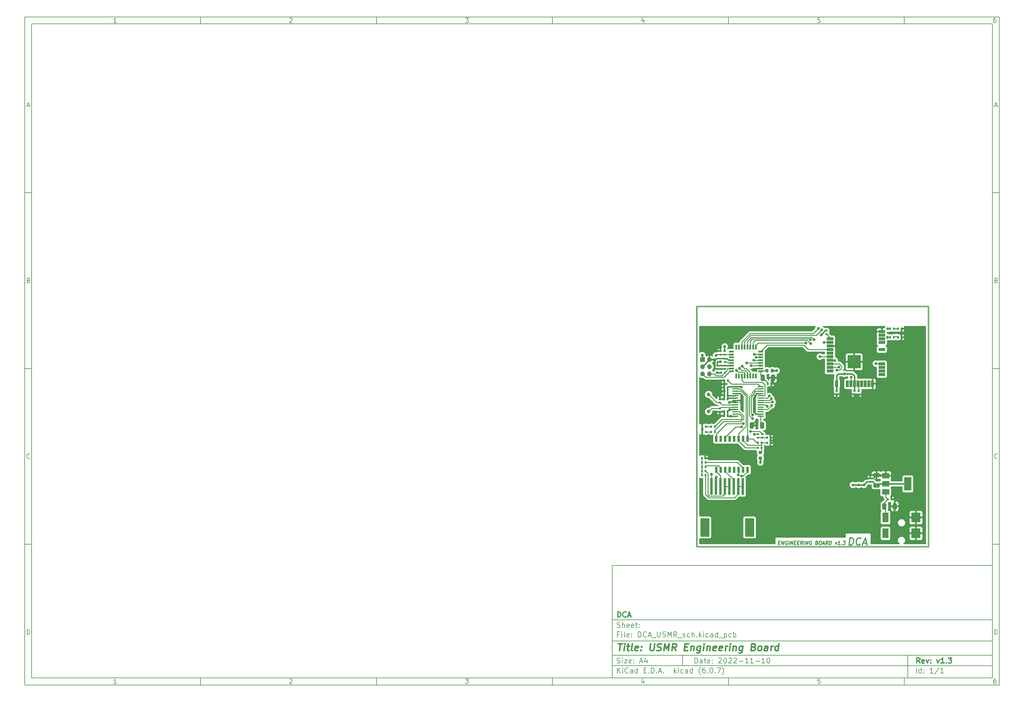
<source format=gbr>
%TF.GenerationSoftware,KiCad,Pcbnew,(6.0.7)*%
%TF.CreationDate,2022-11-15T16:12:34-05:00*%
%TF.ProjectId,DCA_USMR_sch,4443415f-5553-44d5-925f-7363682e6b69,v1.3*%
%TF.SameCoordinates,Original*%
%TF.FileFunction,Copper,L1,Top*%
%TF.FilePolarity,Positive*%
%FSLAX46Y46*%
G04 Gerber Fmt 4.6, Leading zero omitted, Abs format (unit mm)*
G04 Created by KiCad (PCBNEW (6.0.7)) date 2022-11-15 16:12:34*
%MOMM*%
%LPD*%
G01*
G04 APERTURE LIST*
G04 Aperture macros list*
%AMRoundRect*
0 Rectangle with rounded corners*
0 $1 Rounding radius*
0 $2 $3 $4 $5 $6 $7 $8 $9 X,Y pos of 4 corners*
0 Add a 4 corners polygon primitive as box body*
4,1,4,$2,$3,$4,$5,$6,$7,$8,$9,$2,$3,0*
0 Add four circle primitives for the rounded corners*
1,1,$1+$1,$2,$3*
1,1,$1+$1,$4,$5*
1,1,$1+$1,$6,$7*
1,1,$1+$1,$8,$9*
0 Add four rect primitives between the rounded corners*
20,1,$1+$1,$2,$3,$4,$5,0*
20,1,$1+$1,$4,$5,$6,$7,0*
20,1,$1+$1,$6,$7,$8,$9,0*
20,1,$1+$1,$8,$9,$2,$3,0*%
G04 Aperture macros list end*
%ADD10C,0.100000*%
%ADD11C,0.150000*%
%ADD12C,0.300000*%
%ADD13C,0.400000*%
%TA.AperFunction,Profile*%
%ADD14C,0.200000*%
%TD*%
%TA.AperFunction,NonConductor*%
%ADD15C,0.200000*%
%TD*%
%TA.AperFunction,NonConductor*%
%ADD16C,0.300000*%
%TD*%
%ADD17C,0.250000*%
%TA.AperFunction,NonConductor*%
%ADD18C,0.250000*%
%TD*%
%TA.AperFunction,SMDPad,CuDef*%
%ADD19R,1.905000X0.812800*%
%TD*%
%TA.AperFunction,SMDPad,CuDef*%
%ADD20R,0.812800X1.905000*%
%TD*%
%TA.AperFunction,SMDPad,CuDef*%
%ADD21R,3.708400X3.708400*%
%TD*%
%TA.AperFunction,SMDPad,CuDef*%
%ADD22R,0.507200X1.461999*%
%TD*%
%TA.AperFunction,SMDPad,CuDef*%
%ADD23R,1.461999X0.507200*%
%TD*%
%TA.AperFunction,SMDPad,CuDef*%
%ADD24R,0.635000X4.749800*%
%TD*%
%TA.AperFunction,SMDPad,CuDef*%
%ADD25R,2.540000X5.207000*%
%TD*%
%TA.AperFunction,ComponentPad*%
%ADD26C,1.030000*%
%TD*%
%TA.AperFunction,SMDPad,CuDef*%
%ADD27RoundRect,0.140000X-0.170000X0.140000X-0.170000X-0.140000X0.170000X-0.140000X0.170000X0.140000X0*%
%TD*%
%TA.AperFunction,SMDPad,CuDef*%
%ADD28RoundRect,0.140000X-0.140000X-0.170000X0.140000X-0.170000X0.140000X0.170000X-0.140000X0.170000X0*%
%TD*%
%TA.AperFunction,SMDPad,CuDef*%
%ADD29RoundRect,0.140000X0.140000X0.170000X-0.140000X0.170000X-0.140000X-0.170000X0.140000X-0.170000X0*%
%TD*%
%TA.AperFunction,SMDPad,CuDef*%
%ADD30R,0.760000X1.700000*%
%TD*%
%TA.AperFunction,SMDPad,CuDef*%
%ADD31RoundRect,0.147500X0.147500X0.172500X-0.147500X0.172500X-0.147500X-0.172500X0.147500X-0.172500X0*%
%TD*%
%TA.AperFunction,SMDPad,CuDef*%
%ADD32RoundRect,0.250000X0.325000X0.650000X-0.325000X0.650000X-0.325000X-0.650000X0.325000X-0.650000X0*%
%TD*%
%TA.AperFunction,SMDPad,CuDef*%
%ADD33RoundRect,0.147500X-0.147500X-0.172500X0.147500X-0.172500X0.147500X0.172500X-0.147500X0.172500X0*%
%TD*%
%TA.AperFunction,SMDPad,CuDef*%
%ADD34RoundRect,0.135000X0.135000X0.185000X-0.135000X0.185000X-0.135000X-0.185000X0.135000X-0.185000X0*%
%TD*%
%TA.AperFunction,SMDPad,CuDef*%
%ADD35RoundRect,0.135000X-0.185000X0.135000X-0.185000X-0.135000X0.185000X-0.135000X0.185000X0.135000X0*%
%TD*%
%TA.AperFunction,SMDPad,CuDef*%
%ADD36RoundRect,0.140000X0.170000X-0.140000X0.170000X0.140000X-0.170000X0.140000X-0.170000X-0.140000X0*%
%TD*%
%TA.AperFunction,SMDPad,CuDef*%
%ADD37R,2.600000X2.800000*%
%TD*%
%TA.AperFunction,SMDPad,CuDef*%
%ADD38R,1.700000X2.800000*%
%TD*%
%TA.AperFunction,SMDPad,CuDef*%
%ADD39R,2.000000X1.500000*%
%TD*%
%TA.AperFunction,SMDPad,CuDef*%
%ADD40R,2.000000X3.800000*%
%TD*%
%TA.AperFunction,SMDPad,CuDef*%
%ADD41RoundRect,0.250000X0.650000X-0.325000X0.650000X0.325000X-0.650000X0.325000X-0.650000X-0.325000X0*%
%TD*%
%TA.AperFunction,SMDPad,CuDef*%
%ADD42RoundRect,0.135000X-0.135000X-0.185000X0.135000X-0.185000X0.135000X0.185000X-0.135000X0.185000X0*%
%TD*%
%TA.AperFunction,SMDPad,CuDef*%
%ADD43RoundRect,0.250000X-0.325000X-0.650000X0.325000X-0.650000X0.325000X0.650000X-0.325000X0.650000X0*%
%TD*%
%TA.AperFunction,SMDPad,CuDef*%
%ADD44R,1.750000X0.450000*%
%TD*%
%TA.AperFunction,ComponentPad*%
%ADD45O,1.350000X1.350000*%
%TD*%
%TA.AperFunction,ComponentPad*%
%ADD46R,1.350000X1.350000*%
%TD*%
%TA.AperFunction,SMDPad,CuDef*%
%ADD47RoundRect,0.218750X-0.256250X0.218750X-0.256250X-0.218750X0.256250X-0.218750X0.256250X0.218750X0*%
%TD*%
%TA.AperFunction,SMDPad,CuDef*%
%ADD48RoundRect,0.135000X0.185000X-0.135000X0.185000X0.135000X-0.185000X0.135000X-0.185000X-0.135000X0*%
%TD*%
%TA.AperFunction,SMDPad,CuDef*%
%ADD49RoundRect,0.218750X0.218750X0.256250X-0.218750X0.256250X-0.218750X-0.256250X0.218750X-0.256250X0*%
%TD*%
%TA.AperFunction,ViaPad*%
%ADD50C,0.800000*%
%TD*%
%TA.AperFunction,Conductor*%
%ADD51C,0.250000*%
%TD*%
%TA.AperFunction,Conductor*%
%ADD52C,0.450000*%
%TD*%
G04 APERTURE END LIST*
D10*
D11*
X177002200Y-166007200D02*
X177002200Y-198007200D01*
X285002200Y-198007200D01*
X285002200Y-166007200D01*
X177002200Y-166007200D01*
D10*
D11*
X10000000Y-10000000D02*
X10000000Y-200007200D01*
X287002200Y-200007200D01*
X287002200Y-10000000D01*
X10000000Y-10000000D01*
D10*
D11*
X12000000Y-12000000D02*
X12000000Y-198007200D01*
X285002200Y-198007200D01*
X285002200Y-12000000D01*
X12000000Y-12000000D01*
D10*
D11*
X60000000Y-12000000D02*
X60000000Y-10000000D01*
D10*
D11*
X110000000Y-12000000D02*
X110000000Y-10000000D01*
D10*
D11*
X160000000Y-12000000D02*
X160000000Y-10000000D01*
D10*
D11*
X210000000Y-12000000D02*
X210000000Y-10000000D01*
D10*
D11*
X260000000Y-12000000D02*
X260000000Y-10000000D01*
D10*
D11*
X36065476Y-11588095D02*
X35322619Y-11588095D01*
X35694047Y-11588095D02*
X35694047Y-10288095D01*
X35570238Y-10473809D01*
X35446428Y-10597619D01*
X35322619Y-10659523D01*
D10*
D11*
X85322619Y-10411904D02*
X85384523Y-10350000D01*
X85508333Y-10288095D01*
X85817857Y-10288095D01*
X85941666Y-10350000D01*
X86003571Y-10411904D01*
X86065476Y-10535714D01*
X86065476Y-10659523D01*
X86003571Y-10845238D01*
X85260714Y-11588095D01*
X86065476Y-11588095D01*
D10*
D11*
X135260714Y-10288095D02*
X136065476Y-10288095D01*
X135632142Y-10783333D01*
X135817857Y-10783333D01*
X135941666Y-10845238D01*
X136003571Y-10907142D01*
X136065476Y-11030952D01*
X136065476Y-11340476D01*
X136003571Y-11464285D01*
X135941666Y-11526190D01*
X135817857Y-11588095D01*
X135446428Y-11588095D01*
X135322619Y-11526190D01*
X135260714Y-11464285D01*
D10*
D11*
X185941666Y-10721428D02*
X185941666Y-11588095D01*
X185632142Y-10226190D02*
X185322619Y-11154761D01*
X186127380Y-11154761D01*
D10*
D11*
X236003571Y-10288095D02*
X235384523Y-10288095D01*
X235322619Y-10907142D01*
X235384523Y-10845238D01*
X235508333Y-10783333D01*
X235817857Y-10783333D01*
X235941666Y-10845238D01*
X236003571Y-10907142D01*
X236065476Y-11030952D01*
X236065476Y-11340476D01*
X236003571Y-11464285D01*
X235941666Y-11526190D01*
X235817857Y-11588095D01*
X235508333Y-11588095D01*
X235384523Y-11526190D01*
X235322619Y-11464285D01*
D10*
D11*
X285941666Y-10288095D02*
X285694047Y-10288095D01*
X285570238Y-10350000D01*
X285508333Y-10411904D01*
X285384523Y-10597619D01*
X285322619Y-10845238D01*
X285322619Y-11340476D01*
X285384523Y-11464285D01*
X285446428Y-11526190D01*
X285570238Y-11588095D01*
X285817857Y-11588095D01*
X285941666Y-11526190D01*
X286003571Y-11464285D01*
X286065476Y-11340476D01*
X286065476Y-11030952D01*
X286003571Y-10907142D01*
X285941666Y-10845238D01*
X285817857Y-10783333D01*
X285570238Y-10783333D01*
X285446428Y-10845238D01*
X285384523Y-10907142D01*
X285322619Y-11030952D01*
D10*
D11*
X60000000Y-198007200D02*
X60000000Y-200007200D01*
D10*
D11*
X110000000Y-198007200D02*
X110000000Y-200007200D01*
D10*
D11*
X160000000Y-198007200D02*
X160000000Y-200007200D01*
D10*
D11*
X210000000Y-198007200D02*
X210000000Y-200007200D01*
D10*
D11*
X260000000Y-198007200D02*
X260000000Y-200007200D01*
D10*
D11*
X36065476Y-199595295D02*
X35322619Y-199595295D01*
X35694047Y-199595295D02*
X35694047Y-198295295D01*
X35570238Y-198481009D01*
X35446428Y-198604819D01*
X35322619Y-198666723D01*
D10*
D11*
X85322619Y-198419104D02*
X85384523Y-198357200D01*
X85508333Y-198295295D01*
X85817857Y-198295295D01*
X85941666Y-198357200D01*
X86003571Y-198419104D01*
X86065476Y-198542914D01*
X86065476Y-198666723D01*
X86003571Y-198852438D01*
X85260714Y-199595295D01*
X86065476Y-199595295D01*
D10*
D11*
X135260714Y-198295295D02*
X136065476Y-198295295D01*
X135632142Y-198790533D01*
X135817857Y-198790533D01*
X135941666Y-198852438D01*
X136003571Y-198914342D01*
X136065476Y-199038152D01*
X136065476Y-199347676D01*
X136003571Y-199471485D01*
X135941666Y-199533390D01*
X135817857Y-199595295D01*
X135446428Y-199595295D01*
X135322619Y-199533390D01*
X135260714Y-199471485D01*
D10*
D11*
X185941666Y-198728628D02*
X185941666Y-199595295D01*
X185632142Y-198233390D02*
X185322619Y-199161961D01*
X186127380Y-199161961D01*
D10*
D11*
X236003571Y-198295295D02*
X235384523Y-198295295D01*
X235322619Y-198914342D01*
X235384523Y-198852438D01*
X235508333Y-198790533D01*
X235817857Y-198790533D01*
X235941666Y-198852438D01*
X236003571Y-198914342D01*
X236065476Y-199038152D01*
X236065476Y-199347676D01*
X236003571Y-199471485D01*
X235941666Y-199533390D01*
X235817857Y-199595295D01*
X235508333Y-199595295D01*
X235384523Y-199533390D01*
X235322619Y-199471485D01*
D10*
D11*
X285941666Y-198295295D02*
X285694047Y-198295295D01*
X285570238Y-198357200D01*
X285508333Y-198419104D01*
X285384523Y-198604819D01*
X285322619Y-198852438D01*
X285322619Y-199347676D01*
X285384523Y-199471485D01*
X285446428Y-199533390D01*
X285570238Y-199595295D01*
X285817857Y-199595295D01*
X285941666Y-199533390D01*
X286003571Y-199471485D01*
X286065476Y-199347676D01*
X286065476Y-199038152D01*
X286003571Y-198914342D01*
X285941666Y-198852438D01*
X285817857Y-198790533D01*
X285570238Y-198790533D01*
X285446428Y-198852438D01*
X285384523Y-198914342D01*
X285322619Y-199038152D01*
D10*
D11*
X10000000Y-60000000D02*
X12000000Y-60000000D01*
D10*
D11*
X10000000Y-110000000D02*
X12000000Y-110000000D01*
D10*
D11*
X10000000Y-160000000D02*
X12000000Y-160000000D01*
D10*
D11*
X10690476Y-35216666D02*
X11309523Y-35216666D01*
X10566666Y-35588095D02*
X11000000Y-34288095D01*
X11433333Y-35588095D01*
D10*
D11*
X11092857Y-84907142D02*
X11278571Y-84969047D01*
X11340476Y-85030952D01*
X11402380Y-85154761D01*
X11402380Y-85340476D01*
X11340476Y-85464285D01*
X11278571Y-85526190D01*
X11154761Y-85588095D01*
X10659523Y-85588095D01*
X10659523Y-84288095D01*
X11092857Y-84288095D01*
X11216666Y-84350000D01*
X11278571Y-84411904D01*
X11340476Y-84535714D01*
X11340476Y-84659523D01*
X11278571Y-84783333D01*
X11216666Y-84845238D01*
X11092857Y-84907142D01*
X10659523Y-84907142D01*
D10*
D11*
X11402380Y-135464285D02*
X11340476Y-135526190D01*
X11154761Y-135588095D01*
X11030952Y-135588095D01*
X10845238Y-135526190D01*
X10721428Y-135402380D01*
X10659523Y-135278571D01*
X10597619Y-135030952D01*
X10597619Y-134845238D01*
X10659523Y-134597619D01*
X10721428Y-134473809D01*
X10845238Y-134350000D01*
X11030952Y-134288095D01*
X11154761Y-134288095D01*
X11340476Y-134350000D01*
X11402380Y-134411904D01*
D10*
D11*
X10659523Y-185588095D02*
X10659523Y-184288095D01*
X10969047Y-184288095D01*
X11154761Y-184350000D01*
X11278571Y-184473809D01*
X11340476Y-184597619D01*
X11402380Y-184845238D01*
X11402380Y-185030952D01*
X11340476Y-185278571D01*
X11278571Y-185402380D01*
X11154761Y-185526190D01*
X10969047Y-185588095D01*
X10659523Y-185588095D01*
D10*
D11*
X287002200Y-60000000D02*
X285002200Y-60000000D01*
D10*
D11*
X287002200Y-110000000D02*
X285002200Y-110000000D01*
D10*
D11*
X287002200Y-160000000D02*
X285002200Y-160000000D01*
D10*
D11*
X285692676Y-35216666D02*
X286311723Y-35216666D01*
X285568866Y-35588095D02*
X286002200Y-34288095D01*
X286435533Y-35588095D01*
D10*
D11*
X286095057Y-84907142D02*
X286280771Y-84969047D01*
X286342676Y-85030952D01*
X286404580Y-85154761D01*
X286404580Y-85340476D01*
X286342676Y-85464285D01*
X286280771Y-85526190D01*
X286156961Y-85588095D01*
X285661723Y-85588095D01*
X285661723Y-84288095D01*
X286095057Y-84288095D01*
X286218866Y-84350000D01*
X286280771Y-84411904D01*
X286342676Y-84535714D01*
X286342676Y-84659523D01*
X286280771Y-84783333D01*
X286218866Y-84845238D01*
X286095057Y-84907142D01*
X285661723Y-84907142D01*
D10*
D11*
X286404580Y-135464285D02*
X286342676Y-135526190D01*
X286156961Y-135588095D01*
X286033152Y-135588095D01*
X285847438Y-135526190D01*
X285723628Y-135402380D01*
X285661723Y-135278571D01*
X285599819Y-135030952D01*
X285599819Y-134845238D01*
X285661723Y-134597619D01*
X285723628Y-134473809D01*
X285847438Y-134350000D01*
X286033152Y-134288095D01*
X286156961Y-134288095D01*
X286342676Y-134350000D01*
X286404580Y-134411904D01*
D10*
D11*
X285661723Y-185588095D02*
X285661723Y-184288095D01*
X285971247Y-184288095D01*
X286156961Y-184350000D01*
X286280771Y-184473809D01*
X286342676Y-184597619D01*
X286404580Y-184845238D01*
X286404580Y-185030952D01*
X286342676Y-185278571D01*
X286280771Y-185402380D01*
X286156961Y-185526190D01*
X285971247Y-185588095D01*
X285661723Y-185588095D01*
D10*
D11*
X200434342Y-193785771D02*
X200434342Y-192285771D01*
X200791485Y-192285771D01*
X201005771Y-192357200D01*
X201148628Y-192500057D01*
X201220057Y-192642914D01*
X201291485Y-192928628D01*
X201291485Y-193142914D01*
X201220057Y-193428628D01*
X201148628Y-193571485D01*
X201005771Y-193714342D01*
X200791485Y-193785771D01*
X200434342Y-193785771D01*
X202577200Y-193785771D02*
X202577200Y-193000057D01*
X202505771Y-192857200D01*
X202362914Y-192785771D01*
X202077200Y-192785771D01*
X201934342Y-192857200D01*
X202577200Y-193714342D02*
X202434342Y-193785771D01*
X202077200Y-193785771D01*
X201934342Y-193714342D01*
X201862914Y-193571485D01*
X201862914Y-193428628D01*
X201934342Y-193285771D01*
X202077200Y-193214342D01*
X202434342Y-193214342D01*
X202577200Y-193142914D01*
X203077200Y-192785771D02*
X203648628Y-192785771D01*
X203291485Y-192285771D02*
X203291485Y-193571485D01*
X203362914Y-193714342D01*
X203505771Y-193785771D01*
X203648628Y-193785771D01*
X204720057Y-193714342D02*
X204577200Y-193785771D01*
X204291485Y-193785771D01*
X204148628Y-193714342D01*
X204077200Y-193571485D01*
X204077200Y-193000057D01*
X204148628Y-192857200D01*
X204291485Y-192785771D01*
X204577200Y-192785771D01*
X204720057Y-192857200D01*
X204791485Y-193000057D01*
X204791485Y-193142914D01*
X204077200Y-193285771D01*
X205434342Y-193642914D02*
X205505771Y-193714342D01*
X205434342Y-193785771D01*
X205362914Y-193714342D01*
X205434342Y-193642914D01*
X205434342Y-193785771D01*
X205434342Y-192857200D02*
X205505771Y-192928628D01*
X205434342Y-193000057D01*
X205362914Y-192928628D01*
X205434342Y-192857200D01*
X205434342Y-193000057D01*
X207220057Y-192428628D02*
X207291485Y-192357200D01*
X207434342Y-192285771D01*
X207791485Y-192285771D01*
X207934342Y-192357200D01*
X208005771Y-192428628D01*
X208077200Y-192571485D01*
X208077200Y-192714342D01*
X208005771Y-192928628D01*
X207148628Y-193785771D01*
X208077200Y-193785771D01*
X209005771Y-192285771D02*
X209148628Y-192285771D01*
X209291485Y-192357200D01*
X209362914Y-192428628D01*
X209434342Y-192571485D01*
X209505771Y-192857200D01*
X209505771Y-193214342D01*
X209434342Y-193500057D01*
X209362914Y-193642914D01*
X209291485Y-193714342D01*
X209148628Y-193785771D01*
X209005771Y-193785771D01*
X208862914Y-193714342D01*
X208791485Y-193642914D01*
X208720057Y-193500057D01*
X208648628Y-193214342D01*
X208648628Y-192857200D01*
X208720057Y-192571485D01*
X208791485Y-192428628D01*
X208862914Y-192357200D01*
X209005771Y-192285771D01*
X210077200Y-192428628D02*
X210148628Y-192357200D01*
X210291485Y-192285771D01*
X210648628Y-192285771D01*
X210791485Y-192357200D01*
X210862914Y-192428628D01*
X210934342Y-192571485D01*
X210934342Y-192714342D01*
X210862914Y-192928628D01*
X210005771Y-193785771D01*
X210934342Y-193785771D01*
X211505771Y-192428628D02*
X211577200Y-192357200D01*
X211720057Y-192285771D01*
X212077200Y-192285771D01*
X212220057Y-192357200D01*
X212291485Y-192428628D01*
X212362914Y-192571485D01*
X212362914Y-192714342D01*
X212291485Y-192928628D01*
X211434342Y-193785771D01*
X212362914Y-193785771D01*
X213005771Y-193214342D02*
X214148628Y-193214342D01*
X215648628Y-193785771D02*
X214791485Y-193785771D01*
X215220057Y-193785771D02*
X215220057Y-192285771D01*
X215077200Y-192500057D01*
X214934342Y-192642914D01*
X214791485Y-192714342D01*
X217077200Y-193785771D02*
X216220057Y-193785771D01*
X216648628Y-193785771D02*
X216648628Y-192285771D01*
X216505771Y-192500057D01*
X216362914Y-192642914D01*
X216220057Y-192714342D01*
X217720057Y-193214342D02*
X218862914Y-193214342D01*
X220362914Y-193785771D02*
X219505771Y-193785771D01*
X219934342Y-193785771D02*
X219934342Y-192285771D01*
X219791485Y-192500057D01*
X219648628Y-192642914D01*
X219505771Y-192714342D01*
X221291485Y-192285771D02*
X221434342Y-192285771D01*
X221577200Y-192357200D01*
X221648628Y-192428628D01*
X221720057Y-192571485D01*
X221791485Y-192857200D01*
X221791485Y-193214342D01*
X221720057Y-193500057D01*
X221648628Y-193642914D01*
X221577200Y-193714342D01*
X221434342Y-193785771D01*
X221291485Y-193785771D01*
X221148628Y-193714342D01*
X221077200Y-193642914D01*
X221005771Y-193500057D01*
X220934342Y-193214342D01*
X220934342Y-192857200D01*
X221005771Y-192571485D01*
X221077200Y-192428628D01*
X221148628Y-192357200D01*
X221291485Y-192285771D01*
D10*
D11*
X177002200Y-194507200D02*
X285002200Y-194507200D01*
D10*
D11*
X178434342Y-196585771D02*
X178434342Y-195085771D01*
X179291485Y-196585771D02*
X178648628Y-195728628D01*
X179291485Y-195085771D02*
X178434342Y-195942914D01*
X179934342Y-196585771D02*
X179934342Y-195585771D01*
X179934342Y-195085771D02*
X179862914Y-195157200D01*
X179934342Y-195228628D01*
X180005771Y-195157200D01*
X179934342Y-195085771D01*
X179934342Y-195228628D01*
X181505771Y-196442914D02*
X181434342Y-196514342D01*
X181220057Y-196585771D01*
X181077200Y-196585771D01*
X180862914Y-196514342D01*
X180720057Y-196371485D01*
X180648628Y-196228628D01*
X180577200Y-195942914D01*
X180577200Y-195728628D01*
X180648628Y-195442914D01*
X180720057Y-195300057D01*
X180862914Y-195157200D01*
X181077200Y-195085771D01*
X181220057Y-195085771D01*
X181434342Y-195157200D01*
X181505771Y-195228628D01*
X182791485Y-196585771D02*
X182791485Y-195800057D01*
X182720057Y-195657200D01*
X182577200Y-195585771D01*
X182291485Y-195585771D01*
X182148628Y-195657200D01*
X182791485Y-196514342D02*
X182648628Y-196585771D01*
X182291485Y-196585771D01*
X182148628Y-196514342D01*
X182077200Y-196371485D01*
X182077200Y-196228628D01*
X182148628Y-196085771D01*
X182291485Y-196014342D01*
X182648628Y-196014342D01*
X182791485Y-195942914D01*
X184148628Y-196585771D02*
X184148628Y-195085771D01*
X184148628Y-196514342D02*
X184005771Y-196585771D01*
X183720057Y-196585771D01*
X183577200Y-196514342D01*
X183505771Y-196442914D01*
X183434342Y-196300057D01*
X183434342Y-195871485D01*
X183505771Y-195728628D01*
X183577200Y-195657200D01*
X183720057Y-195585771D01*
X184005771Y-195585771D01*
X184148628Y-195657200D01*
X186005771Y-195800057D02*
X186505771Y-195800057D01*
X186720057Y-196585771D02*
X186005771Y-196585771D01*
X186005771Y-195085771D01*
X186720057Y-195085771D01*
X187362914Y-196442914D02*
X187434342Y-196514342D01*
X187362914Y-196585771D01*
X187291485Y-196514342D01*
X187362914Y-196442914D01*
X187362914Y-196585771D01*
X188077200Y-196585771D02*
X188077200Y-195085771D01*
X188434342Y-195085771D01*
X188648628Y-195157200D01*
X188791485Y-195300057D01*
X188862914Y-195442914D01*
X188934342Y-195728628D01*
X188934342Y-195942914D01*
X188862914Y-196228628D01*
X188791485Y-196371485D01*
X188648628Y-196514342D01*
X188434342Y-196585771D01*
X188077200Y-196585771D01*
X189577200Y-196442914D02*
X189648628Y-196514342D01*
X189577200Y-196585771D01*
X189505771Y-196514342D01*
X189577200Y-196442914D01*
X189577200Y-196585771D01*
X190220057Y-196157200D02*
X190934342Y-196157200D01*
X190077200Y-196585771D02*
X190577200Y-195085771D01*
X191077200Y-196585771D01*
X191577200Y-196442914D02*
X191648628Y-196514342D01*
X191577200Y-196585771D01*
X191505771Y-196514342D01*
X191577200Y-196442914D01*
X191577200Y-196585771D01*
X194577200Y-196585771D02*
X194577200Y-195085771D01*
X194720057Y-196014342D02*
X195148628Y-196585771D01*
X195148628Y-195585771D02*
X194577200Y-196157200D01*
X195791485Y-196585771D02*
X195791485Y-195585771D01*
X195791485Y-195085771D02*
X195720057Y-195157200D01*
X195791485Y-195228628D01*
X195862914Y-195157200D01*
X195791485Y-195085771D01*
X195791485Y-195228628D01*
X197148628Y-196514342D02*
X197005771Y-196585771D01*
X196720057Y-196585771D01*
X196577200Y-196514342D01*
X196505771Y-196442914D01*
X196434342Y-196300057D01*
X196434342Y-195871485D01*
X196505771Y-195728628D01*
X196577200Y-195657200D01*
X196720057Y-195585771D01*
X197005771Y-195585771D01*
X197148628Y-195657200D01*
X198434342Y-196585771D02*
X198434342Y-195800057D01*
X198362914Y-195657200D01*
X198220057Y-195585771D01*
X197934342Y-195585771D01*
X197791485Y-195657200D01*
X198434342Y-196514342D02*
X198291485Y-196585771D01*
X197934342Y-196585771D01*
X197791485Y-196514342D01*
X197720057Y-196371485D01*
X197720057Y-196228628D01*
X197791485Y-196085771D01*
X197934342Y-196014342D01*
X198291485Y-196014342D01*
X198434342Y-195942914D01*
X199791485Y-196585771D02*
X199791485Y-195085771D01*
X199791485Y-196514342D02*
X199648628Y-196585771D01*
X199362914Y-196585771D01*
X199220057Y-196514342D01*
X199148628Y-196442914D01*
X199077200Y-196300057D01*
X199077200Y-195871485D01*
X199148628Y-195728628D01*
X199220057Y-195657200D01*
X199362914Y-195585771D01*
X199648628Y-195585771D01*
X199791485Y-195657200D01*
X202077200Y-197157200D02*
X202005771Y-197085771D01*
X201862914Y-196871485D01*
X201791485Y-196728628D01*
X201720057Y-196514342D01*
X201648628Y-196157200D01*
X201648628Y-195871485D01*
X201720057Y-195514342D01*
X201791485Y-195300057D01*
X201862914Y-195157200D01*
X202005771Y-194942914D01*
X202077200Y-194871485D01*
X203291485Y-195085771D02*
X203005771Y-195085771D01*
X202862914Y-195157200D01*
X202791485Y-195228628D01*
X202648628Y-195442914D01*
X202577200Y-195728628D01*
X202577200Y-196300057D01*
X202648628Y-196442914D01*
X202720057Y-196514342D01*
X202862914Y-196585771D01*
X203148628Y-196585771D01*
X203291485Y-196514342D01*
X203362914Y-196442914D01*
X203434342Y-196300057D01*
X203434342Y-195942914D01*
X203362914Y-195800057D01*
X203291485Y-195728628D01*
X203148628Y-195657200D01*
X202862914Y-195657200D01*
X202720057Y-195728628D01*
X202648628Y-195800057D01*
X202577200Y-195942914D01*
X204077200Y-196442914D02*
X204148628Y-196514342D01*
X204077200Y-196585771D01*
X204005771Y-196514342D01*
X204077200Y-196442914D01*
X204077200Y-196585771D01*
X205077200Y-195085771D02*
X205220057Y-195085771D01*
X205362914Y-195157200D01*
X205434342Y-195228628D01*
X205505771Y-195371485D01*
X205577200Y-195657200D01*
X205577200Y-196014342D01*
X205505771Y-196300057D01*
X205434342Y-196442914D01*
X205362914Y-196514342D01*
X205220057Y-196585771D01*
X205077200Y-196585771D01*
X204934342Y-196514342D01*
X204862914Y-196442914D01*
X204791485Y-196300057D01*
X204720057Y-196014342D01*
X204720057Y-195657200D01*
X204791485Y-195371485D01*
X204862914Y-195228628D01*
X204934342Y-195157200D01*
X205077200Y-195085771D01*
X206220057Y-196442914D02*
X206291485Y-196514342D01*
X206220057Y-196585771D01*
X206148628Y-196514342D01*
X206220057Y-196442914D01*
X206220057Y-196585771D01*
X206791485Y-195085771D02*
X207791485Y-195085771D01*
X207148628Y-196585771D01*
X208220057Y-197157200D02*
X208291485Y-197085771D01*
X208434342Y-196871485D01*
X208505771Y-196728628D01*
X208577200Y-196514342D01*
X208648628Y-196157200D01*
X208648628Y-195871485D01*
X208577200Y-195514342D01*
X208505771Y-195300057D01*
X208434342Y-195157200D01*
X208291485Y-194942914D01*
X208220057Y-194871485D01*
D10*
D11*
X177002200Y-191507200D02*
X285002200Y-191507200D01*
D10*
D12*
X264411485Y-193785771D02*
X263911485Y-193071485D01*
X263554342Y-193785771D02*
X263554342Y-192285771D01*
X264125771Y-192285771D01*
X264268628Y-192357200D01*
X264340057Y-192428628D01*
X264411485Y-192571485D01*
X264411485Y-192785771D01*
X264340057Y-192928628D01*
X264268628Y-193000057D01*
X264125771Y-193071485D01*
X263554342Y-193071485D01*
X265625771Y-193714342D02*
X265482914Y-193785771D01*
X265197200Y-193785771D01*
X265054342Y-193714342D01*
X264982914Y-193571485D01*
X264982914Y-193000057D01*
X265054342Y-192857200D01*
X265197200Y-192785771D01*
X265482914Y-192785771D01*
X265625771Y-192857200D01*
X265697200Y-193000057D01*
X265697200Y-193142914D01*
X264982914Y-193285771D01*
X266197200Y-192785771D02*
X266554342Y-193785771D01*
X266911485Y-192785771D01*
X267482914Y-193642914D02*
X267554342Y-193714342D01*
X267482914Y-193785771D01*
X267411485Y-193714342D01*
X267482914Y-193642914D01*
X267482914Y-193785771D01*
X267482914Y-192857200D02*
X267554342Y-192928628D01*
X267482914Y-193000057D01*
X267411485Y-192928628D01*
X267482914Y-192857200D01*
X267482914Y-193000057D01*
X269197200Y-192785771D02*
X269554342Y-193785771D01*
X269911485Y-192785771D01*
X271268628Y-193785771D02*
X270411485Y-193785771D01*
X270840057Y-193785771D02*
X270840057Y-192285771D01*
X270697200Y-192500057D01*
X270554342Y-192642914D01*
X270411485Y-192714342D01*
X271911485Y-193642914D02*
X271982914Y-193714342D01*
X271911485Y-193785771D01*
X271840057Y-193714342D01*
X271911485Y-193642914D01*
X271911485Y-193785771D01*
X272482914Y-192285771D02*
X273411485Y-192285771D01*
X272911485Y-192857200D01*
X273125771Y-192857200D01*
X273268628Y-192928628D01*
X273340057Y-193000057D01*
X273411485Y-193142914D01*
X273411485Y-193500057D01*
X273340057Y-193642914D01*
X273268628Y-193714342D01*
X273125771Y-193785771D01*
X272697200Y-193785771D01*
X272554342Y-193714342D01*
X272482914Y-193642914D01*
D10*
D11*
X178362914Y-193714342D02*
X178577200Y-193785771D01*
X178934342Y-193785771D01*
X179077200Y-193714342D01*
X179148628Y-193642914D01*
X179220057Y-193500057D01*
X179220057Y-193357200D01*
X179148628Y-193214342D01*
X179077200Y-193142914D01*
X178934342Y-193071485D01*
X178648628Y-193000057D01*
X178505771Y-192928628D01*
X178434342Y-192857200D01*
X178362914Y-192714342D01*
X178362914Y-192571485D01*
X178434342Y-192428628D01*
X178505771Y-192357200D01*
X178648628Y-192285771D01*
X179005771Y-192285771D01*
X179220057Y-192357200D01*
X179862914Y-193785771D02*
X179862914Y-192785771D01*
X179862914Y-192285771D02*
X179791485Y-192357200D01*
X179862914Y-192428628D01*
X179934342Y-192357200D01*
X179862914Y-192285771D01*
X179862914Y-192428628D01*
X180434342Y-192785771D02*
X181220057Y-192785771D01*
X180434342Y-193785771D01*
X181220057Y-193785771D01*
X182362914Y-193714342D02*
X182220057Y-193785771D01*
X181934342Y-193785771D01*
X181791485Y-193714342D01*
X181720057Y-193571485D01*
X181720057Y-193000057D01*
X181791485Y-192857200D01*
X181934342Y-192785771D01*
X182220057Y-192785771D01*
X182362914Y-192857200D01*
X182434342Y-193000057D01*
X182434342Y-193142914D01*
X181720057Y-193285771D01*
X183077200Y-193642914D02*
X183148628Y-193714342D01*
X183077200Y-193785771D01*
X183005771Y-193714342D01*
X183077200Y-193642914D01*
X183077200Y-193785771D01*
X183077200Y-192857200D02*
X183148628Y-192928628D01*
X183077200Y-193000057D01*
X183005771Y-192928628D01*
X183077200Y-192857200D01*
X183077200Y-193000057D01*
X184862914Y-193357200D02*
X185577200Y-193357200D01*
X184720057Y-193785771D02*
X185220057Y-192285771D01*
X185720057Y-193785771D01*
X186862914Y-192785771D02*
X186862914Y-193785771D01*
X186505771Y-192214342D02*
X186148628Y-193285771D01*
X187077200Y-193285771D01*
D10*
D11*
X263434342Y-196585771D02*
X263434342Y-195085771D01*
X264791485Y-196585771D02*
X264791485Y-195085771D01*
X264791485Y-196514342D02*
X264648628Y-196585771D01*
X264362914Y-196585771D01*
X264220057Y-196514342D01*
X264148628Y-196442914D01*
X264077200Y-196300057D01*
X264077200Y-195871485D01*
X264148628Y-195728628D01*
X264220057Y-195657200D01*
X264362914Y-195585771D01*
X264648628Y-195585771D01*
X264791485Y-195657200D01*
X265505771Y-196442914D02*
X265577200Y-196514342D01*
X265505771Y-196585771D01*
X265434342Y-196514342D01*
X265505771Y-196442914D01*
X265505771Y-196585771D01*
X265505771Y-195657200D02*
X265577200Y-195728628D01*
X265505771Y-195800057D01*
X265434342Y-195728628D01*
X265505771Y-195657200D01*
X265505771Y-195800057D01*
X268148628Y-196585771D02*
X267291485Y-196585771D01*
X267720057Y-196585771D02*
X267720057Y-195085771D01*
X267577200Y-195300057D01*
X267434342Y-195442914D01*
X267291485Y-195514342D01*
X269862914Y-195014342D02*
X268577200Y-196942914D01*
X271148628Y-196585771D02*
X270291485Y-196585771D01*
X270720057Y-196585771D02*
X270720057Y-195085771D01*
X270577200Y-195300057D01*
X270434342Y-195442914D01*
X270291485Y-195514342D01*
D10*
D11*
X177002200Y-187507200D02*
X285002200Y-187507200D01*
D10*
D13*
X178714580Y-188211961D02*
X179857438Y-188211961D01*
X179036009Y-190211961D02*
X179286009Y-188211961D01*
X180274104Y-190211961D02*
X180440771Y-188878628D01*
X180524104Y-188211961D02*
X180416961Y-188307200D01*
X180500295Y-188402438D01*
X180607438Y-188307200D01*
X180524104Y-188211961D01*
X180500295Y-188402438D01*
X181107438Y-188878628D02*
X181869342Y-188878628D01*
X181476485Y-188211961D02*
X181262200Y-189926247D01*
X181333628Y-190116723D01*
X181512200Y-190211961D01*
X181702676Y-190211961D01*
X182655057Y-190211961D02*
X182476485Y-190116723D01*
X182405057Y-189926247D01*
X182619342Y-188211961D01*
X184190771Y-190116723D02*
X183988390Y-190211961D01*
X183607438Y-190211961D01*
X183428866Y-190116723D01*
X183357438Y-189926247D01*
X183452676Y-189164342D01*
X183571723Y-188973866D01*
X183774104Y-188878628D01*
X184155057Y-188878628D01*
X184333628Y-188973866D01*
X184405057Y-189164342D01*
X184381247Y-189354819D01*
X183405057Y-189545295D01*
X185155057Y-190021485D02*
X185238390Y-190116723D01*
X185131247Y-190211961D01*
X185047914Y-190116723D01*
X185155057Y-190021485D01*
X185131247Y-190211961D01*
X185286009Y-188973866D02*
X185369342Y-189069104D01*
X185262200Y-189164342D01*
X185178866Y-189069104D01*
X185286009Y-188973866D01*
X185262200Y-189164342D01*
X187857438Y-188211961D02*
X187655057Y-189831009D01*
X187726485Y-190021485D01*
X187809819Y-190116723D01*
X187988390Y-190211961D01*
X188369342Y-190211961D01*
X188571723Y-190116723D01*
X188678866Y-190021485D01*
X188797914Y-189831009D01*
X189000295Y-188211961D01*
X189619342Y-190116723D02*
X189893152Y-190211961D01*
X190369342Y-190211961D01*
X190571723Y-190116723D01*
X190678866Y-190021485D01*
X190797914Y-189831009D01*
X190821723Y-189640533D01*
X190750295Y-189450057D01*
X190666961Y-189354819D01*
X190488390Y-189259580D01*
X190119342Y-189164342D01*
X189940771Y-189069104D01*
X189857438Y-188973866D01*
X189786009Y-188783390D01*
X189809819Y-188592914D01*
X189928866Y-188402438D01*
X190036009Y-188307200D01*
X190238390Y-188211961D01*
X190714580Y-188211961D01*
X190988390Y-188307200D01*
X191607438Y-190211961D02*
X191857438Y-188211961D01*
X192345533Y-189640533D01*
X193190771Y-188211961D01*
X192940771Y-190211961D01*
X195036009Y-190211961D02*
X194488390Y-189259580D01*
X193893152Y-190211961D02*
X194143152Y-188211961D01*
X194905057Y-188211961D01*
X195083628Y-188307200D01*
X195166961Y-188402438D01*
X195238390Y-188592914D01*
X195202676Y-188878628D01*
X195083628Y-189069104D01*
X194976485Y-189164342D01*
X194774104Y-189259580D01*
X194012200Y-189259580D01*
X197547914Y-189164342D02*
X198214580Y-189164342D01*
X198369342Y-190211961D02*
X197416961Y-190211961D01*
X197666961Y-188211961D01*
X198619342Y-188211961D01*
X199393152Y-188878628D02*
X199226485Y-190211961D01*
X199369342Y-189069104D02*
X199476485Y-188973866D01*
X199678866Y-188878628D01*
X199964580Y-188878628D01*
X200143152Y-188973866D01*
X200214580Y-189164342D01*
X200083628Y-190211961D01*
X202059819Y-188878628D02*
X201857438Y-190497676D01*
X201738390Y-190688152D01*
X201631247Y-190783390D01*
X201428866Y-190878628D01*
X201143152Y-190878628D01*
X200964580Y-190783390D01*
X201905057Y-190116723D02*
X201702676Y-190211961D01*
X201321723Y-190211961D01*
X201143152Y-190116723D01*
X201059819Y-190021485D01*
X200988390Y-189831009D01*
X201059819Y-189259580D01*
X201178866Y-189069104D01*
X201286009Y-188973866D01*
X201488390Y-188878628D01*
X201869342Y-188878628D01*
X202047914Y-188973866D01*
X202845533Y-190211961D02*
X203012200Y-188878628D01*
X203095533Y-188211961D02*
X202988390Y-188307200D01*
X203071723Y-188402438D01*
X203178866Y-188307200D01*
X203095533Y-188211961D01*
X203071723Y-188402438D01*
X203964580Y-188878628D02*
X203797914Y-190211961D01*
X203940771Y-189069104D02*
X204047914Y-188973866D01*
X204250295Y-188878628D01*
X204536009Y-188878628D01*
X204714580Y-188973866D01*
X204786009Y-189164342D01*
X204655057Y-190211961D01*
X206381247Y-190116723D02*
X206178866Y-190211961D01*
X205797914Y-190211961D01*
X205619342Y-190116723D01*
X205547914Y-189926247D01*
X205643152Y-189164342D01*
X205762200Y-188973866D01*
X205964580Y-188878628D01*
X206345533Y-188878628D01*
X206524104Y-188973866D01*
X206595533Y-189164342D01*
X206571723Y-189354819D01*
X205595533Y-189545295D01*
X208095533Y-190116723D02*
X207893152Y-190211961D01*
X207512200Y-190211961D01*
X207333628Y-190116723D01*
X207262200Y-189926247D01*
X207357438Y-189164342D01*
X207476485Y-188973866D01*
X207678866Y-188878628D01*
X208059819Y-188878628D01*
X208238390Y-188973866D01*
X208309819Y-189164342D01*
X208286009Y-189354819D01*
X207309819Y-189545295D01*
X209036009Y-190211961D02*
X209202676Y-188878628D01*
X209155057Y-189259580D02*
X209274104Y-189069104D01*
X209381247Y-188973866D01*
X209583628Y-188878628D01*
X209774104Y-188878628D01*
X210274104Y-190211961D02*
X210440771Y-188878628D01*
X210524104Y-188211961D02*
X210416961Y-188307200D01*
X210500295Y-188402438D01*
X210607438Y-188307200D01*
X210524104Y-188211961D01*
X210500295Y-188402438D01*
X211393152Y-188878628D02*
X211226485Y-190211961D01*
X211369342Y-189069104D02*
X211476485Y-188973866D01*
X211678866Y-188878628D01*
X211964580Y-188878628D01*
X212143152Y-188973866D01*
X212214580Y-189164342D01*
X212083628Y-190211961D01*
X214059819Y-188878628D02*
X213857438Y-190497676D01*
X213738390Y-190688152D01*
X213631247Y-190783390D01*
X213428866Y-190878628D01*
X213143152Y-190878628D01*
X212964580Y-190783390D01*
X213905057Y-190116723D02*
X213702676Y-190211961D01*
X213321723Y-190211961D01*
X213143152Y-190116723D01*
X213059819Y-190021485D01*
X212988390Y-189831009D01*
X213059819Y-189259580D01*
X213178866Y-189069104D01*
X213286009Y-188973866D01*
X213488390Y-188878628D01*
X213869342Y-188878628D01*
X214047914Y-188973866D01*
X217166961Y-189164342D02*
X217440771Y-189259580D01*
X217524104Y-189354819D01*
X217595533Y-189545295D01*
X217559819Y-189831009D01*
X217440771Y-190021485D01*
X217333628Y-190116723D01*
X217131247Y-190211961D01*
X216369342Y-190211961D01*
X216619342Y-188211961D01*
X217286009Y-188211961D01*
X217464580Y-188307200D01*
X217547914Y-188402438D01*
X217619342Y-188592914D01*
X217595533Y-188783390D01*
X217476485Y-188973866D01*
X217369342Y-189069104D01*
X217166961Y-189164342D01*
X216500295Y-189164342D01*
X218655057Y-190211961D02*
X218476485Y-190116723D01*
X218393152Y-190021485D01*
X218321723Y-189831009D01*
X218393152Y-189259580D01*
X218512200Y-189069104D01*
X218619342Y-188973866D01*
X218821723Y-188878628D01*
X219107438Y-188878628D01*
X219286009Y-188973866D01*
X219369342Y-189069104D01*
X219440771Y-189259580D01*
X219369342Y-189831009D01*
X219250295Y-190021485D01*
X219143152Y-190116723D01*
X218940771Y-190211961D01*
X218655057Y-190211961D01*
X221036009Y-190211961D02*
X221166961Y-189164342D01*
X221095533Y-188973866D01*
X220916961Y-188878628D01*
X220536009Y-188878628D01*
X220333628Y-188973866D01*
X221047914Y-190116723D02*
X220845533Y-190211961D01*
X220369342Y-190211961D01*
X220190771Y-190116723D01*
X220119342Y-189926247D01*
X220143152Y-189735771D01*
X220262200Y-189545295D01*
X220464580Y-189450057D01*
X220940771Y-189450057D01*
X221143152Y-189354819D01*
X221988390Y-190211961D02*
X222155057Y-188878628D01*
X222107438Y-189259580D02*
X222226485Y-189069104D01*
X222333628Y-188973866D01*
X222536009Y-188878628D01*
X222726485Y-188878628D01*
X224083628Y-190211961D02*
X224333628Y-188211961D01*
X224095533Y-190116723D02*
X223893152Y-190211961D01*
X223512199Y-190211961D01*
X223333628Y-190116723D01*
X223250295Y-190021485D01*
X223178866Y-189831009D01*
X223250295Y-189259580D01*
X223369342Y-189069104D01*
X223476485Y-188973866D01*
X223678866Y-188878628D01*
X224059819Y-188878628D01*
X224238390Y-188973866D01*
D10*
D11*
X178934342Y-185600057D02*
X178434342Y-185600057D01*
X178434342Y-186385771D02*
X178434342Y-184885771D01*
X179148628Y-184885771D01*
X179720057Y-186385771D02*
X179720057Y-185385771D01*
X179720057Y-184885771D02*
X179648628Y-184957200D01*
X179720057Y-185028628D01*
X179791485Y-184957200D01*
X179720057Y-184885771D01*
X179720057Y-185028628D01*
X180648628Y-186385771D02*
X180505771Y-186314342D01*
X180434342Y-186171485D01*
X180434342Y-184885771D01*
X181791485Y-186314342D02*
X181648628Y-186385771D01*
X181362914Y-186385771D01*
X181220057Y-186314342D01*
X181148628Y-186171485D01*
X181148628Y-185600057D01*
X181220057Y-185457200D01*
X181362914Y-185385771D01*
X181648628Y-185385771D01*
X181791485Y-185457200D01*
X181862914Y-185600057D01*
X181862914Y-185742914D01*
X181148628Y-185885771D01*
X182505771Y-186242914D02*
X182577200Y-186314342D01*
X182505771Y-186385771D01*
X182434342Y-186314342D01*
X182505771Y-186242914D01*
X182505771Y-186385771D01*
X182505771Y-185457200D02*
X182577200Y-185528628D01*
X182505771Y-185600057D01*
X182434342Y-185528628D01*
X182505771Y-185457200D01*
X182505771Y-185600057D01*
X184362914Y-186385771D02*
X184362914Y-184885771D01*
X184720057Y-184885771D01*
X184934342Y-184957200D01*
X185077200Y-185100057D01*
X185148628Y-185242914D01*
X185220057Y-185528628D01*
X185220057Y-185742914D01*
X185148628Y-186028628D01*
X185077200Y-186171485D01*
X184934342Y-186314342D01*
X184720057Y-186385771D01*
X184362914Y-186385771D01*
X186720057Y-186242914D02*
X186648628Y-186314342D01*
X186434342Y-186385771D01*
X186291485Y-186385771D01*
X186077200Y-186314342D01*
X185934342Y-186171485D01*
X185862914Y-186028628D01*
X185791485Y-185742914D01*
X185791485Y-185528628D01*
X185862914Y-185242914D01*
X185934342Y-185100057D01*
X186077200Y-184957200D01*
X186291485Y-184885771D01*
X186434342Y-184885771D01*
X186648628Y-184957200D01*
X186720057Y-185028628D01*
X187291485Y-185957200D02*
X188005771Y-185957200D01*
X187148628Y-186385771D02*
X187648628Y-184885771D01*
X188148628Y-186385771D01*
X188291485Y-186528628D02*
X189434342Y-186528628D01*
X189791485Y-184885771D02*
X189791485Y-186100057D01*
X189862914Y-186242914D01*
X189934342Y-186314342D01*
X190077200Y-186385771D01*
X190362914Y-186385771D01*
X190505771Y-186314342D01*
X190577200Y-186242914D01*
X190648628Y-186100057D01*
X190648628Y-184885771D01*
X191291485Y-186314342D02*
X191505771Y-186385771D01*
X191862914Y-186385771D01*
X192005771Y-186314342D01*
X192077200Y-186242914D01*
X192148628Y-186100057D01*
X192148628Y-185957200D01*
X192077200Y-185814342D01*
X192005771Y-185742914D01*
X191862914Y-185671485D01*
X191577200Y-185600057D01*
X191434342Y-185528628D01*
X191362914Y-185457200D01*
X191291485Y-185314342D01*
X191291485Y-185171485D01*
X191362914Y-185028628D01*
X191434342Y-184957200D01*
X191577200Y-184885771D01*
X191934342Y-184885771D01*
X192148628Y-184957200D01*
X192791485Y-186385771D02*
X192791485Y-184885771D01*
X193291485Y-185957200D01*
X193791485Y-184885771D01*
X193791485Y-186385771D01*
X195362914Y-186385771D02*
X194862914Y-185671485D01*
X194505771Y-186385771D02*
X194505771Y-184885771D01*
X195077200Y-184885771D01*
X195220057Y-184957200D01*
X195291485Y-185028628D01*
X195362914Y-185171485D01*
X195362914Y-185385771D01*
X195291485Y-185528628D01*
X195220057Y-185600057D01*
X195077200Y-185671485D01*
X194505771Y-185671485D01*
X195648628Y-186528628D02*
X196791485Y-186528628D01*
X197077200Y-186314342D02*
X197220057Y-186385771D01*
X197505771Y-186385771D01*
X197648628Y-186314342D01*
X197720057Y-186171485D01*
X197720057Y-186100057D01*
X197648628Y-185957200D01*
X197505771Y-185885771D01*
X197291485Y-185885771D01*
X197148628Y-185814342D01*
X197077200Y-185671485D01*
X197077200Y-185600057D01*
X197148628Y-185457200D01*
X197291485Y-185385771D01*
X197505771Y-185385771D01*
X197648628Y-185457200D01*
X199005771Y-186314342D02*
X198862914Y-186385771D01*
X198577200Y-186385771D01*
X198434342Y-186314342D01*
X198362914Y-186242914D01*
X198291485Y-186100057D01*
X198291485Y-185671485D01*
X198362914Y-185528628D01*
X198434342Y-185457200D01*
X198577200Y-185385771D01*
X198862914Y-185385771D01*
X199005771Y-185457200D01*
X199648628Y-186385771D02*
X199648628Y-184885771D01*
X200291485Y-186385771D02*
X200291485Y-185600057D01*
X200220057Y-185457200D01*
X200077200Y-185385771D01*
X199862914Y-185385771D01*
X199720057Y-185457200D01*
X199648628Y-185528628D01*
X201005771Y-186242914D02*
X201077200Y-186314342D01*
X201005771Y-186385771D01*
X200934342Y-186314342D01*
X201005771Y-186242914D01*
X201005771Y-186385771D01*
X201720057Y-186385771D02*
X201720057Y-184885771D01*
X201862914Y-185814342D02*
X202291485Y-186385771D01*
X202291485Y-185385771D02*
X201720057Y-185957200D01*
X202934342Y-186385771D02*
X202934342Y-185385771D01*
X202934342Y-184885771D02*
X202862914Y-184957200D01*
X202934342Y-185028628D01*
X203005771Y-184957200D01*
X202934342Y-184885771D01*
X202934342Y-185028628D01*
X204291485Y-186314342D02*
X204148628Y-186385771D01*
X203862914Y-186385771D01*
X203720057Y-186314342D01*
X203648628Y-186242914D01*
X203577200Y-186100057D01*
X203577200Y-185671485D01*
X203648628Y-185528628D01*
X203720057Y-185457200D01*
X203862914Y-185385771D01*
X204148628Y-185385771D01*
X204291485Y-185457200D01*
X205577200Y-186385771D02*
X205577200Y-185600057D01*
X205505771Y-185457200D01*
X205362914Y-185385771D01*
X205077200Y-185385771D01*
X204934342Y-185457200D01*
X205577200Y-186314342D02*
X205434342Y-186385771D01*
X205077200Y-186385771D01*
X204934342Y-186314342D01*
X204862914Y-186171485D01*
X204862914Y-186028628D01*
X204934342Y-185885771D01*
X205077200Y-185814342D01*
X205434342Y-185814342D01*
X205577200Y-185742914D01*
X206934342Y-186385771D02*
X206934342Y-184885771D01*
X206934342Y-186314342D02*
X206791485Y-186385771D01*
X206505771Y-186385771D01*
X206362914Y-186314342D01*
X206291485Y-186242914D01*
X206220057Y-186100057D01*
X206220057Y-185671485D01*
X206291485Y-185528628D01*
X206362914Y-185457200D01*
X206505771Y-185385771D01*
X206791485Y-185385771D01*
X206934342Y-185457200D01*
X207291485Y-186528628D02*
X208434342Y-186528628D01*
X208791485Y-185385771D02*
X208791485Y-186885771D01*
X208791485Y-185457200D02*
X208934342Y-185385771D01*
X209220057Y-185385771D01*
X209362914Y-185457200D01*
X209434342Y-185528628D01*
X209505771Y-185671485D01*
X209505771Y-186100057D01*
X209434342Y-186242914D01*
X209362914Y-186314342D01*
X209220057Y-186385771D01*
X208934342Y-186385771D01*
X208791485Y-186314342D01*
X210791485Y-186314342D02*
X210648628Y-186385771D01*
X210362914Y-186385771D01*
X210220057Y-186314342D01*
X210148628Y-186242914D01*
X210077200Y-186100057D01*
X210077200Y-185671485D01*
X210148628Y-185528628D01*
X210220057Y-185457200D01*
X210362914Y-185385771D01*
X210648628Y-185385771D01*
X210791485Y-185457200D01*
X211434342Y-186385771D02*
X211434342Y-184885771D01*
X211434342Y-185457200D02*
X211577200Y-185385771D01*
X211862914Y-185385771D01*
X212005771Y-185457200D01*
X212077200Y-185528628D01*
X212148628Y-185671485D01*
X212148628Y-186100057D01*
X212077200Y-186242914D01*
X212005771Y-186314342D01*
X211862914Y-186385771D01*
X211577200Y-186385771D01*
X211434342Y-186314342D01*
D10*
D11*
X177002200Y-181507200D02*
X285002200Y-181507200D01*
D10*
D11*
X178362914Y-183614342D02*
X178577200Y-183685771D01*
X178934342Y-183685771D01*
X179077200Y-183614342D01*
X179148628Y-183542914D01*
X179220057Y-183400057D01*
X179220057Y-183257200D01*
X179148628Y-183114342D01*
X179077200Y-183042914D01*
X178934342Y-182971485D01*
X178648628Y-182900057D01*
X178505771Y-182828628D01*
X178434342Y-182757200D01*
X178362914Y-182614342D01*
X178362914Y-182471485D01*
X178434342Y-182328628D01*
X178505771Y-182257200D01*
X178648628Y-182185771D01*
X179005771Y-182185771D01*
X179220057Y-182257200D01*
X179862914Y-183685771D02*
X179862914Y-182185771D01*
X180505771Y-183685771D02*
X180505771Y-182900057D01*
X180434342Y-182757200D01*
X180291485Y-182685771D01*
X180077200Y-182685771D01*
X179934342Y-182757200D01*
X179862914Y-182828628D01*
X181791485Y-183614342D02*
X181648628Y-183685771D01*
X181362914Y-183685771D01*
X181220057Y-183614342D01*
X181148628Y-183471485D01*
X181148628Y-182900057D01*
X181220057Y-182757200D01*
X181362914Y-182685771D01*
X181648628Y-182685771D01*
X181791485Y-182757200D01*
X181862914Y-182900057D01*
X181862914Y-183042914D01*
X181148628Y-183185771D01*
X183077200Y-183614342D02*
X182934342Y-183685771D01*
X182648628Y-183685771D01*
X182505771Y-183614342D01*
X182434342Y-183471485D01*
X182434342Y-182900057D01*
X182505771Y-182757200D01*
X182648628Y-182685771D01*
X182934342Y-182685771D01*
X183077200Y-182757200D01*
X183148628Y-182900057D01*
X183148628Y-183042914D01*
X182434342Y-183185771D01*
X183577200Y-182685771D02*
X184148628Y-182685771D01*
X183791485Y-182185771D02*
X183791485Y-183471485D01*
X183862914Y-183614342D01*
X184005771Y-183685771D01*
X184148628Y-183685771D01*
X184648628Y-183542914D02*
X184720057Y-183614342D01*
X184648628Y-183685771D01*
X184577200Y-183614342D01*
X184648628Y-183542914D01*
X184648628Y-183685771D01*
X184648628Y-182757200D02*
X184720057Y-182828628D01*
X184648628Y-182900057D01*
X184577200Y-182828628D01*
X184648628Y-182757200D01*
X184648628Y-182900057D01*
D10*
D12*
X178554342Y-180685771D02*
X178554342Y-179185771D01*
X178911485Y-179185771D01*
X179125771Y-179257200D01*
X179268628Y-179400057D01*
X179340057Y-179542914D01*
X179411485Y-179828628D01*
X179411485Y-180042914D01*
X179340057Y-180328628D01*
X179268628Y-180471485D01*
X179125771Y-180614342D01*
X178911485Y-180685771D01*
X178554342Y-180685771D01*
X180911485Y-180542914D02*
X180840057Y-180614342D01*
X180625771Y-180685771D01*
X180482914Y-180685771D01*
X180268628Y-180614342D01*
X180125771Y-180471485D01*
X180054342Y-180328628D01*
X179982914Y-180042914D01*
X179982914Y-179828628D01*
X180054342Y-179542914D01*
X180125771Y-179400057D01*
X180268628Y-179257200D01*
X180482914Y-179185771D01*
X180625771Y-179185771D01*
X180840057Y-179257200D01*
X180911485Y-179328628D01*
X181482914Y-180257200D02*
X182197200Y-180257200D01*
X181340057Y-180685771D02*
X181840057Y-179185771D01*
X182340057Y-180685771D01*
D10*
D11*
D10*
D11*
D10*
D11*
D10*
D11*
D10*
D11*
X197002200Y-191507200D02*
X197002200Y-194507200D01*
D10*
D11*
X261002200Y-191507200D02*
X261002200Y-198007200D01*
D14*
X200980000Y-92210000D02*
X267020000Y-92210000D01*
X267020000Y-92210000D02*
X267020000Y-160800000D01*
X267020000Y-160800000D02*
X200980000Y-160800000D01*
X200980000Y-160800000D02*
X200980000Y-92210000D01*
D15*
X201140000Y-92500000D02*
X266750000Y-92500000D01*
X266750000Y-92500000D02*
X266750000Y-160580000D01*
X266750000Y-160580000D02*
X201140000Y-160580000D01*
X201140000Y-160580000D02*
X201140000Y-92500000D01*
D12*
D16*
X244289702Y-160194761D02*
X244539702Y-158194761D01*
X245015892Y-158194761D01*
X245289702Y-158290000D01*
X245456369Y-158480476D01*
X245527797Y-158670952D01*
X245575416Y-159051904D01*
X245539702Y-159337619D01*
X245396845Y-159718571D01*
X245277797Y-159909047D01*
X245063511Y-160099523D01*
X244765892Y-160194761D01*
X244289702Y-160194761D01*
X247456369Y-160004285D02*
X247349226Y-160099523D01*
X247051607Y-160194761D01*
X246861130Y-160194761D01*
X246587321Y-160099523D01*
X246420654Y-159909047D01*
X246349226Y-159718571D01*
X246301607Y-159337619D01*
X246337321Y-159051904D01*
X246480178Y-158670952D01*
X246599226Y-158480476D01*
X246813511Y-158290000D01*
X247111130Y-158194761D01*
X247301607Y-158194761D01*
X247575416Y-158290000D01*
X247658750Y-158385238D01*
X248265892Y-159623333D02*
X249218273Y-159623333D01*
X248003988Y-160194761D02*
X248920654Y-158194761D01*
X249337321Y-160194761D01*
D17*
D18*
X224198422Y-159538571D02*
X224531755Y-159538571D01*
X224609136Y-160062380D02*
X224132946Y-160062380D01*
X224257946Y-159062380D01*
X224734136Y-159062380D01*
X225037708Y-160062380D02*
X225162708Y-159062380D01*
X225609136Y-160062380D01*
X225734136Y-159062380D01*
X226728184Y-159110000D02*
X226638898Y-159062380D01*
X226496041Y-159062380D01*
X226347232Y-159110000D01*
X226240089Y-159205238D01*
X226180565Y-159300476D01*
X226109136Y-159490952D01*
X226091279Y-159633809D01*
X226115089Y-159824285D01*
X226150803Y-159919523D01*
X226234136Y-160014761D01*
X226371041Y-160062380D01*
X226466279Y-160062380D01*
X226615089Y-160014761D01*
X226668660Y-159967142D01*
X226710327Y-159633809D01*
X226519851Y-159633809D01*
X227085327Y-160062380D02*
X227210327Y-159062380D01*
X227561517Y-160062380D02*
X227686517Y-159062380D01*
X228132946Y-160062380D01*
X228257946Y-159062380D01*
X228674613Y-159538571D02*
X229007946Y-159538571D01*
X229085327Y-160062380D02*
X228609136Y-160062380D01*
X228734136Y-159062380D01*
X229210327Y-159062380D01*
X229579375Y-159538571D02*
X229912708Y-159538571D01*
X229990089Y-160062380D02*
X229513898Y-160062380D01*
X229638898Y-159062380D01*
X230115089Y-159062380D01*
X230990089Y-160062380D02*
X230716279Y-159586190D01*
X230418660Y-160062380D02*
X230543660Y-159062380D01*
X230924613Y-159062380D01*
X231013898Y-159110000D01*
X231055565Y-159157619D01*
X231091279Y-159252857D01*
X231073422Y-159395714D01*
X231013898Y-159490952D01*
X230960327Y-159538571D01*
X230859136Y-159586190D01*
X230478184Y-159586190D01*
X231418660Y-160062380D02*
X231543660Y-159062380D01*
X231894851Y-160062380D02*
X232019851Y-159062380D01*
X232466279Y-160062380D01*
X232591279Y-159062380D01*
X233585327Y-159110000D02*
X233496041Y-159062380D01*
X233353184Y-159062380D01*
X233204375Y-159110000D01*
X233097232Y-159205238D01*
X233037708Y-159300476D01*
X232966279Y-159490952D01*
X232948422Y-159633809D01*
X232972232Y-159824285D01*
X233007946Y-159919523D01*
X233091279Y-160014761D01*
X233228184Y-160062380D01*
X233323422Y-160062380D01*
X233472232Y-160014761D01*
X233525803Y-159967142D01*
X233567470Y-159633809D01*
X233376994Y-159633809D01*
X235103184Y-159538571D02*
X235240089Y-159586190D01*
X235281755Y-159633809D01*
X235317470Y-159729047D01*
X235299613Y-159871904D01*
X235240089Y-159967142D01*
X235186517Y-160014761D01*
X235085327Y-160062380D01*
X234704375Y-160062380D01*
X234829375Y-159062380D01*
X235162708Y-159062380D01*
X235251994Y-159110000D01*
X235293660Y-159157619D01*
X235329375Y-159252857D01*
X235317470Y-159348095D01*
X235257946Y-159443333D01*
X235204375Y-159490952D01*
X235103184Y-159538571D01*
X234769851Y-159538571D01*
X236019851Y-159062380D02*
X236210327Y-159062380D01*
X236299613Y-159110000D01*
X236382946Y-159205238D01*
X236406755Y-159395714D01*
X236365089Y-159729047D01*
X236293660Y-159919523D01*
X236186517Y-160014761D01*
X236085327Y-160062380D01*
X235894851Y-160062380D01*
X235805565Y-160014761D01*
X235722232Y-159919523D01*
X235698422Y-159729047D01*
X235740089Y-159395714D01*
X235811517Y-159205238D01*
X235918660Y-159110000D01*
X236019851Y-159062380D01*
X236740089Y-159776666D02*
X237216279Y-159776666D01*
X236609136Y-160062380D02*
X237067470Y-159062380D01*
X237275803Y-160062380D01*
X238180565Y-160062380D02*
X237906755Y-159586190D01*
X237609136Y-160062380D02*
X237734136Y-159062380D01*
X238115089Y-159062380D01*
X238204375Y-159110000D01*
X238246041Y-159157619D01*
X238281755Y-159252857D01*
X238263898Y-159395714D01*
X238204375Y-159490952D01*
X238150803Y-159538571D01*
X238049613Y-159586190D01*
X237668660Y-159586190D01*
X238609136Y-160062380D02*
X238734136Y-159062380D01*
X238972232Y-159062380D01*
X239109136Y-159110000D01*
X239192470Y-159205238D01*
X239228184Y-159300476D01*
X239251994Y-159490952D01*
X239234136Y-159633809D01*
X239162708Y-159824285D01*
X239103184Y-159919523D01*
X238996041Y-160014761D01*
X238847232Y-160062380D01*
X238609136Y-160062380D01*
X240359136Y-159395714D02*
X240513898Y-160062380D01*
X240835327Y-159395714D01*
X241656755Y-160062380D02*
X241085327Y-160062380D01*
X241371041Y-160062380D02*
X241496041Y-159062380D01*
X241382946Y-159205238D01*
X241275803Y-159300476D01*
X241174613Y-159348095D01*
X242097232Y-159967142D02*
X242138898Y-160014761D01*
X242085327Y-160062380D01*
X242043660Y-160014761D01*
X242097232Y-159967142D01*
X242085327Y-160062380D01*
X242591279Y-159062380D02*
X243210327Y-159062380D01*
X242829375Y-159443333D01*
X242972232Y-159443333D01*
X243061517Y-159490952D01*
X243103184Y-159538571D01*
X243138898Y-159633809D01*
X243109136Y-159871904D01*
X243049613Y-159967142D01*
X242996041Y-160014761D01*
X242894851Y-160062380D01*
X242609136Y-160062380D01*
X242519851Y-160014761D01*
X242478184Y-159967142D01*
D19*
%TO.P,U3,1,GPIO_6*%
%TO.N,unconnected-(U3-Pad1)*%
X253600000Y-111692000D03*
%TO.P,U3,2,I2C_SCL*%
%TO.N,unconnected-(U3-Pad2)*%
X253600000Y-110676000D03*
%TO.P,U3,3,I2C_SDA*%
%TO.N,unconnected-(U3-Pad3)*%
X253600000Y-109660000D03*
%TO.P,U3,4,RESET_N*%
%TO.N,WINC_RESET*%
X253600000Y-108644000D03*
%TO.P,U3,5,NC*%
%TO.N,unconnected-(U3-Pad5)*%
X253600000Y-104580000D03*
%TO.P,U3,6,NC*%
%TO.N,unconnected-(U3-Pad6)*%
X253600000Y-102548000D03*
%TO.P,U3,7,NC*%
%TO.N,unconnected-(U3-Pad7)*%
X253600000Y-101532000D03*
%TO.P,U3,8,NC*%
%TO.N,unconnected-(U3-Pad8)*%
X253600000Y-100516000D03*
%TO.P,U3,9,GND_1*%
%TO.N,GND*%
X253600000Y-99500000D03*
%TO.P,U3,10,SPI_CFG*%
%TO.N,Net-(R5-Pad2)*%
X238869996Y-101538000D03*
%TO.P,U3,11,WAKE*%
%TO.N,WINC_WAKE*%
X238869996Y-102554000D03*
%TO.P,U3,12,GND_2*%
%TO.N,GND*%
X238869996Y-103570000D03*
%TO.P,U3,13,IRQN*%
%TO.N,WINC_EXTINT*%
X238869996Y-104586000D03*
%TO.P,U3,14,UART_TXD*%
%TO.N,unconnected-(U3-Pad14)*%
X238869996Y-105602000D03*
%TO.P,U3,15,SPI_MOSI*%
%TO.N,WINC_MOSI*%
X238869996Y-106618000D03*
%TO.P,U3,16,SPI_SSN*%
%TO.N,WINC_SS*%
X238869996Y-107634000D03*
%TO.P,U3,17,SPI_MISO*%
%TO.N,WINC_MISO*%
X238869996Y-108650000D03*
%TO.P,U3,18,SPI_SCK*%
%TO.N,WINC_SCK*%
X238869996Y-109666000D03*
%TO.P,U3,19,UART_RXD*%
%TO.N,unconnected-(U3-Pad19)*%
X238869996Y-110682000D03*
D20*
%TO.P,U3,20,VBAT*%
%TO.N,VDD*%
X240769998Y-114362001D03*
%TO.P,U3,21,GPIO_1*%
%TO.N,unconnected-(U3-Pad21)*%
X243817998Y-114362001D03*
%TO.P,U3,22,CHIP_EN*%
%TO.N,WINC_CHIP_EN*%
X244833998Y-114362001D03*
%TO.P,U3,23,VDDIO*%
%TO.N,VDD*%
X245849998Y-114362001D03*
%TO.P,U3,24,1P3V_TP*%
%TO.N,Net-(C10-Pad1)*%
X246865998Y-114362001D03*
%TO.P,U3,25,GPIO_3*%
%TO.N,unconnected-(U3-Pad25)*%
X247881998Y-114362001D03*
%TO.P,U3,26,GPIO_4*%
%TO.N,unconnected-(U3-Pad26)*%
X248897998Y-114362001D03*
%TO.P,U3,27,GPIO_5*%
%TO.N,unconnected-(U3-Pad27)*%
X249913998Y-114362001D03*
%TO.P,U3,28,GND_3*%
%TO.N,GND*%
X250929998Y-114362001D03*
D21*
%TO.P,U3,29,GND_PADDLE*%
X245749998Y-108092000D03*
%TD*%
D22*
%TO.P,U1,1,PA00*%
%TO.N,unconnected-(U1-Pad1)*%
X212200000Y-112118998D03*
%TO.P,U1,2,PA01*%
%TO.N,unconnected-(U1-Pad2)*%
X212999998Y-112118998D03*
%TO.P,U1,3,PA02*%
%TO.N,ENC_RESET*%
X213799999Y-112118998D03*
%TO.P,U1,4,PA03*%
%TO.N,WINC_RESET*%
X214600000Y-112118998D03*
%TO.P,U1,5,PA04*%
%TO.N,WINC_WAKE*%
X215399998Y-112118998D03*
%TO.P,U1,6,PA05*%
%TO.N,WINC_CHIP_EN*%
X216199999Y-112118998D03*
%TO.P,U1,7,PA06*%
%TO.N,unconnected-(U1-Pad7)*%
X216999998Y-112118998D03*
%TO.P,U1,8,PA07*%
%TO.N,unconnected-(U1-Pad8)*%
X217799998Y-112118998D03*
D23*
%TO.P,U1,9,VDDANA*%
%TO.N,Net-(C1-Pad1)*%
X219118998Y-110799998D03*
%TO.P,U1,10,GND*%
%TO.N,GND*%
X219118998Y-110000000D03*
%TO.P,U1,11,PA08*%
%TO.N,ENC_MOSI*%
X219118998Y-109199999D03*
%TO.P,U1,12,PA09*%
%TO.N,ENC_MISO*%
X219118998Y-108399998D03*
%TO.P,U1,13,PA10*%
%TO.N,ENC_SCK*%
X219118998Y-107600000D03*
%TO.P,U1,14,PA11*%
%TO.N,ENC_SS*%
X219118998Y-106799999D03*
%TO.P,U1,15,PA14*%
%TO.N,ENC_EXTINT*%
X219118998Y-106000000D03*
%TO.P,U1,16,PA15*%
%TO.N,WINC_EXTINT*%
X219118998Y-105200000D03*
D22*
%TO.P,U1,17,PA16*%
%TO.N,WINC_MOSI*%
X217799998Y-103881000D03*
%TO.P,U1,18,PA17*%
%TO.N,WINC_MISO*%
X217000000Y-103881000D03*
%TO.P,U1,19,PA18*%
%TO.N,WINC_SCK*%
X216199999Y-103881000D03*
%TO.P,U1,20,PA19*%
%TO.N,WINC_SS*%
X215399998Y-103881000D03*
%TO.P,U1,21,PA22*%
%TO.N,Net-(R3-Pad2)*%
X214600000Y-103881000D03*
%TO.P,U1,22,PA23*%
%TO.N,Net-(R2-Pad2)*%
X213799999Y-103881000D03*
%TO.P,U1,23,PA24*%
%TO.N,unconnected-(U1-Pad23)*%
X213000000Y-103881000D03*
%TO.P,U1,24,PA25*%
%TO.N,unconnected-(U1-Pad24)*%
X212200000Y-103881000D03*
D23*
%TO.P,U1,25,PA27*%
%TO.N,unconnected-(U1-Pad25)*%
X210881000Y-105200000D03*
%TO.P,U1,26,RESET*%
%TO.N,Net-(C9-Pad1)*%
X210881000Y-105999998D03*
%TO.P,U1,27,PA28*%
%TO.N,unconnected-(U1-Pad27)*%
X210881000Y-106799999D03*
%TO.P,U1,28,GND*%
%TO.N,GND*%
X210881000Y-107600000D03*
%TO.P,U1,29,VDDCORE*%
%TO.N,Net-(C3-Pad1)*%
X210881000Y-108399998D03*
%TO.P,U1,30,VDDIN*%
%TO.N,VDD*%
X210881000Y-109199999D03*
%TO.P,U1,31,PA30*%
%TO.N,Net-(J1-Pad6)*%
X210881000Y-109999998D03*
%TO.P,U1,32,PA31*%
%TO.N,Net-(J1-Pad5)*%
X210881000Y-110799998D03*
%TD*%
D24*
%TO.P,REF\u002A\u002A,1*%
%TO.N,Net-(J2-Pad1)*%
X205205000Y-143566800D03*
%TO.P,REF\u002A\u002A,2*%
%TO.N,Net-(J2-Pad2)*%
X206475000Y-143566800D03*
%TO.P,REF\u002A\u002A,3*%
%TO.N,Net-(J2-Pad3)*%
X207745000Y-143566800D03*
%TO.P,REF\u002A\u002A,4*%
%TO.N,Net-(J2-Pad4)*%
X209015000Y-143566800D03*
%TO.P,REF\u002A\u002A,5*%
X210285000Y-143566800D03*
%TO.P,REF\u002A\u002A,6*%
%TO.N,Net-(J2-Pad6)*%
X211555000Y-143566800D03*
%TO.P,REF\u002A\u002A,7*%
%TO.N,Net-(J2-Pad7)*%
X212825000Y-143566800D03*
%TO.P,REF\u002A\u002A,8*%
X214095000Y-143566800D03*
D25*
%TO.P,REF\u002A\u002A,9*%
%TO.N,N/C*%
X203300000Y-155200000D03*
%TO.P,REF\u002A\u002A,10*%
X216000000Y-155200000D03*
%TD*%
D26*
%TO.P,Y1,1,1*%
%TO.N,Net-(C17-Pad2)*%
X204371645Y-122236601D03*
%TO.P,Y1,2,2*%
%TO.N,Net-(C16-Pad2)*%
X204371645Y-117356601D03*
%TD*%
D27*
%TO.P,C6,2*%
%TO.N,GND*%
X206839999Y-110119999D03*
%TO.P,C6,1*%
%TO.N,VDD*%
X206839999Y-109159999D03*
%TD*%
D28*
%TO.P,C21,1*%
%TO.N,Net-(C21-Pad1)*%
X221000000Y-129656668D03*
%TO.P,C21,2*%
%TO.N,GND*%
X221960000Y-129656668D03*
%TD*%
D29*
%TO.P,C19,1*%
%TO.N,VDD*%
X209761645Y-115421601D03*
%TO.P,C19,2*%
%TO.N,GND*%
X208801645Y-115421601D03*
%TD*%
D30*
%TO.P,TR1,1,TD+*%
%TO.N,Net-(R11-Pad2)*%
X215450000Y-130000000D03*
%TO.P,TR1,2,C_TD*%
%TO.N,Net-(C22-Pad1)*%
X214180000Y-130000000D03*
%TO.P,TR1,3,TD-*%
%TO.N,Net-(R10-Pad1)*%
X212910000Y-130000000D03*
%TO.P,TR1,4*%
%TO.N,N/C*%
X211640000Y-130000000D03*
%TO.P,TR1,5*%
X210370000Y-130000000D03*
%TO.P,TR1,6,RD+*%
%TO.N,Net-(R9-Pad2)*%
X209100000Y-130000000D03*
%TO.P,TR1,7,C_RD*%
%TO.N,unconnected-(TR1-Pad7)*%
X207830000Y-130000000D03*
%TO.P,TR1,8,RD-*%
%TO.N,Net-(R8-Pad1)*%
X206560000Y-130000000D03*
%TO.P,TR1,9,RX-*%
%TO.N,Net-(J2-Pad3)*%
X206560000Y-138800000D03*
%TO.P,TR1,10,C_RX*%
%TO.N,Net-(R12-Pad1)*%
X207830000Y-138800000D03*
%TO.P,TR1,11,RX+*%
%TO.N,Net-(J2-Pad6)*%
X209100000Y-138800000D03*
%TO.P,TR1,12*%
%TO.N,N/C*%
X210370000Y-138800000D03*
%TO.P,TR1,13*%
X211640000Y-138800000D03*
%TO.P,TR1,14,TX-*%
%TO.N,Net-(J2-Pad1)*%
X212910000Y-138800000D03*
%TO.P,TR1,15,C_TX*%
%TO.N,Net-(R13-Pad1)*%
X214180000Y-138800000D03*
%TO.P,TR1,16,TX+*%
%TO.N,Net-(J2-Pad2)*%
X215450000Y-138800000D03*
%TD*%
D31*
%TO.P,D2,1,K*%
%TO.N,GND*%
X259170000Y-98700000D03*
%TO.P,D2,2,A*%
%TO.N,Net-(D2-Pad2)*%
X258200000Y-98700000D03*
%TD*%
D32*
%TO.P,C20,1*%
%TO.N,Net-(C20-Pad1)*%
X219575000Y-126200000D03*
%TO.P,C20,2*%
%TO.N,GND*%
X216625000Y-126200000D03*
%TD*%
D29*
%TO.P,C18,1*%
%TO.N,VDD*%
X209761645Y-117511601D03*
%TO.P,C18,2*%
%TO.N,GND*%
X208801645Y-117511601D03*
%TD*%
D33*
%TO.P,D3,1,K*%
%TO.N,GND*%
X202580965Y-126508944D03*
%TO.P,D3,2,A*%
%TO.N,Net-(D3-Pad2)*%
X203550965Y-126508944D03*
%TD*%
D34*
%TO.P,R6,1*%
%TO.N,Net-(R6-Pad1)*%
X206130965Y-126508944D03*
%TO.P,R6,2*%
%TO.N,Net-(D3-Pad2)*%
X205110965Y-126508944D03*
%TD*%
D35*
%TO.P,R8,1*%
%TO.N,Net-(R8-Pad1)*%
X219660000Y-128646668D03*
%TO.P,R8,2*%
%TO.N,Net-(C21-Pad1)*%
X219660000Y-129666668D03*
%TD*%
D28*
%TO.P,C1,1*%
%TO.N,Net-(C1-Pad1)*%
X221220000Y-114300000D03*
%TO.P,C1,2*%
%TO.N,GND*%
X222180000Y-114300000D03*
%TD*%
%TO.P,C15,1*%
%TO.N,GND*%
X208801645Y-122216870D03*
%TO.P,C15,2*%
%TO.N,VDD*%
X209761645Y-122216870D03*
%TD*%
D31*
%TO.P,D1,1,K*%
%TO.N,GND*%
X259170000Y-101100000D03*
%TO.P,D1,2,A*%
%TO.N,Net-(D1-Pad2)*%
X258200000Y-101100000D03*
%TD*%
D36*
%TO.P,C17,1*%
%TO.N,GND*%
X207571645Y-122276601D03*
%TO.P,C17,2*%
%TO.N,Net-(C17-Pad2)*%
X207571645Y-121316601D03*
%TD*%
D27*
%TO.P,C16,2*%
%TO.N,Net-(C16-Pad2)*%
X207571645Y-119676601D03*
%TO.P,C16,1*%
%TO.N,GND*%
X207571645Y-118716601D03*
%TD*%
D37*
%TO.P,J3,3*%
%TO.N,GND*%
X263298911Y-152368819D03*
%TO.P,J3,2*%
X263298911Y-156868819D03*
D38*
%TO.P,J3,1B*%
%TO.N,N/C*%
X254648911Y-156868819D03*
%TO.P,J3,1A*%
%TO.N,Net-(C24-Pad1)*%
X254648911Y-152368819D03*
%TD*%
D27*
%TO.P,C7,2*%
%TO.N,GND*%
X207899999Y-110119999D03*
%TO.P,C7,1*%
%TO.N,VDD*%
X207899999Y-109159999D03*
%TD*%
D34*
%TO.P,R14,1*%
%TO.N,Net-(J2-Pad4)*%
X203500000Y-139127398D03*
%TO.P,R14,2*%
%TO.N,Net-(C23-Pad1)*%
X202480000Y-139127398D03*
%TD*%
D39*
%TO.P,U2,3,VI*%
%TO.N,Net-(C24-Pad1)*%
X254700000Y-145100000D03*
D40*
%TO.P,U2,2,VO*%
%TO.N,VDD*%
X261000000Y-142800000D03*
D39*
X254700000Y-142800000D03*
%TO.P,U2,1,GND*%
%TO.N,GND*%
X254700000Y-140500000D03*
%TD*%
D41*
%TO.P,C5,1*%
%TO.N,VDD*%
X252100000Y-143250000D03*
%TO.P,C5,2*%
%TO.N,GND*%
X252100000Y-140300000D03*
%TD*%
D36*
%TO.P,C9,2*%
%TO.N,GND*%
X207739999Y-105049999D03*
%TO.P,C9,1*%
%TO.N,Net-(C9-Pad1)*%
X207739999Y-106009999D03*
%TD*%
D27*
%TO.P,C12,1*%
%TO.N,VDD*%
X240774998Y-116372000D03*
%TO.P,C12,2*%
%TO.N,GND*%
X240774998Y-117332000D03*
%TD*%
D34*
%TO.P,R16,1*%
%TO.N,Net-(R16-Pad1)*%
X209836645Y-113391601D03*
%TO.P,R16,2*%
%TO.N,GND*%
X208816645Y-113391601D03*
%TD*%
D42*
%TO.P,R1,1*%
%TO.N,VDD*%
X207990000Y-111181000D03*
%TO.P,R1,2*%
%TO.N,Net-(J1-Pad6)*%
X209010000Y-111181000D03*
%TD*%
D28*
%TO.P,C22,1*%
%TO.N,Net-(C22-Pad1)*%
X221000000Y-131146668D03*
%TO.P,C22,2*%
%TO.N,GND*%
X221960000Y-131146668D03*
%TD*%
D34*
%TO.P,R13,1*%
%TO.N,Net-(R13-Pad1)*%
X203500000Y-136702466D03*
%TO.P,R13,2*%
%TO.N,Net-(C23-Pad1)*%
X202480000Y-136702466D03*
%TD*%
D27*
%TO.P,C10,1*%
%TO.N,Net-(C10-Pad1)*%
X246999513Y-116393358D03*
%TO.P,C10,2*%
%TO.N,GND*%
X246999513Y-117353358D03*
%TD*%
D34*
%TO.P,R15,1*%
%TO.N,Net-(J2-Pad7)*%
X203500000Y-140339866D03*
%TO.P,R15,2*%
%TO.N,Net-(C23-Pad1)*%
X202480000Y-140339866D03*
%TD*%
D29*
%TO.P,C14,1*%
%TO.N,VDD*%
X209761645Y-118731601D03*
%TO.P,C14,2*%
%TO.N,GND*%
X208801645Y-118731601D03*
%TD*%
D42*
%TO.P,R7,1*%
%TO.N,Net-(D4-Pad2)*%
X205110965Y-128038944D03*
%TO.P,R7,2*%
%TO.N,Net-(R7-Pad2)*%
X206130965Y-128038944D03*
%TD*%
D35*
%TO.P,R5,1*%
%TO.N,VDD*%
X237869996Y-99194000D03*
%TO.P,R5,2*%
%TO.N,Net-(R5-Pad2)*%
X237869996Y-100214000D03*
%TD*%
D27*
%TO.P,C8,2*%
%TO.N,GND*%
X208959999Y-110119999D03*
%TO.P,C8,1*%
%TO.N,VDD*%
X208959999Y-109159999D03*
%TD*%
D42*
%TO.P,R10,1*%
%TO.N,Net-(R10-Pad1)*%
X218380000Y-132546668D03*
%TO.P,R10,2*%
%TO.N,Net-(C22-Pad1)*%
X219400000Y-132546668D03*
%TD*%
D36*
%TO.P,C3,2*%
%TO.N,GND*%
X208949999Y-107209999D03*
%TO.P,C3,1*%
%TO.N,Net-(C3-Pad1)*%
X208949999Y-108169999D03*
%TD*%
D35*
%TO.P,R4,2*%
%TO.N,Net-(C9-Pad1)*%
X208939999Y-106019999D03*
%TO.P,R4,1*%
%TO.N,VDD*%
X208939999Y-104999999D03*
%TD*%
D34*
%TO.P,R12,2*%
%TO.N,Net-(C23-Pad1)*%
X202480000Y-137914932D03*
%TO.P,R12,1*%
%TO.N,Net-(R12-Pad1)*%
X203500000Y-137914932D03*
%TD*%
D43*
%TO.P,C2,2*%
%TO.N,GND*%
X222675000Y-112600000D03*
%TO.P,C2,1*%
%TO.N,Net-(C1-Pad1)*%
X219725000Y-112600000D03*
%TD*%
D28*
%TO.P,C23,1*%
%TO.N,Net-(C23-Pad1)*%
X202470000Y-135500000D03*
%TO.P,C23,2*%
%TO.N,GND*%
X203430000Y-135500000D03*
%TD*%
D33*
%TO.P,D4,1,K*%
%TO.N,GND*%
X202580965Y-128038944D03*
%TO.P,D4,2,A*%
%TO.N,Net-(D4-Pad2)*%
X203550965Y-128038944D03*
%TD*%
D27*
%TO.P,C11,1*%
%TO.N,VDD*%
X245854998Y-116372000D03*
%TO.P,C11,2*%
%TO.N,GND*%
X245854998Y-117332000D03*
%TD*%
D44*
%TO.P,U4,1,VCAP*%
%TO.N,Net-(C20-Pad1)*%
X219171645Y-123596601D03*
%TO.P,U4,2,VSS*%
%TO.N,GND*%
X219171645Y-122946601D03*
%TO.P,U4,3,CLKOUT*%
%TO.N,unconnected-(U4-Pad3)*%
X219171645Y-122296601D03*
%TO.P,U4,4,~{INT}*%
%TO.N,ENC_EXTINT*%
X219171645Y-121646601D03*
%TO.P,U4,5,~{WOL}*%
%TO.N,unconnected-(U4-Pad5)*%
X219171645Y-120996601D03*
%TO.P,U4,6,SO*%
%TO.N,ENC_MISO*%
X219171645Y-120346601D03*
%TO.P,U4,7,SI*%
%TO.N,ENC_MOSI*%
X219171645Y-119696601D03*
%TO.P,U4,8,SCK*%
%TO.N,ENC_SCK*%
X219171645Y-119046601D03*
%TO.P,U4,9,~{CS}*%
%TO.N,ENC_SS*%
X219171645Y-118396601D03*
%TO.P,U4,10,~{RESET}*%
%TO.N,ENC_RESET*%
X219171645Y-117746601D03*
%TO.P,U4,11,VSSRX*%
%TO.N,GND*%
X219171645Y-117096601D03*
%TO.P,U4,12,TPIN-*%
%TO.N,Net-(R9-Pad2)*%
X219171645Y-116446601D03*
%TO.P,U4,13,TPIN+*%
%TO.N,Net-(R8-Pad1)*%
X219171645Y-115796601D03*
%TO.P,U4,14,RBIAS*%
%TO.N,Net-(R16-Pad1)*%
X219171645Y-115146601D03*
%TO.P,U4,15,VDDTX*%
%TO.N,VDD*%
X211971645Y-115146601D03*
%TO.P,U4,16,TPOUT-*%
%TO.N,Net-(R11-Pad2)*%
X211971645Y-115796601D03*
%TO.P,U4,17,TPOUT+*%
%TO.N,Net-(R10-Pad1)*%
X211971645Y-116446601D03*
%TO.P,U4,18,VSSTX*%
%TO.N,GND*%
X211971645Y-117096601D03*
%TO.P,U4,19,VDDRX*%
%TO.N,VDD*%
X211971645Y-117746601D03*
%TO.P,U4,20,VDDPLL*%
X211971645Y-118396601D03*
%TO.P,U4,21,VSSPLL*%
%TO.N,GND*%
X211971645Y-119046601D03*
%TO.P,U4,22,VSSOSC*%
X211971645Y-119696601D03*
%TO.P,U4,23,OSC1*%
%TO.N,Net-(C16-Pad2)*%
X211971645Y-120346601D03*
%TO.P,U4,24,OSC2*%
%TO.N,Net-(C17-Pad2)*%
X211971645Y-120996601D03*
%TO.P,U4,25,VDDOSC*%
%TO.N,VDD*%
X211971645Y-121646601D03*
%TO.P,U4,26,LEDB*%
%TO.N,Net-(R7-Pad2)*%
X211971645Y-122296601D03*
%TO.P,U4,27,LEDA*%
%TO.N,Net-(R6-Pad1)*%
X211971645Y-122946601D03*
%TO.P,U4,28,VDD*%
%TO.N,VDD*%
X211971645Y-123596601D03*
%TD*%
D43*
%TO.P,C24,1*%
%TO.N,Net-(C24-Pad1)*%
X254325000Y-149200000D03*
%TO.P,C24,2*%
%TO.N,GND*%
X257275000Y-149200000D03*
%TD*%
D45*
%TO.P,J1,6,Pin_6*%
%TO.N,Net-(J1-Pad6)*%
X204600000Y-111500000D03*
%TO.P,J1,5,Pin_5*%
%TO.N,Net-(J1-Pad5)*%
X202600000Y-111500000D03*
%TO.P,J1,4,Pin_4*%
%TO.N,Net-(C9-Pad1)*%
X204600000Y-109500000D03*
%TO.P,J1,3,Pin_3*%
%TO.N,GND*%
X202600000Y-109500000D03*
%TO.P,J1,2,Pin_2*%
X204600000Y-107500000D03*
D46*
%TO.P,J1,1,Pin_1*%
%TO.N,VDD*%
X202600000Y-107500000D03*
%TD*%
D47*
%TO.P,L2,1*%
%TO.N,Net-(C22-Pad1)*%
X219100000Y-133912500D03*
%TO.P,L2,2*%
%TO.N,VDD*%
X219100000Y-135487500D03*
%TD*%
D48*
%TO.P,R9,1*%
%TO.N,Net-(C21-Pad1)*%
X218420000Y-129666668D03*
%TO.P,R9,2*%
%TO.N,Net-(R9-Pad2)*%
X218420000Y-128646668D03*
%TD*%
D36*
%TO.P,C25,2*%
%TO.N,GND*%
X250300000Y-141240000D03*
%TO.P,C25,1*%
%TO.N,VDD*%
X250300000Y-142200000D03*
%TD*%
D28*
%TO.P,C13,1*%
%TO.N,GND*%
X208801645Y-123491601D03*
%TO.P,C13,2*%
%TO.N,VDD*%
X209761645Y-123491601D03*
%TD*%
D34*
%TO.P,R2,1*%
%TO.N,Net-(D2-Pad2)*%
X256990000Y-98700000D03*
%TO.P,R2,2*%
%TO.N,Net-(R2-Pad2)*%
X255970000Y-98700000D03*
%TD*%
D49*
%TO.P,L1,1*%
%TO.N,VDD*%
X222487500Y-110600000D03*
%TO.P,L1,2*%
%TO.N,Net-(C1-Pad1)*%
X220912500Y-110600000D03*
%TD*%
D34*
%TO.P,R11,1*%
%TO.N,Net-(C22-Pad1)*%
X219400000Y-131100000D03*
%TO.P,R11,2*%
%TO.N,Net-(R11-Pad2)*%
X218380000Y-131100000D03*
%TD*%
D28*
%TO.P,C4,2*%
%TO.N,GND*%
X256280000Y-147200000D03*
%TO.P,C4,1*%
%TO.N,Net-(C24-Pad1)*%
X255320000Y-147200000D03*
%TD*%
D34*
%TO.P,R3,1*%
%TO.N,Net-(D1-Pad2)*%
X256990000Y-101100000D03*
%TO.P,R3,2*%
%TO.N,Net-(R3-Pad2)*%
X255970000Y-101100000D03*
%TD*%
D50*
%TO.N,VDD*%
X213676430Y-115272600D03*
%TO.N,GND*%
X247200000Y-109500000D03*
%TO.N,VDD*%
X245400000Y-143100000D03*
X247000000Y-143100000D03*
X248500000Y-143100000D03*
%TO.N,GND*%
X252100000Y-139000000D03*
X246300000Y-141300000D03*
X247900000Y-141300000D03*
X249300000Y-141300000D03*
X229500000Y-151400000D03*
X229500000Y-143200000D03*
X229500000Y-148666666D03*
X229500000Y-145933333D03*
X226700000Y-150100000D03*
X226700000Y-147366666D03*
X226700000Y-144633333D03*
X226700000Y-141900000D03*
X229500000Y-140100000D03*
X229500000Y-131900000D03*
X229500000Y-137366666D03*
X229500000Y-134633333D03*
X226700000Y-138800000D03*
X226700000Y-136066666D03*
X226700000Y-133333333D03*
X226700000Y-130600000D03*
X229600000Y-129033334D03*
X229600000Y-123566667D03*
X226800000Y-127733334D03*
X229600000Y-126300000D03*
X226800000Y-125000000D03*
X229600000Y-120833334D03*
X226800000Y-122266667D03*
X226800000Y-119533334D03*
X229600000Y-117400000D03*
X229600000Y-111933333D03*
X226800000Y-116100000D03*
X229600000Y-114666666D03*
X226800000Y-113366666D03*
X229600000Y-109200000D03*
X226800000Y-110633333D03*
X226800000Y-107900000D03*
X235600000Y-119033334D03*
X235600000Y-113566667D03*
X232800000Y-117733334D03*
X235600000Y-116300000D03*
X232800000Y-115000000D03*
X235600000Y-110833334D03*
X232800000Y-112266667D03*
X232800000Y-109533334D03*
X235566667Y-123500000D03*
X232833334Y-123500000D03*
X242333334Y-120700000D03*
X236866667Y-120700000D03*
X241033334Y-123500000D03*
X239600000Y-120700000D03*
X238300000Y-123500000D03*
X234133334Y-120700000D03*
X252000000Y-123600000D03*
X249266666Y-123600000D03*
X253300000Y-120800000D03*
X250566666Y-120800000D03*
X247833333Y-120800000D03*
X245100000Y-120800000D03*
X246533333Y-123600000D03*
X243800000Y-123600000D03*
X255700000Y-122200000D03*
X255700000Y-119466666D03*
X258500000Y-123500000D03*
X258500000Y-120766666D03*
X258500000Y-118033333D03*
X258500000Y-115300000D03*
X255700000Y-116733333D03*
X255700000Y-114000000D03*
X258500000Y-112000000D03*
X258500000Y-109266666D03*
X258500000Y-106533333D03*
X258500000Y-103800000D03*
X255700000Y-110700000D03*
X255700000Y-107966666D03*
X255700000Y-105233333D03*
X255700000Y-102500000D03*
%TO.N,WINC_CHIP_EN*%
X213918667Y-109328916D03*
%TO.N,WINC_WAKE*%
X213128992Y-109941630D03*
%TO.N,WINC_RESET*%
X212300000Y-110500000D03*
%TO.N,GND*%
X218000000Y-124700000D03*
%TO.N,ENC_MISO*%
X215187748Y-108387748D03*
X221028539Y-120728539D03*
%TO.N,Net-(R2-Pad2)*%
X255300000Y-98700000D03*
X235576550Y-98593082D03*
%TO.N,VDD*%
X236300049Y-100424500D03*
%TO.N,Net-(R3-Pad2)*%
X255200000Y-101100000D03*
X236500000Y-98975500D03*
%TO.N,WINC_MOSI*%
X235994375Y-106605625D03*
X232000000Y-102724500D03*
%TO.N,WINC_MISO*%
X233377238Y-102927142D03*
X240843799Y-110430450D03*
%TO.N,WINC_SCK*%
X241400000Y-109600000D03*
X233300000Y-101824500D03*
%TO.N,WINC_SS*%
X240200000Y-107700000D03*
X234325048Y-101774952D03*
%TO.N,WINC_CHIP_EN*%
X244900000Y-112500000D03*
%TO.N,WINC_RESET*%
X251900000Y-108600000D03*
%TO.N,WINC_WAKE*%
X237200000Y-102600000D03*
%TO.N,GND*%
X240400000Y-103600000D03*
X245800000Y-109500000D03*
X244300000Y-109500000D03*
X247200000Y-108100000D03*
X245800000Y-108100000D03*
X244300000Y-108100000D03*
X247200000Y-106649642D03*
X245800000Y-106640884D03*
X244288672Y-106655663D03*
X246400000Y-118000000D03*
X259170000Y-99830000D03*
%TO.N,Net-(C9-Pad1)*%
X206468809Y-106291409D03*
%TO.N,ENC_MOSI*%
X216462700Y-109162700D03*
%TO.N,ENC_SCK*%
X217175500Y-107599602D03*
%TO.N,ENC_EXTINT*%
X217341631Y-105971007D03*
%TO.N,ENC_SS*%
X217900000Y-106800000D03*
%TO.N,ENC_EXTINT*%
X222280348Y-120501328D03*
%TO.N,ENC_MOSI*%
X222518145Y-119530525D03*
%TO.N,ENC_SCK*%
X222234812Y-118572022D03*
%TO.N,ENC_SS*%
X221600000Y-117800000D03*
%TO.N,VDD*%
X223700000Y-110600000D03*
%TO.N,GND*%
X223800000Y-112600000D03*
X217788497Y-110600000D03*
%TO.N,Net-(R8-Pad1)*%
X216300000Y-127900000D03*
%TO.N,Net-(R9-Pad2)*%
X217400000Y-128700000D03*
%TO.N,VDD*%
X219100000Y-136700000D03*
%TO.N,Net-(R9-Pad2)*%
X213772117Y-126603285D03*
%TO.N,Net-(R8-Pad1)*%
X214200000Y-125700000D03*
%TO.N,Net-(J2-Pad2)*%
X206500000Y-140924500D03*
X213717982Y-140595360D03*
%TO.N,Net-(J2-Pad1)*%
X205200000Y-140100000D03*
X212800000Y-140200000D03*
%TO.N,GND*%
X208801645Y-116366601D03*
X208816645Y-114451601D03*
%TO.N,VDD*%
X210571645Y-123596601D03*
X210331914Y-121721101D03*
%TO.N,GND*%
X217596444Y-117921400D03*
X210271645Y-119622101D03*
X207571645Y-117496601D03*
X207571645Y-123396601D03*
X202580965Y-127287281D03*
X222637843Y-130454589D03*
X240774998Y-118482000D03*
X206099999Y-107629999D03*
X207739999Y-103769999D03*
X203361103Y-134448222D03*
%TO.N,VDD*%
X242914998Y-111500000D03*
X206830000Y-111181000D03*
X208939999Y-103729999D03*
X207709999Y-108034499D03*
X202560000Y-106180000D03*
%TO.N,Net-(R8-Pad1)*%
X216887435Y-124259544D03*
%TO.N,Net-(R9-Pad2)*%
X216894043Y-123260063D03*
%TD*%
D51*
%TO.N,Net-(C20-Pad1)*%
X219171645Y-125796645D02*
X219575000Y-126200000D01*
X219171645Y-123596601D02*
X219171645Y-125796645D01*
D52*
%TO.N,GND*%
X218000000Y-124825000D02*
X218000000Y-124700000D01*
X216625000Y-126200000D02*
X218000000Y-124825000D01*
X217100000Y-122300000D02*
X217100000Y-118417844D01*
X217746601Y-122946601D02*
X217100000Y-122300000D01*
D51*
%TO.N,Net-(R8-Pad1)*%
X216814588Y-124259544D02*
X216887435Y-124259544D01*
X215893041Y-123337997D02*
X216814588Y-124259544D01*
X215893041Y-117950205D02*
X215893041Y-123337997D01*
D52*
%TO.N,GND*%
X217100000Y-118417844D02*
X217596444Y-117921400D01*
D51*
%TO.N,Net-(R9-Pad2)*%
X216894043Y-123019304D02*
X216894043Y-123260063D01*
X216424145Y-118069101D02*
X216424145Y-122549406D01*
X217322144Y-117171102D02*
X216424145Y-118069101D01*
X217322144Y-116868990D02*
X217322144Y-117171102D01*
X219171645Y-116446601D02*
X217744533Y-116446601D01*
X217744533Y-116446601D02*
X217322144Y-116868990D01*
X216424145Y-122549406D02*
X216894043Y-123019304D01*
%TO.N,Net-(R8-Pad1)*%
X216872643Y-116682801D02*
X216872643Y-116970603D01*
D52*
%TO.N,GND*%
X219171645Y-122946601D02*
X217746601Y-122946601D01*
D51*
%TO.N,Net-(R8-Pad1)*%
X217758843Y-115796601D02*
X216872643Y-116682801D01*
D52*
%TO.N,GND*%
X217596444Y-117673914D02*
X217596444Y-117921400D01*
X217871645Y-117398713D02*
X217596444Y-117673914D01*
X219171645Y-117096601D02*
X217871645Y-117096601D01*
D51*
%TO.N,Net-(R8-Pad1)*%
X216872643Y-116970603D02*
X215893041Y-117950205D01*
X219171645Y-115796601D02*
X217758843Y-115796601D01*
D52*
%TO.N,GND*%
X217871645Y-117096601D02*
X217871645Y-117398713D01*
X217788497Y-110311503D02*
X217788497Y-110600000D01*
X219118998Y-110000000D02*
X218100000Y-110000000D01*
X218100000Y-110000000D02*
X217788497Y-110311503D01*
X210060000Y-107600000D02*
X210881000Y-107600000D01*
X209669999Y-107209999D02*
X210060000Y-107600000D01*
X208959999Y-107209999D02*
X209669999Y-107209999D01*
X208850000Y-107100000D02*
X208959999Y-107209999D01*
X206629998Y-107100000D02*
X208850000Y-107100000D01*
D51*
%TO.N,Net-(C9-Pad1)*%
X206750219Y-106009999D02*
X206468809Y-106291409D01*
D52*
%TO.N,GND*%
X206099999Y-107629999D02*
X206629998Y-107100000D01*
%TO.N,VDD*%
X206905499Y-108034499D02*
X207709999Y-108034499D01*
D51*
%TO.N,Net-(C9-Pad1)*%
X207739999Y-106009999D02*
X206750219Y-106009999D01*
D52*
%TO.N,VDD*%
X206800000Y-108139998D02*
X206905499Y-108034499D01*
X206800000Y-109120000D02*
X206800000Y-108139998D01*
X206839999Y-109159999D02*
X206800000Y-109120000D01*
%TO.N,GND*%
X206080498Y-107649500D02*
X206099999Y-107629999D01*
X206839999Y-110119999D02*
X206279999Y-110119999D01*
X206279999Y-110119999D02*
X206080498Y-109920498D01*
X206080498Y-109920498D02*
X206080498Y-107649500D01*
X213453399Y-119046601D02*
X211971645Y-119046601D01*
X214100000Y-118400000D02*
X213453399Y-119046601D01*
X214100000Y-117800000D02*
X214100000Y-118400000D01*
X211971645Y-117096601D02*
X213396601Y-117096601D01*
X213396601Y-117096601D02*
X214100000Y-117800000D01*
D51*
%TO.N,Net-(R10-Pad1)*%
X214986645Y-117786645D02*
X213646601Y-116446601D01*
X214986645Y-126413355D02*
X214986645Y-117786645D01*
X212910000Y-130000000D02*
X212910000Y-128490000D01*
%TO.N,Net-(R11-Pad2)*%
X215436146Y-129986146D02*
X215450000Y-130000000D01*
X215436146Y-117600456D02*
X215436146Y-129986146D01*
X213832790Y-115997100D02*
X215436146Y-117600456D01*
%TO.N,Net-(R10-Pad1)*%
X212910000Y-128490000D02*
X214986645Y-126413355D01*
%TO.N,Net-(R11-Pad2)*%
X213297144Y-115997100D02*
X213832790Y-115997100D01*
X213096645Y-115796601D02*
X213297144Y-115997100D01*
X211971645Y-115796601D02*
X213096645Y-115796601D01*
%TO.N,Net-(R10-Pad1)*%
X213646601Y-116446601D02*
X211971645Y-116446601D01*
D52*
%TO.N,VDD*%
X213550431Y-115146601D02*
X213676430Y-115272600D01*
X211971645Y-115146601D02*
X213550431Y-115146601D01*
D51*
%TO.N,Net-(C24-Pad1)*%
X254700000Y-146580000D02*
X255320000Y-147200000D01*
X254700000Y-145100000D02*
X254700000Y-146580000D01*
X254325000Y-149200000D02*
X254325000Y-148195000D01*
X254325000Y-148195000D02*
X255320000Y-147200000D01*
X254648911Y-152368819D02*
X254648911Y-149523911D01*
X254648911Y-149523911D02*
X254325000Y-149200000D01*
D52*
%TO.N,VDD*%
X245400000Y-143100000D02*
X247000000Y-143100000D01*
X247000000Y-143100000D02*
X248500000Y-143100000D01*
X249400000Y-142200000D02*
X250300000Y-142200000D01*
X248500000Y-143100000D02*
X249400000Y-142200000D01*
%TO.N,GND*%
X252100000Y-140300000D02*
X252100000Y-139000000D01*
X247900000Y-141300000D02*
X246300000Y-141300000D01*
X249300000Y-141300000D02*
X247900000Y-141300000D01*
X249360000Y-141240000D02*
X249300000Y-141300000D01*
X250300000Y-141240000D02*
X249360000Y-141240000D01*
%TO.N,VDD*%
X251050000Y-142200000D02*
X252100000Y-143250000D01*
X250300000Y-142200000D02*
X251050000Y-142200000D01*
%TO.N,GND*%
X251160000Y-141240000D02*
X252100000Y-140300000D01*
X250300000Y-141240000D02*
X251160000Y-141240000D01*
X252300000Y-140500000D02*
X252100000Y-140300000D01*
X254700000Y-140500000D02*
X252300000Y-140500000D01*
%TO.N,VDD*%
X252550000Y-142800000D02*
X254700000Y-142800000D01*
X252100000Y-143250000D02*
X252550000Y-142800000D01*
%TO.N,GND*%
X247192000Y-108092000D02*
X245749998Y-108092000D01*
X247200000Y-108100000D02*
X247192000Y-108092000D01*
X247200000Y-108100000D02*
X247200000Y-106649642D01*
D51*
%TO.N,WINC_CHIP_EN*%
X214571553Y-109981802D02*
X215043802Y-109981802D01*
X213918667Y-109328916D02*
X214571553Y-109981802D01*
%TO.N,WINC_WAKE*%
X213687362Y-110500000D02*
X213128992Y-109941630D01*
X214761999Y-110500000D02*
X213687362Y-110500000D01*
%TO.N,WINC_RESET*%
X212800000Y-111000000D02*
X212300000Y-110500000D01*
X212900000Y-111000000D02*
X212800000Y-111000000D01*
X214600000Y-111137999D02*
X214600000Y-112118998D01*
X214462001Y-111000000D02*
X214600000Y-111137999D01*
X212900000Y-111000000D02*
X214462001Y-111000000D01*
%TO.N,ENC_MISO*%
X215199998Y-108399998D02*
X219118998Y-108399998D01*
X215187748Y-108387748D02*
X215199998Y-108399998D01*
X220646601Y-120346601D02*
X221028539Y-120728539D01*
X219171645Y-120346601D02*
X220646601Y-120346601D01*
%TO.N,Net-(R2-Pad2)*%
X234119632Y-100050000D02*
X235576550Y-98593082D01*
X255300000Y-98700000D02*
X255970000Y-98700000D01*
X216213604Y-100050000D02*
X234119632Y-100050000D01*
D52*
%TO.N,VDD*%
X237530549Y-99194000D02*
X236300049Y-100424500D01*
X237869996Y-99194000D02*
X237530549Y-99194000D01*
D51*
%TO.N,Net-(R3-Pad2)*%
X255200000Y-101100000D02*
X255970000Y-101100000D01*
X234975500Y-100500000D02*
X236500000Y-98975500D01*
X216400000Y-100500000D02*
X234975500Y-100500000D01*
%TO.N,Net-(R2-Pad2)*%
X213799999Y-103881000D02*
X213799999Y-102463605D01*
X213799999Y-102463605D02*
X216213604Y-100050000D01*
%TO.N,Net-(R3-Pad2)*%
X214600000Y-102300000D02*
X216400000Y-100500000D01*
X214600000Y-103881000D02*
X214600000Y-102300000D01*
%TO.N,WINC_EXTINT*%
X221018998Y-103300000D02*
X219118998Y-105200000D01*
X231400000Y-103300000D02*
X221018998Y-103300000D01*
X232686000Y-104586000D02*
X231400000Y-103300000D01*
X238869996Y-104586000D02*
X232686000Y-104586000D01*
%TO.N,WINC_MOSI*%
X236006750Y-106618000D02*
X238869996Y-106618000D01*
X235994375Y-106605625D02*
X236006750Y-106618000D01*
X218479099Y-102724500D02*
X232000000Y-102724500D01*
X217799998Y-103403601D02*
X218479099Y-102724500D01*
X217799998Y-103881000D02*
X217799998Y-103403601D01*
%TO.N,WINC_MISO*%
X241475305Y-108650000D02*
X238869996Y-108650000D01*
X242200000Y-109825305D02*
X242200000Y-109374695D01*
X242200000Y-109374695D02*
X241475305Y-108650000D01*
X241594855Y-110430450D02*
X242200000Y-109825305D01*
X233327142Y-102927142D02*
X233377238Y-102927142D01*
X232400000Y-102000000D02*
X233327142Y-102927142D01*
X240843799Y-110430450D02*
X241594855Y-110430450D01*
%TO.N,WINC_SCK*%
X241400000Y-109600000D02*
X241334000Y-109666000D01*
X241334000Y-109666000D02*
X238869996Y-109666000D01*
%TO.N,WINC_MISO*%
X217000000Y-102500000D02*
X217000000Y-103881000D01*
X232400000Y-102000000D02*
X217500000Y-102000000D01*
X217500000Y-102000000D02*
X217000000Y-102500000D01*
%TO.N,WINC_SCK*%
X216900000Y-101550000D02*
X233025500Y-101550000D01*
X233025500Y-101550000D02*
X233300000Y-101824500D01*
X216199999Y-102250001D02*
X216900000Y-101550000D01*
X216199999Y-103881000D02*
X216199999Y-102250001D01*
%TO.N,WINC_SS*%
X216600000Y-101100000D02*
X233650096Y-101100000D01*
X215399998Y-102300002D02*
X216600000Y-101100000D01*
X215399998Y-103881000D02*
X215399998Y-102300002D01*
X238935996Y-107700000D02*
X238869996Y-107634000D01*
X240200000Y-107700000D02*
X238935996Y-107700000D01*
X233650096Y-101100000D02*
X234325048Y-101774952D01*
%TO.N,WINC_CHIP_EN*%
X244833998Y-112566002D02*
X244900000Y-112500000D01*
X244833998Y-114362001D02*
X244833998Y-112566002D01*
D52*
%TO.N,VDD*%
X245849998Y-113159501D02*
X245849998Y-112127501D01*
X240769998Y-113067000D02*
X240769998Y-112035000D01*
D51*
%TO.N,WINC_RESET*%
X251944000Y-108644000D02*
X251900000Y-108600000D01*
X253600000Y-108644000D02*
X251944000Y-108644000D01*
%TO.N,WINC_WAKE*%
X238823996Y-102600000D02*
X238869996Y-102554000D01*
X237200000Y-102600000D02*
X238823996Y-102600000D01*
D52*
%TO.N,GND*%
X240370000Y-103570000D02*
X240400000Y-103600000D01*
X238869996Y-103570000D02*
X240370000Y-103570000D01*
X246380000Y-117380000D02*
X246380000Y-117980000D01*
X246380000Y-117980000D02*
X246400000Y-118000000D01*
X246380000Y-117380000D02*
X245902998Y-117380000D01*
X247000000Y-117380000D02*
X246380000Y-117380000D01*
D51*
%TO.N,Net-(C10-Pad1)*%
X247000000Y-114496003D02*
X246865998Y-114362001D01*
X247000000Y-116420000D02*
X247000000Y-114496003D01*
D52*
%TO.N,GND*%
X245902998Y-117380000D02*
X245854998Y-117332000D01*
X259170000Y-98700000D02*
X259170000Y-101100000D01*
D51*
%TO.N,Net-(D2-Pad2)*%
X256990000Y-98700000D02*
X258200000Y-98700000D01*
%TO.N,Net-(D1-Pad2)*%
X258200000Y-100830000D02*
X256990000Y-100830000D01*
%TO.N,Net-(R5-Pad2)*%
X238869996Y-101214000D02*
X237869996Y-100214000D01*
X238869996Y-101538000D02*
X238869996Y-101214000D01*
%TO.N,WINC_CHIP_EN*%
X216199999Y-111137999D02*
X215043802Y-109981802D01*
X216199999Y-112118998D02*
X216199999Y-111137999D01*
%TO.N,WINC_WAKE*%
X215399998Y-111137999D02*
X214761999Y-110500000D01*
X215399998Y-112118998D02*
X215399998Y-111137999D01*
%TO.N,Net-(J1-Pad5)*%
X210400002Y-110799998D02*
X210881000Y-110799998D01*
X208700000Y-112500000D02*
X210400002Y-110799998D01*
X203600000Y-112500000D02*
X208700000Y-112500000D01*
X202600000Y-111500000D02*
X203600000Y-112500000D01*
%TO.N,Net-(J1-Pad6)*%
X208191000Y-112000000D02*
X206500000Y-112000000D01*
X209010000Y-111181000D02*
X208191000Y-112000000D01*
X206500000Y-112000000D02*
X206000000Y-111500000D01*
X206000000Y-111500000D02*
X204600000Y-111500000D01*
X209695001Y-109999998D02*
X210881000Y-109999998D01*
X209594999Y-110596001D02*
X209594999Y-110100000D01*
X209594999Y-110100000D02*
X209695001Y-109999998D01*
X209010000Y-111181000D02*
X209594999Y-110596001D01*
D52*
%TO.N,GND*%
X204600000Y-107500000D02*
X205970000Y-107500000D01*
X205970000Y-107500000D02*
X206099999Y-107629999D01*
X202600000Y-109500000D02*
X204600000Y-107500000D01*
D51*
%TO.N,ENC_MOSI*%
X216462700Y-109162700D02*
X216499999Y-109199999D01*
X216499999Y-109199999D02*
X219118998Y-109199999D01*
%TO.N,ENC_SCK*%
X219118600Y-107599602D02*
X219118998Y-107600000D01*
X217175500Y-107599602D02*
X219118600Y-107599602D01*
%TO.N,ENC_EXTINT*%
X219090005Y-105971007D02*
X219118998Y-106000000D01*
X217341631Y-105971007D02*
X219090005Y-105971007D01*
%TO.N,ENC_SS*%
X217900000Y-106800000D02*
X219118998Y-106799999D01*
%TO.N,ENC_EXTINT*%
X221135075Y-121646601D02*
X222280348Y-120501328D01*
X219171645Y-121646601D02*
X221135075Y-121646601D01*
%TO.N,ENC_MOSI*%
X222352069Y-119696601D02*
X222518145Y-119530525D01*
X219171645Y-119696601D02*
X222352069Y-119696601D01*
%TO.N,ENC_SCK*%
X221760233Y-119046601D02*
X222234812Y-118572022D01*
X219171645Y-119046601D02*
X221760233Y-119046601D01*
%TO.N,ENC_SS*%
X221003399Y-118396601D02*
X221600000Y-117800000D01*
X219171645Y-118396601D02*
X221003399Y-118396601D01*
%TO.N,ENC_RESET*%
X220371645Y-114596601D02*
X219675044Y-113900000D01*
X220371645Y-117671601D02*
X220371645Y-114596601D01*
X213800000Y-113400000D02*
X213799999Y-112118998D01*
X219675044Y-113900000D02*
X214300000Y-113900000D01*
X220296645Y-117746601D02*
X220371645Y-117671601D01*
X214300000Y-113900000D02*
X213800000Y-113400000D01*
X219171645Y-117746601D02*
X220296645Y-117746601D01*
D52*
%TO.N,GND*%
X222180000Y-113095000D02*
X222675000Y-112600000D01*
X222180000Y-114300000D02*
X222180000Y-113095000D01*
D51*
%TO.N,Net-(C1-Pad1)*%
X221220000Y-114095000D02*
X219725000Y-112600000D01*
X221220000Y-114300000D02*
X221220000Y-114095000D01*
D52*
%TO.N,VDD*%
X222487500Y-110600000D02*
X223700000Y-110600000D01*
%TO.N,GND*%
X222675000Y-112600000D02*
X223800000Y-112600000D01*
D51*
%TO.N,Net-(C1-Pad1)*%
X219318996Y-110600000D02*
X219118998Y-110799998D01*
X220912500Y-110600000D02*
X219318996Y-110600000D01*
X219118998Y-111993998D02*
X219725000Y-112600000D01*
X219118998Y-110799998D02*
X219118998Y-111993998D01*
%TO.N,Net-(R8-Pad1)*%
X218913332Y-127900000D02*
X216300000Y-127900000D01*
X219660000Y-128646668D02*
X218913332Y-127900000D01*
%TO.N,Net-(R9-Pad2)*%
X217453332Y-128646668D02*
X217400000Y-128700000D01*
X218420000Y-128646668D02*
X217453332Y-128646668D01*
%TO.N,Net-(C22-Pad1)*%
X215510000Y-131800000D02*
X219400000Y-131800000D01*
X214180000Y-130470000D02*
X215510000Y-131800000D01*
X214180000Y-130000000D02*
X214180000Y-130470000D01*
%TO.N,Net-(R11-Pad2)*%
X216916668Y-130000000D02*
X215450000Y-130000000D01*
X218016668Y-131100000D02*
X216916668Y-130000000D01*
%TO.N,Net-(R10-Pad1)*%
X212910000Y-130610000D02*
X212910000Y-130000000D01*
X214846668Y-132546668D02*
X212910000Y-130610000D01*
X218380000Y-132546668D02*
X214846668Y-132546668D01*
D52*
%TO.N,VDD*%
X219100000Y-135487500D02*
X219100000Y-136700000D01*
D51*
%TO.N,Net-(C22-Pad1)*%
X219400000Y-133612500D02*
X219100000Y-133912500D01*
X219400000Y-132546668D02*
X219400000Y-133612500D01*
%TO.N,Net-(R9-Pad2)*%
X212026715Y-126603285D02*
X213772117Y-126603285D01*
X209100000Y-129530000D02*
X212026715Y-126603285D01*
X209100000Y-130000000D02*
X209100000Y-129530000D01*
%TO.N,Net-(R8-Pad1)*%
X209500000Y-125700000D02*
X214200000Y-125700000D01*
X209200000Y-126000000D02*
X209500000Y-125700000D01*
X206560000Y-128640000D02*
X209200000Y-126000000D01*
X206560000Y-130000000D02*
X206560000Y-128640000D01*
%TO.N,Net-(R16-Pad1)*%
X210845044Y-114400000D02*
X218425044Y-114400000D01*
X209836645Y-113391601D02*
X210845044Y-114400000D01*
X218425044Y-114400000D02*
X219171645Y-115146601D01*
D52*
%TO.N,GND*%
X202580965Y-126508944D02*
X202580965Y-127287281D01*
D51*
%TO.N,Net-(J2-Pad2)*%
X206475000Y-140949500D02*
X206475000Y-143566800D01*
X206500000Y-140924500D02*
X206475000Y-140949500D01*
X215450000Y-139260382D02*
X214115022Y-140595360D01*
X214115022Y-140595360D02*
X213717982Y-140595360D01*
X215450000Y-138800000D02*
X215450000Y-139260382D01*
%TO.N,Net-(J2-Pad1)*%
X205200000Y-140100000D02*
X205205000Y-140105000D01*
X205205000Y-140105000D02*
X205205000Y-143566800D01*
X212910000Y-140090000D02*
X212800000Y-140200000D01*
X212910000Y-138800000D02*
X212910000Y-140090000D01*
%TO.N,Net-(J2-Pad6)*%
X210600000Y-140700000D02*
X211555000Y-141655000D01*
X209100000Y-139270000D02*
X210530000Y-140700000D01*
X210530000Y-140700000D02*
X210600000Y-140700000D01*
X211555000Y-141655000D02*
X211555000Y-143566800D01*
X209100000Y-138800000D02*
X209100000Y-139270000D01*
%TO.N,Net-(J2-Pad3)*%
X207745000Y-140455000D02*
X207745000Y-143566800D01*
X206560000Y-139270000D02*
X207745000Y-140455000D01*
X206560000Y-138800000D02*
X206560000Y-139270000D01*
%TO.N,Net-(R12-Pad1)*%
X207100000Y-137600000D02*
X203814932Y-137600000D01*
X203814932Y-137600000D02*
X203500000Y-137914932D01*
X207830000Y-138330000D02*
X207100000Y-137600000D01*
X207830000Y-138800000D02*
X207830000Y-138330000D01*
%TO.N,Net-(R13-Pad1)*%
X212552466Y-136702466D02*
X203500000Y-136702466D01*
X214180000Y-138330000D02*
X212552466Y-136702466D01*
X214180000Y-138800000D02*
X214180000Y-138330000D01*
%TO.N,Net-(C23-Pad1)*%
X202480000Y-137914932D02*
X202480000Y-139127398D01*
X202480000Y-136702466D02*
X202480000Y-137914932D01*
X202470000Y-136692466D02*
X202480000Y-136702466D01*
X202470000Y-135500000D02*
X202470000Y-136692466D01*
X202435824Y-140339866D02*
X202435824Y-139095700D01*
%TO.N,Net-(J2-Pad7)*%
X211747500Y-146716700D02*
X212825000Y-145639200D01*
X203455824Y-145796420D02*
X204376104Y-146716700D01*
X203455824Y-140339866D02*
X203455824Y-145796420D01*
X204376104Y-146716700D02*
X211747500Y-146716700D01*
X212825000Y-145639200D02*
X212825000Y-143566800D01*
%TO.N,Net-(J2-Pad4)*%
X209015000Y-145624200D02*
X209015000Y-143566800D01*
X204562500Y-146266700D02*
X208372500Y-146266700D01*
X208372500Y-146266700D02*
X209015000Y-145624200D01*
X204200000Y-145904200D02*
X204562500Y-146266700D01*
X204200000Y-139839876D02*
X204200000Y-145904200D01*
X203453324Y-139093200D02*
X204200000Y-139839876D01*
X210285000Y-143566800D02*
X209015000Y-143566800D01*
%TO.N,Net-(J2-Pad7)*%
X214095000Y-143566800D02*
X212825000Y-143566800D01*
D52*
%TO.N,VDD*%
X257900000Y-142800000D02*
X254700000Y-142800000D01*
X261000000Y-142800000D02*
X257900000Y-142800000D01*
%TO.N,GND*%
X208801645Y-116366601D02*
X208801645Y-117466601D01*
X208816645Y-114451601D02*
X208816645Y-115406601D01*
X208816645Y-115406601D02*
X208801645Y-115421601D01*
X208816645Y-113391601D02*
X208816645Y-114451601D01*
%TO.N,VDD*%
X210571645Y-123596601D02*
X211971645Y-123596601D01*
X210331914Y-121646601D02*
X210331914Y-121721101D01*
X210331914Y-121646601D02*
X211971645Y-121646601D01*
X209761645Y-122216870D02*
X210331914Y-121646601D01*
%TO.N,GND*%
X210497145Y-119396601D02*
X210271645Y-119622101D01*
X211971645Y-119396601D02*
X210497145Y-119396601D01*
X211971645Y-119396601D02*
X211971645Y-119046601D01*
X211971645Y-119696601D02*
X211971645Y-119396601D01*
X207586645Y-117511601D02*
X207571645Y-117496601D01*
X208801645Y-117511601D02*
X207586645Y-117511601D01*
X207571645Y-118716601D02*
X207571645Y-117496601D01*
X207666645Y-123491601D02*
X207571645Y-123396601D01*
X208801645Y-123491601D02*
X207666645Y-123491601D01*
X207571645Y-122276601D02*
X207571645Y-123396601D01*
D51*
%TO.N,Net-(R7-Pad2)*%
X214351645Y-124224660D02*
X214351645Y-123551601D01*
X208549982Y-125118264D02*
X213458041Y-125118264D01*
X213458041Y-125118264D02*
X214351645Y-124224660D01*
X206130965Y-127537281D02*
X206130965Y-128038944D01*
X208549982Y-125118264D02*
X206130965Y-127537281D01*
X211971645Y-122296601D02*
X213096645Y-122296601D01*
X213096645Y-122296601D02*
X214351645Y-123551601D01*
%TO.N,Net-(R6-Pad1)*%
X208143308Y-124496601D02*
X206130965Y-126508944D01*
X213826645Y-124113264D02*
X213443308Y-124496601D01*
X213443308Y-124496601D02*
X208143308Y-124496601D01*
X213096645Y-122946601D02*
X213826645Y-123676601D01*
X211971645Y-122946601D02*
X213096645Y-122946601D01*
X213826645Y-123676601D02*
X213826645Y-124113264D01*
D52*
%TO.N,VDD*%
X209761645Y-122216870D02*
X209761645Y-123491601D01*
%TO.N,GND*%
X208801645Y-117466601D02*
X208801645Y-117511601D01*
X208801645Y-115421601D02*
X208801645Y-116366601D01*
X208801645Y-117511601D02*
X208801645Y-118731601D01*
X208786645Y-118716601D02*
X208801645Y-118731601D01*
X207571645Y-118716601D02*
X208786645Y-118716601D01*
X208741914Y-122276601D02*
X208801645Y-122216870D01*
X207571645Y-122276601D02*
X208741914Y-122276601D01*
X208801645Y-123491601D02*
X208801645Y-122216870D01*
X202580965Y-128038944D02*
X202580965Y-127287281D01*
D51*
%TO.N,Net-(C17-Pad2)*%
X207891645Y-120996601D02*
X211971645Y-120996601D01*
X207571645Y-121316601D02*
X207891645Y-120996601D01*
%TO.N,Net-(C16-Pad2)*%
X208241645Y-120346601D02*
X211971645Y-120346601D01*
X207571645Y-119676601D02*
X208241645Y-120346601D01*
%TO.N,Net-(C17-Pad2)*%
X205291645Y-121316601D02*
X207571645Y-121316601D01*
X204371645Y-122236601D02*
X205291645Y-121316601D01*
%TO.N,Net-(C16-Pad2)*%
X206691645Y-119676601D02*
X207571645Y-119676601D01*
X204371645Y-117356601D02*
X206691645Y-119676601D01*
D52*
%TO.N,VDD*%
X202600000Y-106220000D02*
X202600000Y-107500000D01*
X202560000Y-106180000D02*
X202600000Y-106220000D01*
%TO.N,GND*%
X263200000Y-153000000D02*
X263298911Y-152368819D01*
X207739999Y-105049999D02*
X207739999Y-103769999D01*
X208959999Y-110119999D02*
X207899999Y-110119999D01*
X203385824Y-134472943D02*
X203361103Y-134448222D01*
X222574102Y-130518330D02*
X222637843Y-130454589D01*
X203385824Y-135500000D02*
X203385824Y-134472943D01*
X208810965Y-123500921D02*
X208801645Y-123491601D01*
X221960000Y-129656668D02*
X221960000Y-130518330D01*
X207899999Y-110119999D02*
X206839999Y-110119999D01*
X221960000Y-130518330D02*
X221960000Y-131146668D01*
X240774998Y-117332000D02*
X240774998Y-118482000D01*
X221960000Y-130518330D02*
X222574102Y-130518330D01*
X208811914Y-113416870D02*
X208801645Y-113406601D01*
D51*
%TO.N,Net-(C3-Pad1)*%
X209919998Y-108399998D02*
X209689999Y-108169999D01*
X209689999Y-108169999D02*
X208959999Y-108169999D01*
X210881000Y-108399998D02*
X209919998Y-108399998D01*
D52*
%TO.N,VDD*%
X245854998Y-116372000D02*
X245854998Y-114367001D01*
X208959999Y-109159999D02*
X207899999Y-109159999D01*
X209771645Y-118731601D02*
X210106645Y-118396601D01*
X210106645Y-118396601D02*
X211971645Y-118396601D01*
X209771645Y-123491601D02*
X209876645Y-123596601D01*
X207899999Y-109159999D02*
X206839999Y-109159999D01*
X210046645Y-115146601D02*
X211971645Y-115146601D01*
X209876645Y-123596601D02*
X210571645Y-123596601D01*
X209669999Y-109199999D02*
X209629999Y-109159999D01*
X210881000Y-109199999D02*
X209669999Y-109199999D01*
X240774998Y-114367001D02*
X240769998Y-114362001D01*
X208939999Y-104999999D02*
X208939999Y-103729999D01*
X209771645Y-115421601D02*
X210046645Y-115146601D01*
X245849998Y-114362001D02*
X245849998Y-113159501D01*
X242974998Y-111520000D02*
X241284998Y-111520000D01*
X209771645Y-117511601D02*
X210006645Y-117746601D01*
X245849998Y-112127501D02*
X245242497Y-111520000D01*
X241284998Y-111520000D02*
X240769998Y-112035000D01*
X245242497Y-111520000D02*
X242974998Y-111520000D01*
X245854998Y-114367001D02*
X245849998Y-114362001D01*
X240774998Y-116372000D02*
X240774998Y-114367001D01*
X209761645Y-117511601D02*
X209761645Y-115421601D01*
X209629999Y-109159999D02*
X208959999Y-109159999D01*
X240769998Y-113067000D02*
X240769998Y-114362001D01*
X209761645Y-118731601D02*
X209761645Y-117511601D01*
X210006645Y-117746601D02*
X211971645Y-117746601D01*
X207990000Y-111181000D02*
X206830000Y-111181000D01*
D51*
%TO.N,Net-(C9-Pad1)*%
X209679999Y-106019999D02*
X208939999Y-106019999D01*
X209700000Y-105999998D02*
X209679999Y-106019999D01*
X207749999Y-106019999D02*
X207739999Y-106009999D01*
X210881000Y-105999998D02*
X209700000Y-105999998D01*
X208939999Y-106019999D02*
X207749999Y-106019999D01*
%TO.N,Net-(C21-Pad1)*%
X221000000Y-129656668D02*
X219670000Y-129656668D01*
X219670000Y-129656668D02*
X219660000Y-129666668D01*
X219660000Y-129666668D02*
X218420000Y-129666668D01*
%TO.N,Net-(C22-Pad1)*%
X219400000Y-131100000D02*
X220953332Y-131100000D01*
X220953332Y-131100000D02*
X221000000Y-131146668D01*
X219400000Y-131100000D02*
X219400000Y-132546668D01*
%TO.N,Net-(D3-Pad2)*%
X205110965Y-126508944D02*
X203550965Y-126508944D01*
%TO.N,Net-(D4-Pad2)*%
X205110965Y-128038944D02*
X203550965Y-128038944D01*
%TO.N,Net-(R11-Pad2)*%
X218380000Y-131100000D02*
X218016668Y-131100000D01*
%TD*%
%TA.AperFunction,Conductor*%
%TO.N,GND*%
G36*
X254582938Y-97920002D02*
G01*
X254629431Y-97973658D01*
X254639535Y-98043932D01*
X254608454Y-98110308D01*
X254560960Y-98163056D01*
X254527202Y-98221526D01*
X254483839Y-98296634D01*
X254465473Y-98328444D01*
X254419536Y-98469823D01*
X254410206Y-98498537D01*
X254370132Y-98557142D01*
X254304735Y-98584779D01*
X254290373Y-98585600D01*
X253872115Y-98585600D01*
X253856876Y-98590075D01*
X253855671Y-98591465D01*
X253854000Y-98599148D01*
X253854000Y-99475100D01*
X253833998Y-99543221D01*
X253780342Y-99589714D01*
X253728000Y-99601100D01*
X252599366Y-99601100D01*
X252537184Y-99607855D01*
X252400795Y-99658985D01*
X252340732Y-99704000D01*
X252307607Y-99728826D01*
X252241101Y-99753674D01*
X252232042Y-99754000D01*
X252157616Y-99754000D01*
X252142377Y-99758475D01*
X252141172Y-99759865D01*
X252139501Y-99767548D01*
X252139501Y-99951070D01*
X252139870Y-99957886D01*
X252143583Y-99992066D01*
X252143583Y-100019278D01*
X252139000Y-100061466D01*
X252139000Y-100970534D01*
X252139369Y-100973931D01*
X252143330Y-101010392D01*
X252143330Y-101037606D01*
X252139000Y-101077466D01*
X252139000Y-101986534D01*
X252139369Y-101989931D01*
X252143330Y-102026392D01*
X252143330Y-102053606D01*
X252139000Y-102093466D01*
X252139000Y-103002534D01*
X252145755Y-103064716D01*
X252196885Y-103201105D01*
X252284239Y-103317661D01*
X252400795Y-103405015D01*
X252409203Y-103408167D01*
X252510170Y-103446018D01*
X252566934Y-103488660D01*
X252591634Y-103555221D01*
X252576427Y-103624570D01*
X252526141Y-103674688D01*
X252510170Y-103681982D01*
X252400795Y-103722985D01*
X252284239Y-103810339D01*
X252196885Y-103926895D01*
X252145755Y-104063284D01*
X252139000Y-104125466D01*
X252139000Y-105034534D01*
X252145755Y-105096716D01*
X252196885Y-105233105D01*
X252284239Y-105349661D01*
X252400795Y-105437015D01*
X252537184Y-105488145D01*
X252599366Y-105494900D01*
X254600634Y-105494900D01*
X254662816Y-105488145D01*
X254799205Y-105437015D01*
X254915761Y-105349661D01*
X255003115Y-105233105D01*
X255054245Y-105096716D01*
X255061000Y-105034534D01*
X255061000Y-104125466D01*
X255054245Y-104063284D01*
X255003115Y-103926895D01*
X254915761Y-103810339D01*
X254799205Y-103722985D01*
X254689830Y-103681982D01*
X254633066Y-103639340D01*
X254608366Y-103572779D01*
X254623573Y-103503430D01*
X254673859Y-103453312D01*
X254689830Y-103446018D01*
X254790797Y-103408167D01*
X254799205Y-103405015D01*
X254915761Y-103317661D01*
X255003115Y-103201105D01*
X255054245Y-103064716D01*
X255061000Y-103002534D01*
X255061000Y-102134500D01*
X255081002Y-102066379D01*
X255134658Y-102019886D01*
X255187000Y-102008500D01*
X255295487Y-102008500D01*
X255301939Y-102007128D01*
X255301944Y-102007128D01*
X255398828Y-101986534D01*
X255482288Y-101968794D01*
X255502146Y-101959953D01*
X255572790Y-101928500D01*
X255598043Y-101917257D01*
X255668409Y-101907823D01*
X255684442Y-101911367D01*
X255733534Y-101925629D01*
X255739941Y-101926133D01*
X255739945Y-101926134D01*
X255767556Y-101928307D01*
X255767562Y-101928307D01*
X255770011Y-101928500D01*
X255969878Y-101928500D01*
X256169988Y-101928499D01*
X256206466Y-101925629D01*
X256303270Y-101897505D01*
X256354983Y-101882481D01*
X256354985Y-101882480D01*
X256362596Y-101880269D01*
X256369421Y-101876233D01*
X256369425Y-101876231D01*
X256415861Y-101848769D01*
X256484677Y-101831309D01*
X256544139Y-101848769D01*
X256590575Y-101876231D01*
X256590579Y-101876233D01*
X256597404Y-101880269D01*
X256605015Y-101882480D01*
X256605017Y-101882481D01*
X256686136Y-101906048D01*
X256753534Y-101925629D01*
X256759941Y-101926133D01*
X256759945Y-101926134D01*
X256787556Y-101928307D01*
X256787562Y-101928307D01*
X256790011Y-101928500D01*
X256989878Y-101928500D01*
X257189988Y-101928499D01*
X257226466Y-101925629D01*
X257323270Y-101897505D01*
X257374983Y-101882481D01*
X257374985Y-101882480D01*
X257382596Y-101880269D01*
X257395434Y-101872677D01*
X257522541Y-101797506D01*
X257524302Y-101800483D01*
X257575658Y-101780229D01*
X257651129Y-101797264D01*
X257789900Y-101879332D01*
X257797511Y-101881543D01*
X257797513Y-101881544D01*
X257848196Y-101896268D01*
X257949063Y-101925573D01*
X257955468Y-101926077D01*
X257955473Y-101926078D01*
X257983797Y-101928307D01*
X257983805Y-101928307D01*
X257986253Y-101928500D01*
X258199870Y-101928500D01*
X258413746Y-101928499D01*
X258450937Y-101925573D01*
X258549017Y-101897078D01*
X258602487Y-101881544D01*
X258602489Y-101881543D01*
X258610100Y-101879332D01*
X258616925Y-101875296D01*
X258616929Y-101875294D01*
X258621355Y-101872677D01*
X258690171Y-101855219D01*
X258749628Y-101872677D01*
X258753276Y-101874834D01*
X258767713Y-101881082D01*
X258898605Y-101919109D01*
X258912705Y-101919069D01*
X258916000Y-101911799D01*
X258916000Y-101906048D01*
X259424000Y-101906048D01*
X259427973Y-101919579D01*
X259435871Y-101920714D01*
X259572287Y-101881082D01*
X259586724Y-101874834D01*
X259715627Y-101798601D01*
X259728065Y-101788952D01*
X259833952Y-101683065D01*
X259843601Y-101670627D01*
X259919834Y-101541724D01*
X259926082Y-101527287D01*
X259968279Y-101382043D01*
X259970229Y-101371365D01*
X259967205Y-101356969D01*
X259955742Y-101354000D01*
X259442115Y-101354000D01*
X259426876Y-101358475D01*
X259425671Y-101359865D01*
X259424000Y-101367548D01*
X259424000Y-101906048D01*
X258916000Y-101906048D01*
X258916000Y-101634386D01*
X258933547Y-101570247D01*
X258950294Y-101541929D01*
X258950296Y-101541925D01*
X258954332Y-101535100D01*
X259000573Y-101375937D01*
X259001077Y-101369532D01*
X259001078Y-101369527D01*
X259003307Y-101341203D01*
X259003307Y-101341195D01*
X259003500Y-101338747D01*
X259003499Y-100861254D01*
X259000874Y-100827885D01*
X259424000Y-100827885D01*
X259428475Y-100843124D01*
X259429865Y-100844329D01*
X259437548Y-100846000D01*
X259953681Y-100846000D01*
X259968476Y-100841656D01*
X259970508Y-100830160D01*
X259968279Y-100817957D01*
X259926082Y-100672713D01*
X259919834Y-100658276D01*
X259843601Y-100529373D01*
X259833952Y-100516935D01*
X259728065Y-100411048D01*
X259715627Y-100401399D01*
X259586724Y-100325166D01*
X259572287Y-100318918D01*
X259441395Y-100280891D01*
X259427295Y-100280931D01*
X259424000Y-100288201D01*
X259424000Y-100827885D01*
X259000874Y-100827885D01*
X259000573Y-100824063D01*
X258959005Y-100680985D01*
X258956544Y-100672513D01*
X258956543Y-100672511D01*
X258954332Y-100664900D01*
X258950296Y-100658075D01*
X258950294Y-100658071D01*
X258933547Y-100629753D01*
X258916000Y-100565614D01*
X258916000Y-100293952D01*
X258912027Y-100280421D01*
X258904129Y-100279286D01*
X258767713Y-100318918D01*
X258753276Y-100325166D01*
X258749628Y-100327323D01*
X258746397Y-100328143D01*
X258746001Y-100328314D01*
X258745973Y-100328250D01*
X258680811Y-100344781D01*
X258621355Y-100327323D01*
X258616928Y-100324705D01*
X258616921Y-100324702D01*
X258610100Y-100320668D01*
X258577684Y-100311250D01*
X258552137Y-100300668D01*
X258503384Y-100273866D01*
X258435060Y-100236305D01*
X258280030Y-100196500D01*
X256950144Y-100196500D01*
X256893432Y-100203665D01*
X256839068Y-100210532D01*
X256839065Y-100210533D01*
X256831203Y-100211526D01*
X256682383Y-100270448D01*
X256675972Y-100275106D01*
X256675970Y-100275107D01*
X256643767Y-100298504D01*
X256612130Y-100314003D01*
X256612290Y-100314372D01*
X256605018Y-100317519D01*
X256597404Y-100319731D01*
X256590579Y-100323767D01*
X256590575Y-100323769D01*
X256544139Y-100351231D01*
X256475323Y-100368691D01*
X256415861Y-100351231D01*
X256369425Y-100323769D01*
X256369421Y-100323767D01*
X256362596Y-100319731D01*
X256354985Y-100317520D01*
X256354983Y-100317519D01*
X256254069Y-100288201D01*
X256206466Y-100274371D01*
X256200059Y-100273867D01*
X256200055Y-100273866D01*
X256172444Y-100271693D01*
X256172438Y-100271693D01*
X256169989Y-100271500D01*
X255970122Y-100271500D01*
X255770012Y-100271501D01*
X255733534Y-100274371D01*
X255684444Y-100288633D01*
X255613448Y-100288430D01*
X255598046Y-100282744D01*
X255493741Y-100236305D01*
X255488319Y-100233891D01*
X255488318Y-100233891D01*
X255482288Y-100231206D01*
X255385025Y-100210532D01*
X255301944Y-100192872D01*
X255301939Y-100192872D01*
X255295487Y-100191500D01*
X255187000Y-100191500D01*
X255118879Y-100171498D01*
X255072386Y-100117842D01*
X255061600Y-100068257D01*
X255061184Y-100068280D01*
X255061045Y-100065705D01*
X255061000Y-100065500D01*
X255061000Y-100061466D01*
X255056417Y-100019278D01*
X255056417Y-99992066D01*
X255060131Y-99957882D01*
X255060500Y-99951073D01*
X255060500Y-99732607D01*
X255080502Y-99664486D01*
X255134158Y-99617993D01*
X255199208Y-99607372D01*
X255204513Y-99608500D01*
X255395487Y-99608500D01*
X255401939Y-99607128D01*
X255401944Y-99607128D01*
X255564288Y-99572620D01*
X255582288Y-99568794D01*
X255660519Y-99533964D01*
X255732550Y-99525343D01*
X255733534Y-99525629D01*
X255750620Y-99526974D01*
X255767556Y-99528307D01*
X255767562Y-99528307D01*
X255770011Y-99528500D01*
X255969878Y-99528500D01*
X256169988Y-99528499D01*
X256206466Y-99525629D01*
X256327560Y-99490448D01*
X256354983Y-99482481D01*
X256354985Y-99482480D01*
X256362596Y-99480269D01*
X256369421Y-99476233D01*
X256369425Y-99476231D01*
X256415861Y-99448769D01*
X256484677Y-99431309D01*
X256544139Y-99448769D01*
X256590575Y-99476231D01*
X256590579Y-99476233D01*
X256597404Y-99480269D01*
X256605015Y-99482480D01*
X256605017Y-99482481D01*
X256632440Y-99490448D01*
X256753534Y-99525629D01*
X256759941Y-99526133D01*
X256759945Y-99526134D01*
X256787556Y-99528307D01*
X256787562Y-99528307D01*
X256790011Y-99528500D01*
X256989878Y-99528500D01*
X257189988Y-99528499D01*
X257226466Y-99525629D01*
X257347560Y-99490448D01*
X257374983Y-99482481D01*
X257374985Y-99482480D01*
X257382596Y-99480269D01*
X257395434Y-99472677D01*
X257522541Y-99397506D01*
X257524302Y-99400483D01*
X257575658Y-99380229D01*
X257651129Y-99397264D01*
X257789900Y-99479332D01*
X257797511Y-99481543D01*
X257797513Y-99481544D01*
X257830468Y-99491118D01*
X257949063Y-99525573D01*
X257955468Y-99526077D01*
X257955473Y-99526078D01*
X257983797Y-99528307D01*
X257983805Y-99528307D01*
X257986253Y-99528500D01*
X258199870Y-99528500D01*
X258413746Y-99528499D01*
X258450937Y-99525573D01*
X258555792Y-99495110D01*
X258602487Y-99481544D01*
X258602489Y-99481543D01*
X258610100Y-99479332D01*
X258616925Y-99475296D01*
X258616929Y-99475294D01*
X258621355Y-99472677D01*
X258690171Y-99455219D01*
X258749628Y-99472677D01*
X258753276Y-99474834D01*
X258767713Y-99481082D01*
X258898605Y-99519109D01*
X258912705Y-99519069D01*
X258916000Y-99511799D01*
X258916000Y-99506048D01*
X259424000Y-99506048D01*
X259427973Y-99519579D01*
X259435871Y-99520714D01*
X259572287Y-99481082D01*
X259586724Y-99474834D01*
X259715627Y-99398601D01*
X259728065Y-99388952D01*
X259833952Y-99283065D01*
X259843601Y-99270627D01*
X259919834Y-99141724D01*
X259926082Y-99127287D01*
X259968279Y-98982043D01*
X259970229Y-98971365D01*
X259967205Y-98956969D01*
X259955742Y-98954000D01*
X259442115Y-98954000D01*
X259426876Y-98958475D01*
X259425671Y-98959865D01*
X259424000Y-98967548D01*
X259424000Y-99506048D01*
X258916000Y-99506048D01*
X258916000Y-99234386D01*
X258933547Y-99170247D01*
X258950294Y-99141929D01*
X258950296Y-99141925D01*
X258954332Y-99135100D01*
X259000573Y-98975937D01*
X259001077Y-98969532D01*
X259001078Y-98969527D01*
X259003307Y-98941203D01*
X259003307Y-98941195D01*
X259003500Y-98938747D01*
X259003499Y-98571999D01*
X259023501Y-98503880D01*
X259077156Y-98457387D01*
X259129499Y-98446000D01*
X259953681Y-98446000D01*
X259968476Y-98441656D01*
X259970508Y-98430160D01*
X259968279Y-98417957D01*
X259926082Y-98272713D01*
X259919834Y-98258276D01*
X259843601Y-98129373D01*
X259833952Y-98116935D01*
X259832112Y-98115095D01*
X259831131Y-98113298D01*
X259829100Y-98110680D01*
X259829522Y-98110352D01*
X259798086Y-98052783D01*
X259803151Y-97981968D01*
X259845698Y-97925132D01*
X259912218Y-97900321D01*
X259921207Y-97900000D01*
X266015500Y-97900000D01*
X266083621Y-97920002D01*
X266130114Y-97973658D01*
X266141500Y-98026000D01*
X266141500Y-159845500D01*
X266121498Y-159913621D01*
X266067842Y-159960114D01*
X266015500Y-159971500D01*
X259778682Y-159971500D01*
X259710561Y-159951498D01*
X259664068Y-159897842D01*
X259653964Y-159827568D01*
X259683458Y-159762988D01*
X259719529Y-159734249D01*
X259754258Y-159715783D01*
X259754264Y-159715779D01*
X259759707Y-159712885D01*
X259845973Y-159642528D01*
X259908198Y-159591779D01*
X259908201Y-159591776D01*
X259912973Y-159587884D01*
X259925255Y-159573038D01*
X260035112Y-159440244D01*
X260035114Y-159440240D01*
X260039041Y-159435494D01*
X260133109Y-159261520D01*
X260191593Y-159072587D01*
X260212266Y-158875894D01*
X260203261Y-158776950D01*
X260194900Y-158685070D01*
X260194899Y-158685067D01*
X260194341Y-158678931D01*
X260138501Y-158489200D01*
X260128830Y-158470700D01*
X260076853Y-158371279D01*
X260046871Y-158313929D01*
X260046516Y-158313488D01*
X261490912Y-158313488D01*
X261491282Y-158320309D01*
X261496806Y-158371171D01*
X261500432Y-158386423D01*
X261545587Y-158506873D01*
X261554125Y-158522468D01*
X261630626Y-158624543D01*
X261643187Y-158637104D01*
X261745262Y-158713605D01*
X261760857Y-158722143D01*
X261881305Y-158767297D01*
X261896560Y-158770924D01*
X261947425Y-158776450D01*
X261954239Y-158776819D01*
X263026796Y-158776819D01*
X263042035Y-158772344D01*
X263043240Y-158770954D01*
X263044911Y-158763271D01*
X263044911Y-158758703D01*
X263552911Y-158758703D01*
X263557386Y-158773942D01*
X263558776Y-158775147D01*
X263566459Y-158776818D01*
X264643580Y-158776818D01*
X264650401Y-158776448D01*
X264701263Y-158770924D01*
X264716515Y-158767298D01*
X264836965Y-158722143D01*
X264852560Y-158713605D01*
X264954635Y-158637104D01*
X264967196Y-158624543D01*
X265043697Y-158522468D01*
X265052235Y-158506873D01*
X265097389Y-158386425D01*
X265101016Y-158371170D01*
X265106542Y-158320305D01*
X265106911Y-158313491D01*
X265106911Y-157140934D01*
X265102436Y-157125695D01*
X265101046Y-157124490D01*
X265093363Y-157122819D01*
X263571026Y-157122819D01*
X263555787Y-157127294D01*
X263554582Y-157128684D01*
X263552911Y-157136367D01*
X263552911Y-158758703D01*
X263044911Y-158758703D01*
X263044911Y-157140934D01*
X263040436Y-157125695D01*
X263039046Y-157124490D01*
X263031363Y-157122819D01*
X261509027Y-157122819D01*
X261493788Y-157127294D01*
X261492583Y-157128684D01*
X261490912Y-157136367D01*
X261490912Y-158313488D01*
X260046516Y-158313488D01*
X259922943Y-158159794D01*
X259916638Y-158154503D01*
X259800904Y-158057391D01*
X259771437Y-158032665D01*
X259766039Y-158029698D01*
X259766034Y-158029694D01*
X259603519Y-157940352D01*
X259603520Y-157940352D01*
X259598124Y-157937386D01*
X259592257Y-157935525D01*
X259592255Y-157935524D01*
X259415475Y-157879446D01*
X259415474Y-157879446D01*
X259409605Y-157877584D01*
X259255684Y-157860319D01*
X259149142Y-157860319D01*
X259146086Y-157860619D01*
X259146079Y-157860619D01*
X259087571Y-157866356D01*
X259002078Y-157874739D01*
X258996177Y-157876521D01*
X258996175Y-157876521D01*
X258922858Y-157898657D01*
X258812742Y-157931903D01*
X258638115Y-158024753D01*
X258606908Y-158050205D01*
X258489624Y-158145859D01*
X258489621Y-158145862D01*
X258484849Y-158149754D01*
X258480922Y-158154501D01*
X258480920Y-158154503D01*
X258362710Y-158297394D01*
X258362708Y-158297398D01*
X258358781Y-158302144D01*
X258264713Y-158476118D01*
X258206229Y-158665051D01*
X258205585Y-158671176D01*
X258205585Y-158671177D01*
X258194521Y-158776450D01*
X258185556Y-158861744D01*
X258203481Y-159058707D01*
X258259321Y-159248438D01*
X258262174Y-159253896D01*
X258262176Y-159253900D01*
X258309631Y-159344672D01*
X258350951Y-159423709D01*
X258474879Y-159577844D01*
X258479603Y-159581808D01*
X258486844Y-159587884D01*
X258626385Y-159704973D01*
X258679638Y-159734249D01*
X258681159Y-159735085D01*
X258731217Y-159785430D01*
X258746111Y-159854847D01*
X258721110Y-159921296D01*
X258664154Y-159963681D01*
X258620458Y-159971500D01*
X250501643Y-159971500D01*
X250433522Y-159951498D01*
X250387029Y-159897842D01*
X250375643Y-159845500D01*
X250375643Y-158316953D01*
X253290411Y-158316953D01*
X253297166Y-158379135D01*
X253348296Y-158515524D01*
X253435650Y-158632080D01*
X253552206Y-158719434D01*
X253688595Y-158770564D01*
X253750777Y-158777319D01*
X255547045Y-158777319D01*
X255609227Y-158770564D01*
X255745616Y-158719434D01*
X255862172Y-158632080D01*
X255949526Y-158515524D01*
X256000656Y-158379135D01*
X256007411Y-158316953D01*
X256007411Y-156596704D01*
X261490911Y-156596704D01*
X261495386Y-156611943D01*
X261496776Y-156613148D01*
X261504459Y-156614819D01*
X263026796Y-156614819D01*
X263042035Y-156610344D01*
X263043240Y-156608954D01*
X263044911Y-156601271D01*
X263044911Y-156596704D01*
X263552911Y-156596704D01*
X263557386Y-156611943D01*
X263558776Y-156613148D01*
X263566459Y-156614819D01*
X265088795Y-156614819D01*
X265104034Y-156610344D01*
X265105239Y-156608954D01*
X265106910Y-156601271D01*
X265106910Y-155424150D01*
X265106540Y-155417329D01*
X265101016Y-155366467D01*
X265097390Y-155351215D01*
X265052235Y-155230765D01*
X265043697Y-155215170D01*
X264967196Y-155113095D01*
X264954635Y-155100534D01*
X264852560Y-155024033D01*
X264836965Y-155015495D01*
X264716517Y-154970341D01*
X264701262Y-154966714D01*
X264650397Y-154961188D01*
X264643583Y-154960819D01*
X263571026Y-154960819D01*
X263555787Y-154965294D01*
X263554582Y-154966684D01*
X263552911Y-154974367D01*
X263552911Y-156596704D01*
X263044911Y-156596704D01*
X263044911Y-154978935D01*
X263040436Y-154963696D01*
X263039046Y-154962491D01*
X263031363Y-154960820D01*
X261954242Y-154960820D01*
X261947421Y-154961190D01*
X261896559Y-154966714D01*
X261881307Y-154970340D01*
X261760857Y-155015495D01*
X261745262Y-155024033D01*
X261643187Y-155100534D01*
X261630626Y-155113095D01*
X261554125Y-155215170D01*
X261545587Y-155230765D01*
X261500433Y-155351213D01*
X261496806Y-155366468D01*
X261491280Y-155417333D01*
X261490911Y-155424147D01*
X261490911Y-156596704D01*
X256007411Y-156596704D01*
X256007411Y-155420685D01*
X256000656Y-155358503D01*
X255949526Y-155222114D01*
X255862172Y-155105558D01*
X255745616Y-155018204D01*
X255609227Y-154967074D01*
X255547045Y-154960319D01*
X253750777Y-154960319D01*
X253688595Y-154967074D01*
X253552206Y-155018204D01*
X253435650Y-155105558D01*
X253348296Y-155222114D01*
X253297166Y-155358503D01*
X253290411Y-155420685D01*
X253290411Y-158316953D01*
X250375643Y-158316953D01*
X250375643Y-156946500D01*
X243344357Y-156946500D01*
X243344357Y-157983000D01*
X243324355Y-158051121D01*
X243270699Y-158097614D01*
X243218357Y-158109000D01*
X223356024Y-158109000D01*
X223356024Y-159845500D01*
X223336022Y-159913621D01*
X223282366Y-159960114D01*
X223230024Y-159971500D01*
X201874500Y-159971500D01*
X201806379Y-159951498D01*
X201759886Y-159897842D01*
X201748500Y-159845500D01*
X201748500Y-158422869D01*
X201768502Y-158354748D01*
X201822158Y-158308255D01*
X201892432Y-158298151D01*
X201904460Y-158301234D01*
X201904600Y-158300644D01*
X201912284Y-158302471D01*
X201919684Y-158305245D01*
X201981866Y-158312000D01*
X204618134Y-158312000D01*
X204680316Y-158305245D01*
X204816705Y-158254115D01*
X204933261Y-158166761D01*
X205020615Y-158050205D01*
X205071745Y-157913816D01*
X205078500Y-157851634D01*
X214221500Y-157851634D01*
X214228255Y-157913816D01*
X214279385Y-158050205D01*
X214366739Y-158166761D01*
X214483295Y-158254115D01*
X214619684Y-158305245D01*
X214681866Y-158312000D01*
X217318134Y-158312000D01*
X217380316Y-158305245D01*
X217516705Y-158254115D01*
X217633261Y-158166761D01*
X217720615Y-158050205D01*
X217771745Y-157913816D01*
X217778500Y-157851634D01*
X217778500Y-152548366D01*
X217771745Y-152486184D01*
X217720615Y-152349795D01*
X217633261Y-152233239D01*
X217516705Y-152145885D01*
X217380316Y-152094755D01*
X217318134Y-152088000D01*
X214681866Y-152088000D01*
X214619684Y-152094755D01*
X214483295Y-152145885D01*
X214366739Y-152233239D01*
X214279385Y-152349795D01*
X214228255Y-152486184D01*
X214221500Y-152548366D01*
X214221500Y-157851634D01*
X205078500Y-157851634D01*
X205078500Y-152548366D01*
X205071745Y-152486184D01*
X205020615Y-152349795D01*
X204933261Y-152233239D01*
X204816705Y-152145885D01*
X204680316Y-152094755D01*
X204618134Y-152088000D01*
X201981866Y-152088000D01*
X201919684Y-152094755D01*
X201912284Y-152097529D01*
X201904600Y-152099356D01*
X201903848Y-152096195D01*
X201847963Y-152100305D01*
X201785583Y-152066405D01*
X201751433Y-152004161D01*
X201748500Y-151977131D01*
X201748500Y-141138984D01*
X201768502Y-141070863D01*
X201822158Y-141024370D01*
X201892432Y-141014266D01*
X201947344Y-141037566D01*
X201947459Y-141037372D01*
X202087404Y-141120135D01*
X202095015Y-141122346D01*
X202095017Y-141122347D01*
X202157050Y-141140369D01*
X202243534Y-141165495D01*
X202249941Y-141165999D01*
X202249945Y-141166000D01*
X202277556Y-141168173D01*
X202277562Y-141168173D01*
X202280011Y-141168366D01*
X202479878Y-141168366D01*
X202679988Y-141168365D01*
X202682447Y-141168172D01*
X202682461Y-141168171D01*
X202686435Y-141167858D01*
X202755916Y-141182452D01*
X202806476Y-141232293D01*
X202822324Y-141293469D01*
X202822324Y-145717653D01*
X202821797Y-145728836D01*
X202820122Y-145736329D01*
X202820371Y-145744255D01*
X202820371Y-145744256D01*
X202822262Y-145804406D01*
X202822324Y-145808365D01*
X202822324Y-145836276D01*
X202822821Y-145840210D01*
X202822821Y-145840211D01*
X202822829Y-145840276D01*
X202823762Y-145852113D01*
X202825151Y-145896309D01*
X202830802Y-145915759D01*
X202834811Y-145935120D01*
X202837350Y-145955217D01*
X202840269Y-145962588D01*
X202840269Y-145962590D01*
X202853628Y-145996332D01*
X202857473Y-146007562D01*
X202869806Y-146050013D01*
X202873839Y-146056832D01*
X202873841Y-146056837D01*
X202880117Y-146067448D01*
X202888812Y-146085196D01*
X202896272Y-146104037D01*
X202900934Y-146110453D01*
X202900934Y-146110454D01*
X202922260Y-146139807D01*
X202928776Y-146149727D01*
X202946678Y-146179997D01*
X202951282Y-146187782D01*
X202965603Y-146202103D01*
X202978443Y-146217136D01*
X202990352Y-146233527D01*
X202996458Y-146238578D01*
X203024429Y-146261718D01*
X203033208Y-146269708D01*
X203872447Y-147108947D01*
X203879991Y-147117237D01*
X203884104Y-147123718D01*
X203889881Y-147129143D01*
X203933771Y-147170358D01*
X203936613Y-147173113D01*
X203956334Y-147192834D01*
X203959529Y-147195312D01*
X203968551Y-147203018D01*
X204000783Y-147233286D01*
X204007732Y-147237106D01*
X204018536Y-147243046D01*
X204035060Y-147253899D01*
X204051063Y-147266313D01*
X204091647Y-147283876D01*
X204102277Y-147289083D01*
X204141044Y-147310395D01*
X204148721Y-147312366D01*
X204148726Y-147312368D01*
X204160662Y-147315432D01*
X204179370Y-147321837D01*
X204197959Y-147329881D01*
X204205784Y-147331120D01*
X204205786Y-147331121D01*
X204241623Y-147336797D01*
X204253244Y-147339204D01*
X204285063Y-147347373D01*
X204296074Y-147350200D01*
X204316335Y-147350200D01*
X204336044Y-147351751D01*
X204356047Y-147354919D01*
X204363939Y-147354173D01*
X204369166Y-147353679D01*
X204400058Y-147350759D01*
X204411915Y-147350200D01*
X211668733Y-147350200D01*
X211679916Y-147350727D01*
X211687409Y-147352402D01*
X211695335Y-147352153D01*
X211695336Y-147352153D01*
X211755486Y-147350262D01*
X211759445Y-147350200D01*
X211787356Y-147350200D01*
X211791291Y-147349703D01*
X211791356Y-147349695D01*
X211803193Y-147348762D01*
X211835451Y-147347748D01*
X211839470Y-147347622D01*
X211847389Y-147347373D01*
X211866843Y-147341721D01*
X211886200Y-147337713D01*
X211898430Y-147336168D01*
X211898431Y-147336168D01*
X211906297Y-147335174D01*
X211913668Y-147332255D01*
X211913670Y-147332255D01*
X211947412Y-147318896D01*
X211958642Y-147315051D01*
X211993483Y-147304929D01*
X211993484Y-147304929D01*
X212001093Y-147302718D01*
X212007912Y-147298685D01*
X212007917Y-147298683D01*
X212018528Y-147292407D01*
X212036276Y-147283712D01*
X212055117Y-147276252D01*
X212075487Y-147261453D01*
X212090887Y-147250264D01*
X212100807Y-147243748D01*
X212132035Y-147225280D01*
X212132038Y-147225278D01*
X212138862Y-147221242D01*
X212153183Y-147206921D01*
X212168217Y-147194080D01*
X212169932Y-147192834D01*
X212184607Y-147182172D01*
X212189657Y-147176068D01*
X212189662Y-147176063D01*
X212212793Y-147148102D01*
X212220783Y-147139321D01*
X212873001Y-146487104D01*
X212935313Y-146453079D01*
X212962096Y-146450200D01*
X213190634Y-146450200D01*
X213252816Y-146443445D01*
X213389205Y-146392315D01*
X213396385Y-146386934D01*
X213399492Y-146385233D01*
X213468849Y-146370064D01*
X213520508Y-146385233D01*
X213523615Y-146386934D01*
X213530795Y-146392315D01*
X213667184Y-146443445D01*
X213729366Y-146450200D01*
X214460634Y-146450200D01*
X214522816Y-146443445D01*
X214659205Y-146392315D01*
X214775761Y-146304961D01*
X214863115Y-146188405D01*
X214914245Y-146052016D01*
X214921000Y-145989834D01*
X214921000Y-143100000D01*
X244486496Y-143100000D01*
X244506458Y-143289928D01*
X244565473Y-143471556D01*
X244660960Y-143636944D01*
X244665378Y-143641851D01*
X244665379Y-143641852D01*
X244784325Y-143773955D01*
X244788747Y-143778866D01*
X244943248Y-143891118D01*
X244949276Y-143893802D01*
X244949278Y-143893803D01*
X245095844Y-143959058D01*
X245117712Y-143968794D01*
X245202136Y-143986739D01*
X245298056Y-144007128D01*
X245298061Y-144007128D01*
X245304513Y-144008500D01*
X245495487Y-144008500D01*
X245501939Y-144007128D01*
X245501944Y-144007128D01*
X245597864Y-143986739D01*
X245682288Y-143968794D01*
X245704156Y-143959058D01*
X245850722Y-143893803D01*
X245850724Y-143893802D01*
X245856752Y-143891118D01*
X245902935Y-143857564D01*
X245969803Y-143833706D01*
X245976996Y-143833500D01*
X246423004Y-143833500D01*
X246491125Y-143853502D01*
X246497065Y-143857564D01*
X246543248Y-143891118D01*
X246549276Y-143893802D01*
X246549278Y-143893803D01*
X246695844Y-143959058D01*
X246717712Y-143968794D01*
X246802136Y-143986739D01*
X246898056Y-144007128D01*
X246898061Y-144007128D01*
X246904513Y-144008500D01*
X247095487Y-144008500D01*
X247101939Y-144007128D01*
X247101944Y-144007128D01*
X247197864Y-143986739D01*
X247282288Y-143968794D01*
X247304156Y-143959058D01*
X247450722Y-143893803D01*
X247450724Y-143893802D01*
X247456752Y-143891118D01*
X247502935Y-143857564D01*
X247569803Y-143833706D01*
X247576996Y-143833500D01*
X247923004Y-143833500D01*
X247991125Y-143853502D01*
X247997065Y-143857564D01*
X248043248Y-143891118D01*
X248049276Y-143893802D01*
X248049278Y-143893803D01*
X248195844Y-143959058D01*
X248217712Y-143968794D01*
X248302136Y-143986739D01*
X248398056Y-144007128D01*
X248398061Y-144007128D01*
X248404513Y-144008500D01*
X248595487Y-144008500D01*
X248601939Y-144007128D01*
X248601944Y-144007128D01*
X248697864Y-143986739D01*
X248782288Y-143968794D01*
X248804156Y-143959058D01*
X248950722Y-143893803D01*
X248950724Y-143893802D01*
X248956752Y-143891118D01*
X249111253Y-143778866D01*
X249115675Y-143773955D01*
X249234621Y-143641852D01*
X249234622Y-143641851D01*
X249239040Y-143636944D01*
X249334527Y-143471556D01*
X249393542Y-143289928D01*
X249394232Y-143283365D01*
X249394234Y-143283355D01*
X249394299Y-143282735D01*
X249394437Y-143282400D01*
X249395606Y-143276900D01*
X249396612Y-143277114D01*
X249421313Y-143217079D01*
X249430512Y-143206814D01*
X249666920Y-142970405D01*
X249729233Y-142936380D01*
X249756016Y-142933500D01*
X249832036Y-142933500D01*
X249869978Y-142941358D01*
X249870403Y-142939894D01*
X250027746Y-142985606D01*
X250034151Y-142986110D01*
X250034156Y-142986111D01*
X250062060Y-142988307D01*
X250062068Y-142988307D01*
X250064516Y-142988500D01*
X250535484Y-142988500D01*
X250544665Y-142987777D01*
X250555616Y-142986916D01*
X250625096Y-143001513D01*
X250675654Y-143051356D01*
X250691500Y-143112528D01*
X250691500Y-143625400D01*
X250691837Y-143628646D01*
X250691837Y-143628650D01*
X250694308Y-143652460D01*
X250702474Y-143731166D01*
X250704655Y-143737702D01*
X250704655Y-143737704D01*
X250726737Y-143803892D01*
X250758450Y-143898946D01*
X250851522Y-144049348D01*
X250976697Y-144174305D01*
X250982927Y-144178145D01*
X250982928Y-144178146D01*
X251095506Y-144247540D01*
X251127262Y-144267115D01*
X251166375Y-144280088D01*
X251288611Y-144320632D01*
X251288613Y-144320632D01*
X251295139Y-144322797D01*
X251301975Y-144323497D01*
X251301978Y-144323498D01*
X251345031Y-144327909D01*
X251399600Y-144333500D01*
X252800400Y-144333500D01*
X252803646Y-144333163D01*
X252803650Y-144333163D01*
X252899308Y-144323238D01*
X252899312Y-144323237D01*
X252906166Y-144322526D01*
X252912702Y-144320345D01*
X252912704Y-144320345D01*
X253025624Y-144282672D01*
X253096574Y-144280088D01*
X253157658Y-144316272D01*
X253189482Y-144379736D01*
X253191500Y-144402196D01*
X253191500Y-145898134D01*
X253198255Y-145960316D01*
X253249385Y-146096705D01*
X253336739Y-146213261D01*
X253453295Y-146300615D01*
X253589684Y-146351745D01*
X253651866Y-146358500D01*
X253940500Y-146358500D01*
X254008621Y-146378502D01*
X254055114Y-146432158D01*
X254066500Y-146484500D01*
X254066500Y-146501233D01*
X254065973Y-146512416D01*
X254064298Y-146519909D01*
X254064547Y-146527835D01*
X254064547Y-146527836D01*
X254066438Y-146587986D01*
X254066500Y-146591945D01*
X254066500Y-146619856D01*
X254066997Y-146623790D01*
X254066997Y-146623791D01*
X254067005Y-146623856D01*
X254067938Y-146635693D01*
X254069327Y-146679889D01*
X254074978Y-146699339D01*
X254078987Y-146718700D01*
X254081526Y-146738797D01*
X254084445Y-146746168D01*
X254084445Y-146746170D01*
X254097804Y-146779912D01*
X254101649Y-146791142D01*
X254113982Y-146833593D01*
X254118015Y-146840412D01*
X254118017Y-146840417D01*
X254124293Y-146851028D01*
X254132988Y-146868776D01*
X254140448Y-146887617D01*
X254145110Y-146894033D01*
X254145110Y-146894034D01*
X254166436Y-146923387D01*
X254172952Y-146933307D01*
X254189957Y-146962060D01*
X254195458Y-146971362D01*
X254209779Y-146985683D01*
X254222619Y-147000716D01*
X254234528Y-147017107D01*
X254240634Y-147022158D01*
X254268605Y-147045298D01*
X254277384Y-147053288D01*
X254335000Y-147110904D01*
X254369026Y-147173216D01*
X254363961Y-147244031D01*
X254335000Y-147289094D01*
X253932742Y-147691352D01*
X253924462Y-147698887D01*
X253917982Y-147703000D01*
X253871357Y-147752651D01*
X253868602Y-147755493D01*
X253848865Y-147775230D01*
X253846385Y-147778427D01*
X253838678Y-147787451D01*
X253837559Y-147788643D01*
X253785593Y-147821905D01*
X253676054Y-147858450D01*
X253525652Y-147951522D01*
X253400695Y-148076697D01*
X253396855Y-148082927D01*
X253396854Y-148082928D01*
X253316647Y-148213048D01*
X253307885Y-148227262D01*
X253252203Y-148395139D01*
X253241500Y-148499600D01*
X253241500Y-149900400D01*
X253241837Y-149903646D01*
X253241837Y-149903650D01*
X253251752Y-149999206D01*
X253252474Y-150006166D01*
X253308450Y-150173946D01*
X253401522Y-150324348D01*
X253406704Y-150329521D01*
X253474114Y-150396814D01*
X253508193Y-150459097D01*
X253503190Y-150529917D01*
X253460663Y-150586812D01*
X253435650Y-150605558D01*
X253348296Y-150722114D01*
X253297166Y-150858503D01*
X253290411Y-150920685D01*
X253290411Y-153816953D01*
X253297166Y-153879135D01*
X253348296Y-154015524D01*
X253435650Y-154132080D01*
X253552206Y-154219434D01*
X253688595Y-154270564D01*
X253750777Y-154277319D01*
X255547045Y-154277319D01*
X255609227Y-154270564D01*
X255745616Y-154219434D01*
X255862172Y-154132080D01*
X255949526Y-154015524D01*
X256000656Y-153879135D01*
X256002545Y-153861744D01*
X258185556Y-153861744D01*
X258203481Y-154058707D01*
X258205219Y-154064613D01*
X258205220Y-154064617D01*
X258226554Y-154137104D01*
X258259321Y-154248438D01*
X258262174Y-154253896D01*
X258262176Y-154253900D01*
X258309631Y-154344672D01*
X258350951Y-154423709D01*
X258474879Y-154577844D01*
X258479603Y-154581808D01*
X258486844Y-154587884D01*
X258626385Y-154704973D01*
X258631783Y-154707940D01*
X258631788Y-154707944D01*
X258775091Y-154786724D01*
X258799698Y-154800252D01*
X258805565Y-154802113D01*
X258805567Y-154802114D01*
X258982347Y-154858192D01*
X258988217Y-154860054D01*
X259142138Y-154877319D01*
X259248680Y-154877319D01*
X259251736Y-154877019D01*
X259251743Y-154877019D01*
X259310251Y-154871282D01*
X259395744Y-154862899D01*
X259401645Y-154861117D01*
X259401647Y-154861117D01*
X259474964Y-154838981D01*
X259585080Y-154805735D01*
X259759707Y-154712885D01*
X259845973Y-154642528D01*
X259908198Y-154591779D01*
X259908201Y-154591776D01*
X259912973Y-154587884D01*
X259925255Y-154573038D01*
X260035112Y-154440244D01*
X260035114Y-154440240D01*
X260039041Y-154435494D01*
X260133109Y-154261520D01*
X260191593Y-154072587D01*
X260196861Y-154022468D01*
X260211622Y-153882023D01*
X260211622Y-153882021D01*
X260212266Y-153875894D01*
X260206587Y-153813488D01*
X261490912Y-153813488D01*
X261491282Y-153820309D01*
X261496806Y-153871171D01*
X261500432Y-153886423D01*
X261545587Y-154006873D01*
X261554125Y-154022468D01*
X261630626Y-154124543D01*
X261643187Y-154137104D01*
X261745262Y-154213605D01*
X261760857Y-154222143D01*
X261881305Y-154267297D01*
X261896560Y-154270924D01*
X261947425Y-154276450D01*
X261954239Y-154276819D01*
X263026796Y-154276819D01*
X263042035Y-154272344D01*
X263043240Y-154270954D01*
X263044911Y-154263271D01*
X263044911Y-154258703D01*
X263552911Y-154258703D01*
X263557386Y-154273942D01*
X263558776Y-154275147D01*
X263566459Y-154276818D01*
X264643580Y-154276818D01*
X264650401Y-154276448D01*
X264701263Y-154270924D01*
X264716515Y-154267298D01*
X264836965Y-154222143D01*
X264852560Y-154213605D01*
X264954635Y-154137104D01*
X264967196Y-154124543D01*
X265043697Y-154022468D01*
X265052235Y-154006873D01*
X265097389Y-153886425D01*
X265101016Y-153871170D01*
X265106542Y-153820305D01*
X265106911Y-153813491D01*
X265106911Y-152640934D01*
X265102436Y-152625695D01*
X265101046Y-152624490D01*
X265093363Y-152622819D01*
X263571026Y-152622819D01*
X263555787Y-152627294D01*
X263554582Y-152628684D01*
X263552911Y-152636367D01*
X263552911Y-154258703D01*
X263044911Y-154258703D01*
X263044911Y-152640934D01*
X263040436Y-152625695D01*
X263039046Y-152624490D01*
X263031363Y-152622819D01*
X261509027Y-152622819D01*
X261493788Y-152627294D01*
X261492583Y-152628684D01*
X261490912Y-152636367D01*
X261490912Y-153813488D01*
X260206587Y-153813488D01*
X260194341Y-153678931D01*
X260138501Y-153489200D01*
X260128830Y-153470700D01*
X260049724Y-153319387D01*
X260046871Y-153313929D01*
X259922943Y-153159794D01*
X259916638Y-153154503D01*
X259900245Y-153140748D01*
X259771437Y-153032665D01*
X259766039Y-153029698D01*
X259766034Y-153029694D01*
X259603519Y-152940352D01*
X259603520Y-152940352D01*
X259598124Y-152937386D01*
X259592257Y-152935525D01*
X259592255Y-152935524D01*
X259415475Y-152879446D01*
X259415474Y-152879446D01*
X259409605Y-152877584D01*
X259255684Y-152860319D01*
X259149142Y-152860319D01*
X259146086Y-152860619D01*
X259146079Y-152860619D01*
X259087571Y-152866356D01*
X259002078Y-152874739D01*
X258996177Y-152876521D01*
X258996175Y-152876521D01*
X258922858Y-152898657D01*
X258812742Y-152931903D01*
X258638115Y-153024753D01*
X258551849Y-153095110D01*
X258489624Y-153145859D01*
X258489621Y-153145862D01*
X258484849Y-153149754D01*
X258480922Y-153154501D01*
X258480920Y-153154503D01*
X258362710Y-153297394D01*
X258362708Y-153297398D01*
X258358781Y-153302144D01*
X258264713Y-153476118D01*
X258206229Y-153665051D01*
X258205585Y-153671176D01*
X258205585Y-153671177D01*
X258189907Y-153820350D01*
X258185556Y-153861744D01*
X256002545Y-153861744D01*
X256007411Y-153816953D01*
X256007411Y-152096704D01*
X261490911Y-152096704D01*
X261495386Y-152111943D01*
X261496776Y-152113148D01*
X261504459Y-152114819D01*
X263026796Y-152114819D01*
X263042035Y-152110344D01*
X263043240Y-152108954D01*
X263044911Y-152101271D01*
X263044911Y-152096704D01*
X263552911Y-152096704D01*
X263557386Y-152111943D01*
X263558776Y-152113148D01*
X263566459Y-152114819D01*
X265088795Y-152114819D01*
X265104034Y-152110344D01*
X265105239Y-152108954D01*
X265106910Y-152101271D01*
X265106910Y-150924150D01*
X265106540Y-150917329D01*
X265101016Y-150866467D01*
X265097390Y-150851215D01*
X265052235Y-150730765D01*
X265043697Y-150715170D01*
X264967196Y-150613095D01*
X264954635Y-150600534D01*
X264852560Y-150524033D01*
X264836965Y-150515495D01*
X264716517Y-150470341D01*
X264701262Y-150466714D01*
X264650397Y-150461188D01*
X264643583Y-150460819D01*
X263571026Y-150460819D01*
X263555787Y-150465294D01*
X263554582Y-150466684D01*
X263552911Y-150474367D01*
X263552911Y-152096704D01*
X263044911Y-152096704D01*
X263044911Y-150478935D01*
X263040436Y-150463696D01*
X263039046Y-150462491D01*
X263031363Y-150460820D01*
X261954242Y-150460820D01*
X261947421Y-150461190D01*
X261896559Y-150466714D01*
X261881307Y-150470340D01*
X261760857Y-150515495D01*
X261745262Y-150524033D01*
X261643187Y-150600534D01*
X261630626Y-150613095D01*
X261554125Y-150715170D01*
X261545587Y-150730765D01*
X261500433Y-150851213D01*
X261496806Y-150866468D01*
X261491280Y-150917333D01*
X261490911Y-150924147D01*
X261490911Y-152096704D01*
X256007411Y-152096704D01*
X256007411Y-150920685D01*
X256000656Y-150858503D01*
X255949526Y-150722114D01*
X255862172Y-150605558D01*
X255745616Y-150518204D01*
X255609227Y-150467074D01*
X255547045Y-150460319D01*
X255408411Y-150460319D01*
X255340290Y-150440317D01*
X255293797Y-150386661D01*
X255282411Y-150334319D01*
X255282411Y-150305309D01*
X255301152Y-150239192D01*
X255338274Y-150178970D01*
X255338276Y-150178967D01*
X255342115Y-150172738D01*
X255397797Y-150004861D01*
X255408500Y-149900400D01*
X255408500Y-149897095D01*
X256192001Y-149897095D01*
X256192338Y-149903614D01*
X256202257Y-149999206D01*
X256205149Y-150012600D01*
X256256588Y-150166784D01*
X256262761Y-150179962D01*
X256348063Y-150317807D01*
X256357099Y-150329208D01*
X256471829Y-150443739D01*
X256483240Y-150452751D01*
X256621243Y-150537816D01*
X256634424Y-150543963D01*
X256788710Y-150595138D01*
X256802086Y-150598005D01*
X256896438Y-150607672D01*
X256902854Y-150608000D01*
X257002885Y-150608000D01*
X257018124Y-150603525D01*
X257019329Y-150602135D01*
X257021000Y-150594452D01*
X257021000Y-150589884D01*
X257529000Y-150589884D01*
X257533475Y-150605123D01*
X257534865Y-150606328D01*
X257542548Y-150607999D01*
X257647095Y-150607999D01*
X257653614Y-150607662D01*
X257749206Y-150597743D01*
X257762600Y-150594851D01*
X257916784Y-150543412D01*
X257929962Y-150537239D01*
X258067807Y-150451937D01*
X258079208Y-150442901D01*
X258193739Y-150328171D01*
X258202751Y-150316760D01*
X258287816Y-150178757D01*
X258293963Y-150165576D01*
X258345138Y-150011290D01*
X258348005Y-149997914D01*
X258357672Y-149903562D01*
X258358000Y-149897146D01*
X258358000Y-149472115D01*
X258353525Y-149456876D01*
X258352135Y-149455671D01*
X258344452Y-149454000D01*
X257547115Y-149454000D01*
X257531876Y-149458475D01*
X257530671Y-149459865D01*
X257529000Y-149467548D01*
X257529000Y-150589884D01*
X257021000Y-150589884D01*
X257021000Y-149472115D01*
X257016525Y-149456876D01*
X257015135Y-149455671D01*
X257007452Y-149454000D01*
X256210116Y-149454000D01*
X256194877Y-149458475D01*
X256193672Y-149459865D01*
X256192001Y-149467548D01*
X256192001Y-149897095D01*
X255408500Y-149897095D01*
X255408500Y-148499600D01*
X255408163Y-148496350D01*
X255398238Y-148400692D01*
X255398237Y-148400688D01*
X255397526Y-148393834D01*
X255341550Y-148226054D01*
X255337696Y-148219825D01*
X255337694Y-148219822D01*
X255336065Y-148217190D01*
X255335501Y-148215142D01*
X255334593Y-148213203D01*
X255334925Y-148213048D01*
X255317226Y-148148739D01*
X255338386Y-148080969D01*
X255354113Y-148061791D01*
X255360499Y-148055405D01*
X255422811Y-148021379D01*
X255449594Y-148018500D01*
X255525484Y-148018500D01*
X255527932Y-148018307D01*
X255527940Y-148018307D01*
X255555844Y-148016111D01*
X255555849Y-148016110D01*
X255562254Y-148015606D01*
X255661005Y-147986916D01*
X255711984Y-147972106D01*
X255711986Y-147972105D01*
X255719597Y-147969894D01*
X255728469Y-147964647D01*
X255736353Y-147959985D01*
X255805170Y-147942526D01*
X255864628Y-147959984D01*
X255873778Y-147965395D01*
X255888216Y-147971643D01*
X256031641Y-148013312D01*
X256044244Y-148015614D01*
X256072102Y-148017807D01*
X256077031Y-148018000D01*
X256161782Y-148018000D01*
X256229903Y-148038002D01*
X256276396Y-148091658D01*
X256286500Y-148161932D01*
X256269043Y-148210115D01*
X256262183Y-148221245D01*
X256256037Y-148234424D01*
X256204862Y-148388710D01*
X256201995Y-148402086D01*
X256192328Y-148496438D01*
X256192000Y-148502855D01*
X256192000Y-148927885D01*
X256196475Y-148943124D01*
X256197865Y-148944329D01*
X256205548Y-148946000D01*
X257002885Y-148946000D01*
X257018124Y-148941525D01*
X257019329Y-148940135D01*
X257021000Y-148932452D01*
X257021000Y-148927885D01*
X257529000Y-148927885D01*
X257533475Y-148943124D01*
X257534865Y-148944329D01*
X257542548Y-148946000D01*
X258339884Y-148946000D01*
X258355123Y-148941525D01*
X258356328Y-148940135D01*
X258357999Y-148932452D01*
X258357999Y-148502905D01*
X258357662Y-148496386D01*
X258347743Y-148400794D01*
X258344851Y-148387400D01*
X258293412Y-148233216D01*
X258287239Y-148220038D01*
X258201937Y-148082193D01*
X258192901Y-148070792D01*
X258078171Y-147956261D01*
X258066760Y-147947249D01*
X257928757Y-147862184D01*
X257915576Y-147856037D01*
X257761290Y-147804862D01*
X257747914Y-147801995D01*
X257653562Y-147792328D01*
X257647145Y-147792000D01*
X257547115Y-147792000D01*
X257531876Y-147796475D01*
X257530671Y-147797865D01*
X257529000Y-147805548D01*
X257529000Y-148927885D01*
X257021000Y-148927885D01*
X257021000Y-147810116D01*
X257010307Y-147773700D01*
X256994823Y-147749607D01*
X256994822Y-147678611D01*
X257007266Y-147649966D01*
X257015397Y-147636218D01*
X257021643Y-147621784D01*
X257063312Y-147478359D01*
X257064768Y-147470391D01*
X257061948Y-147456969D01*
X257050487Y-147454000D01*
X256234500Y-147454000D01*
X256166379Y-147433998D01*
X256119886Y-147380342D01*
X256108500Y-147328000D01*
X256108500Y-146964516D01*
X256107043Y-146946000D01*
X256106111Y-146934156D01*
X256106110Y-146934151D01*
X256105617Y-146927885D01*
X256534000Y-146927885D01*
X256538475Y-146943124D01*
X256539865Y-146944329D01*
X256547548Y-146946000D01*
X257048424Y-146946000D01*
X257063219Y-146941656D01*
X257065063Y-146931225D01*
X257063312Y-146921641D01*
X257021643Y-146778216D01*
X257015396Y-146763780D01*
X256940124Y-146636501D01*
X256930484Y-146624074D01*
X256825926Y-146519516D01*
X256813499Y-146509876D01*
X256686220Y-146434604D01*
X256671784Y-146428357D01*
X256551395Y-146393381D01*
X256537295Y-146393421D01*
X256534000Y-146400691D01*
X256534000Y-146927885D01*
X256105617Y-146927885D01*
X256105606Y-146927746D01*
X256059894Y-146770403D01*
X256043546Y-146742760D01*
X256026000Y-146678621D01*
X256026000Y-146406442D01*
X256011340Y-146356515D01*
X256010490Y-146355193D01*
X256010474Y-146284197D01*
X256048845Y-146224462D01*
X256055813Y-146218843D01*
X256056080Y-146218643D01*
X256056081Y-146218642D01*
X256063261Y-146213261D01*
X256150615Y-146096705D01*
X256201745Y-145960316D01*
X256208500Y-145898134D01*
X256208500Y-144301866D01*
X256201745Y-144239684D01*
X256150615Y-144103295D01*
X256110184Y-144049348D01*
X256092360Y-144025565D01*
X256067512Y-143959058D01*
X256082565Y-143889676D01*
X256092360Y-143874435D01*
X256145229Y-143803892D01*
X256145230Y-143803890D01*
X256150615Y-143796705D01*
X256201745Y-143660316D01*
X256203312Y-143645892D01*
X256230554Y-143580330D01*
X256288917Y-143539904D01*
X256328575Y-143533500D01*
X259365500Y-143533500D01*
X259433621Y-143553502D01*
X259480114Y-143607158D01*
X259491500Y-143659500D01*
X259491500Y-144748134D01*
X259498255Y-144810316D01*
X259549385Y-144946705D01*
X259636739Y-145063261D01*
X259753295Y-145150615D01*
X259889684Y-145201745D01*
X259951866Y-145208500D01*
X262048134Y-145208500D01*
X262110316Y-145201745D01*
X262246705Y-145150615D01*
X262363261Y-145063261D01*
X262450615Y-144946705D01*
X262501745Y-144810316D01*
X262508500Y-144748134D01*
X262508500Y-140851866D01*
X262508104Y-140848216D01*
X262502598Y-140797540D01*
X262501745Y-140789684D01*
X262450615Y-140653295D01*
X262363261Y-140536739D01*
X262246705Y-140449385D01*
X262110316Y-140398255D01*
X262048134Y-140391500D01*
X259951866Y-140391500D01*
X259889684Y-140398255D01*
X259753295Y-140449385D01*
X259636739Y-140536739D01*
X259549385Y-140653295D01*
X259498255Y-140789684D01*
X259497402Y-140797540D01*
X259491897Y-140848216D01*
X259491500Y-140851866D01*
X259491500Y-141940500D01*
X259471498Y-142008621D01*
X259417842Y-142055114D01*
X259365500Y-142066500D01*
X256328575Y-142066500D01*
X256260454Y-142046498D01*
X256213961Y-141992842D01*
X256203312Y-141954108D01*
X256202598Y-141947540D01*
X256201745Y-141939684D01*
X256150615Y-141803295D01*
X256092047Y-141725148D01*
X256067199Y-141658642D01*
X256082252Y-141589259D01*
X256092047Y-141574018D01*
X256144786Y-141503648D01*
X256153324Y-141488054D01*
X256198478Y-141367606D01*
X256202105Y-141352351D01*
X256207631Y-141301486D01*
X256208000Y-141294672D01*
X256208000Y-140772115D01*
X256203525Y-140756876D01*
X256202135Y-140755671D01*
X256194452Y-140754000D01*
X253278000Y-140754000D01*
X253209879Y-140733998D01*
X253163386Y-140680342D01*
X253152000Y-140628000D01*
X253152000Y-140572115D01*
X253147525Y-140556876D01*
X253146135Y-140555671D01*
X253138452Y-140554000D01*
X252372115Y-140554000D01*
X252356876Y-140558475D01*
X252355671Y-140559865D01*
X252354000Y-140567548D01*
X252354000Y-141364884D01*
X252358475Y-141380123D01*
X252359865Y-141381328D01*
X252367548Y-141382999D01*
X252797095Y-141382999D01*
X252803614Y-141382662D01*
X252899206Y-141372743D01*
X252912600Y-141369851D01*
X253054931Y-141322366D01*
X253125881Y-141319782D01*
X253186964Y-141355966D01*
X253212789Y-141397661D01*
X253246675Y-141488052D01*
X253255214Y-141503648D01*
X253307953Y-141574018D01*
X253332801Y-141640524D01*
X253317748Y-141709907D01*
X253307953Y-141725148D01*
X253249385Y-141803295D01*
X253198255Y-141939684D01*
X253197402Y-141947540D01*
X253196688Y-141954108D01*
X253169446Y-142019670D01*
X253111083Y-142060096D01*
X253071425Y-142066500D01*
X252615166Y-142066500D01*
X252596216Y-142065067D01*
X252583007Y-142063057D01*
X252583003Y-142063057D01*
X252575773Y-142061957D01*
X252568481Y-142062550D01*
X252568477Y-142062550D01*
X252525019Y-142066085D01*
X252514805Y-142066500D01*
X252507174Y-142066500D01*
X252503540Y-142066924D01*
X252503534Y-142066924D01*
X252491039Y-142068381D01*
X252479942Y-142069675D01*
X252475594Y-142070105D01*
X252405295Y-142075823D01*
X252398327Y-142078080D01*
X252392828Y-142079179D01*
X252387383Y-142080466D01*
X252380110Y-142081314D01*
X252313791Y-142105387D01*
X252309630Y-142106815D01*
X252249546Y-142126279D01*
X252249543Y-142126280D01*
X252242580Y-142128536D01*
X252236323Y-142132333D01*
X252231198Y-142134679D01*
X252226213Y-142137176D01*
X252219333Y-142139673D01*
X252209878Y-142145872D01*
X252207324Y-142146635D01*
X252206666Y-142146964D01*
X252206608Y-142146848D01*
X252140793Y-142166500D01*
X252106015Y-142166500D01*
X252037894Y-142146498D01*
X252016920Y-142129595D01*
X251614748Y-141727423D01*
X251602361Y-141713010D01*
X251590100Y-141696349D01*
X251551280Y-141663369D01*
X251543764Y-141656439D01*
X251538380Y-141651055D01*
X251535519Y-141648792D01*
X251535514Y-141648787D01*
X251516909Y-141634068D01*
X251513508Y-141631279D01*
X251482605Y-141605025D01*
X251443640Y-141545676D01*
X251442947Y-141474683D01*
X251480746Y-141414585D01*
X251545036Y-141384463D01*
X251564184Y-141383000D01*
X251827885Y-141383000D01*
X251843124Y-141378525D01*
X251844329Y-141377135D01*
X251846000Y-141369452D01*
X251846000Y-140572115D01*
X251841525Y-140556876D01*
X251840135Y-140555671D01*
X251832452Y-140554000D01*
X250763294Y-140554000D01*
X250695173Y-140533998D01*
X250654305Y-140486834D01*
X250640275Y-140474676D01*
X250578355Y-140456687D01*
X250570391Y-140455232D01*
X250556969Y-140458052D01*
X250554000Y-140469513D01*
X250554000Y-141285500D01*
X250533998Y-141353621D01*
X250480342Y-141400114D01*
X250428000Y-141411500D01*
X250064516Y-141411500D01*
X250062068Y-141411693D01*
X250062060Y-141411693D01*
X250034156Y-141413889D01*
X250034151Y-141413890D01*
X250027746Y-141414394D01*
X249870403Y-141460106D01*
X249869978Y-141458642D01*
X249832036Y-141466500D01*
X249465166Y-141466500D01*
X249446216Y-141465067D01*
X249433007Y-141463057D01*
X249433003Y-141463057D01*
X249425773Y-141461957D01*
X249418481Y-141462550D01*
X249418477Y-141462550D01*
X249375019Y-141466085D01*
X249364805Y-141466500D01*
X249357174Y-141466500D01*
X249353540Y-141466924D01*
X249353534Y-141466924D01*
X249341039Y-141468381D01*
X249329942Y-141469675D01*
X249325594Y-141470105D01*
X249255295Y-141475823D01*
X249248327Y-141478080D01*
X249242828Y-141479179D01*
X249237383Y-141480466D01*
X249230110Y-141481314D01*
X249165554Y-141504747D01*
X249163791Y-141505387D01*
X249159630Y-141506815D01*
X249099546Y-141526279D01*
X249099543Y-141526280D01*
X249092580Y-141528536D01*
X249086323Y-141532333D01*
X249081198Y-141534679D01*
X249076211Y-141537176D01*
X249069333Y-141539673D01*
X249063216Y-141543683D01*
X249063211Y-141543686D01*
X249010346Y-141578347D01*
X249006624Y-141580695D01*
X248946355Y-141617267D01*
X248938245Y-141624429D01*
X248938230Y-141624412D01*
X248934921Y-141627345D01*
X248932413Y-141629442D01*
X248926294Y-141633454D01*
X248911769Y-141648787D01*
X248874851Y-141687758D01*
X248872474Y-141690200D01*
X248388567Y-142174107D01*
X248325670Y-142208259D01*
X248217712Y-142231206D01*
X248211682Y-142233891D01*
X248211681Y-142233891D01*
X248049278Y-142306197D01*
X248049276Y-142306198D01*
X248043248Y-142308882D01*
X248037907Y-142312762D01*
X248037906Y-142312763D01*
X247997065Y-142342436D01*
X247930197Y-142366294D01*
X247923004Y-142366500D01*
X247576996Y-142366500D01*
X247508875Y-142346498D01*
X247502935Y-142342436D01*
X247462094Y-142312763D01*
X247462093Y-142312762D01*
X247456752Y-142308882D01*
X247450724Y-142306198D01*
X247450722Y-142306197D01*
X247288319Y-142233891D01*
X247288318Y-142233891D01*
X247282288Y-142231206D01*
X247188888Y-142211353D01*
X247101944Y-142192872D01*
X247101939Y-142192872D01*
X247095487Y-142191500D01*
X246904513Y-142191500D01*
X246898061Y-142192872D01*
X246898056Y-142192872D01*
X246811112Y-142211353D01*
X246717712Y-142231206D01*
X246711682Y-142233891D01*
X246711681Y-142233891D01*
X246549278Y-142306197D01*
X246549276Y-142306198D01*
X246543248Y-142308882D01*
X246537907Y-142312762D01*
X246537906Y-142312763D01*
X246497065Y-142342436D01*
X246430197Y-142366294D01*
X246423004Y-142366500D01*
X245976996Y-142366500D01*
X245908875Y-142346498D01*
X245902935Y-142342436D01*
X245862094Y-142312763D01*
X245862093Y-142312762D01*
X245856752Y-142308882D01*
X245850724Y-142306198D01*
X245850722Y-142306197D01*
X245688319Y-142233891D01*
X245688318Y-142233891D01*
X245682288Y-142231206D01*
X245588888Y-142211353D01*
X245501944Y-142192872D01*
X245501939Y-142192872D01*
X245495487Y-142191500D01*
X245304513Y-142191500D01*
X245298061Y-142192872D01*
X245298056Y-142192872D01*
X245211112Y-142211353D01*
X245117712Y-142231206D01*
X245111682Y-142233891D01*
X245111681Y-142233891D01*
X244949278Y-142306197D01*
X244949276Y-142306198D01*
X244943248Y-142308882D01*
X244788747Y-142421134D01*
X244660960Y-142563056D01*
X244565473Y-142728444D01*
X244506458Y-142910072D01*
X244505768Y-142916633D01*
X244505768Y-142916635D01*
X244503170Y-142941358D01*
X244486496Y-143100000D01*
X214921000Y-143100000D01*
X214921000Y-141143766D01*
X214914245Y-141081584D01*
X214871891Y-140968605D01*
X249493381Y-140968605D01*
X249493421Y-140982705D01*
X249500691Y-140986000D01*
X250027885Y-140986000D01*
X250043124Y-140981525D01*
X250044329Y-140980135D01*
X250046000Y-140972452D01*
X250046000Y-140471576D01*
X250041656Y-140456781D01*
X250031225Y-140454937D01*
X250021641Y-140456688D01*
X249878216Y-140498357D01*
X249863780Y-140504604D01*
X249736501Y-140579876D01*
X249724074Y-140589516D01*
X249619516Y-140694074D01*
X249609876Y-140706501D01*
X249534604Y-140833780D01*
X249528357Y-140848216D01*
X249493381Y-140968605D01*
X214871891Y-140968605D01*
X214863115Y-140945195D01*
X214842083Y-140917132D01*
X214817235Y-140850629D01*
X214832287Y-140781246D01*
X214853814Y-140752472D01*
X215119453Y-140486834D01*
X215410883Y-140195404D01*
X215473195Y-140161379D01*
X215499978Y-140158500D01*
X215878134Y-140158500D01*
X215940316Y-140151745D01*
X216076705Y-140100615D01*
X216173748Y-140027885D01*
X250692000Y-140027885D01*
X250696475Y-140043124D01*
X250697865Y-140044329D01*
X250705548Y-140046000D01*
X251827885Y-140046000D01*
X251843124Y-140041525D01*
X251844329Y-140040135D01*
X251846000Y-140032452D01*
X251846000Y-140027885D01*
X252354000Y-140027885D01*
X252358475Y-140043124D01*
X252359865Y-140044329D01*
X252367548Y-140046000D01*
X253422000Y-140046000D01*
X253490121Y-140066002D01*
X253536614Y-140119658D01*
X253548000Y-140172000D01*
X253548000Y-140227885D01*
X253552475Y-140243124D01*
X253553865Y-140244329D01*
X253561548Y-140246000D01*
X254427885Y-140246000D01*
X254443124Y-140241525D01*
X254444329Y-140240135D01*
X254446000Y-140232452D01*
X254446000Y-140227885D01*
X254954000Y-140227885D01*
X254958475Y-140243124D01*
X254959865Y-140244329D01*
X254967548Y-140246000D01*
X256189884Y-140246000D01*
X256205123Y-140241525D01*
X256206328Y-140240135D01*
X256207999Y-140232452D01*
X256207999Y-139705331D01*
X256207629Y-139698510D01*
X256202105Y-139647648D01*
X256198479Y-139632396D01*
X256153324Y-139511946D01*
X256144786Y-139496351D01*
X256068285Y-139394276D01*
X256055724Y-139381715D01*
X255953649Y-139305214D01*
X255938054Y-139296676D01*
X255817606Y-139251522D01*
X255802351Y-139247895D01*
X255751486Y-139242369D01*
X255744672Y-139242000D01*
X254972115Y-139242000D01*
X254956876Y-139246475D01*
X254955671Y-139247865D01*
X254954000Y-139255548D01*
X254954000Y-140227885D01*
X254446000Y-140227885D01*
X254446000Y-139260116D01*
X254441525Y-139244877D01*
X254440135Y-139243672D01*
X254432452Y-139242001D01*
X253655331Y-139242001D01*
X253648510Y-139242371D01*
X253597648Y-139247895D01*
X253582396Y-139251521D01*
X253461946Y-139296676D01*
X253446351Y-139305214D01*
X253362309Y-139368200D01*
X253295802Y-139393048D01*
X253220628Y-139374634D01*
X253078757Y-139287184D01*
X253065576Y-139281037D01*
X252911290Y-139229862D01*
X252897914Y-139226995D01*
X252803562Y-139217328D01*
X252797145Y-139217000D01*
X252372115Y-139217000D01*
X252356876Y-139221475D01*
X252355671Y-139222865D01*
X252354000Y-139230548D01*
X252354000Y-140027885D01*
X251846000Y-140027885D01*
X251846000Y-139235116D01*
X251841525Y-139219877D01*
X251840135Y-139218672D01*
X251832452Y-139217001D01*
X251402905Y-139217001D01*
X251396386Y-139217338D01*
X251300794Y-139227257D01*
X251287400Y-139230149D01*
X251133216Y-139281588D01*
X251120038Y-139287761D01*
X250982193Y-139373063D01*
X250970792Y-139382099D01*
X250856261Y-139496829D01*
X250847249Y-139508240D01*
X250762184Y-139646243D01*
X250756037Y-139659424D01*
X250704862Y-139813710D01*
X250701995Y-139827086D01*
X250692328Y-139921438D01*
X250692000Y-139927855D01*
X250692000Y-140027885D01*
X216173748Y-140027885D01*
X216193261Y-140013261D01*
X216280615Y-139896705D01*
X216331745Y-139760316D01*
X216338500Y-139698134D01*
X216338500Y-137901866D01*
X216331745Y-137839684D01*
X216280615Y-137703295D01*
X216193261Y-137586739D01*
X216076705Y-137499385D01*
X215940316Y-137448255D01*
X215878134Y-137441500D01*
X215021866Y-137441500D01*
X214959684Y-137448255D01*
X214859229Y-137485914D01*
X214788423Y-137491097D01*
X214770775Y-137485916D01*
X214670316Y-137448255D01*
X214608134Y-137441500D01*
X214239594Y-137441500D01*
X214171473Y-137421498D01*
X214150499Y-137404595D01*
X213056118Y-136310213D01*
X213048578Y-136301927D01*
X213044466Y-136295448D01*
X212994814Y-136248822D01*
X212991973Y-136246068D01*
X212972236Y-136226331D01*
X212969039Y-136223851D01*
X212960017Y-136216146D01*
X212933566Y-136191307D01*
X212927787Y-136185880D01*
X212920841Y-136182061D01*
X212920838Y-136182059D01*
X212910032Y-136176118D01*
X212893513Y-136165267D01*
X212893049Y-136164907D01*
X212877507Y-136152852D01*
X212870238Y-136149707D01*
X212870234Y-136149704D01*
X212836929Y-136135292D01*
X212826279Y-136130075D01*
X212787526Y-136108771D01*
X212767903Y-136103733D01*
X212749200Y-136097329D01*
X212737886Y-136092433D01*
X212737885Y-136092433D01*
X212730611Y-136089285D01*
X212722788Y-136088046D01*
X212722778Y-136088043D01*
X212686942Y-136082367D01*
X212675322Y-136079961D01*
X212640177Y-136070938D01*
X212640176Y-136070938D01*
X212632496Y-136068966D01*
X212612242Y-136068966D01*
X212592531Y-136067415D01*
X212580352Y-136065486D01*
X212572523Y-136064246D01*
X212564631Y-136064992D01*
X212528505Y-136068407D01*
X212516647Y-136068966D01*
X204296699Y-136068966D01*
X204228578Y-136048964D01*
X204182085Y-135995308D01*
X204171981Y-135925034D01*
X204175702Y-135907813D01*
X204213312Y-135778359D01*
X204214768Y-135770391D01*
X204211948Y-135756969D01*
X204200487Y-135754000D01*
X203384500Y-135754000D01*
X203316379Y-135733998D01*
X203269886Y-135680342D01*
X203258500Y-135628000D01*
X203258500Y-135264516D01*
X203257043Y-135246000D01*
X203256111Y-135234156D01*
X203256110Y-135234151D01*
X203255617Y-135227885D01*
X203684000Y-135227885D01*
X203688475Y-135243124D01*
X203689865Y-135244329D01*
X203697548Y-135246000D01*
X204198424Y-135246000D01*
X204213219Y-135241656D01*
X204215063Y-135231225D01*
X204213312Y-135221641D01*
X204171643Y-135078216D01*
X204165396Y-135063780D01*
X204090124Y-134936501D01*
X204080484Y-134924074D01*
X203975926Y-134819516D01*
X203963499Y-134809876D01*
X203836220Y-134734604D01*
X203821784Y-134728357D01*
X203701395Y-134693381D01*
X203687295Y-134693421D01*
X203684000Y-134700691D01*
X203684000Y-135227885D01*
X203255617Y-135227885D01*
X203255606Y-135227746D01*
X203209894Y-135070403D01*
X203193546Y-135042760D01*
X203176000Y-134978621D01*
X203176000Y-134706442D01*
X203172027Y-134692911D01*
X203164129Y-134691776D01*
X203038216Y-134728357D01*
X203023778Y-134734605D01*
X203014628Y-134740016D01*
X202945812Y-134757474D01*
X202886353Y-134740015D01*
X202876423Y-134734143D01*
X202876424Y-134734143D01*
X202869597Y-134730106D01*
X202861986Y-134727895D01*
X202861984Y-134727894D01*
X202788144Y-134706442D01*
X202712254Y-134684394D01*
X202705849Y-134683890D01*
X202705844Y-134683889D01*
X202677940Y-134681693D01*
X202677932Y-134681693D01*
X202675484Y-134681500D01*
X202264516Y-134681500D01*
X202262068Y-134681693D01*
X202262060Y-134681693D01*
X202234156Y-134683889D01*
X202234151Y-134683890D01*
X202227746Y-134684394D01*
X202151856Y-134706442D01*
X202078016Y-134727894D01*
X202078014Y-134727895D01*
X202070403Y-134730106D01*
X202063578Y-134734142D01*
X202063574Y-134734144D01*
X201938639Y-134808030D01*
X201869823Y-134825490D01*
X201802492Y-134802973D01*
X201758022Y-134747629D01*
X201748500Y-134699577D01*
X201748500Y-128757686D01*
X201768502Y-128689565D01*
X201822158Y-128643072D01*
X201892432Y-128632968D01*
X201957012Y-128662462D01*
X201963595Y-128668591D01*
X202022900Y-128727896D01*
X202035338Y-128737545D01*
X202164241Y-128813778D01*
X202178678Y-128820026D01*
X202309570Y-128858053D01*
X202323670Y-128858013D01*
X202326965Y-128850743D01*
X202326965Y-125702896D01*
X202322992Y-125689365D01*
X202315094Y-125688230D01*
X202178678Y-125727862D01*
X202164241Y-125734110D01*
X202035338Y-125810343D01*
X202022900Y-125819992D01*
X201963595Y-125879297D01*
X201901283Y-125913323D01*
X201830468Y-125908258D01*
X201773632Y-125865711D01*
X201748821Y-125799191D01*
X201748500Y-125790202D01*
X201748500Y-115690376D01*
X208016582Y-115690376D01*
X208018333Y-115699960D01*
X208060002Y-115843385D01*
X208066249Y-115857821D01*
X208141521Y-115985100D01*
X208151161Y-115997527D01*
X208255719Y-116102085D01*
X208268146Y-116111725D01*
X208395425Y-116186997D01*
X208409861Y-116193244D01*
X208530250Y-116228220D01*
X208544350Y-116228180D01*
X208547645Y-116220910D01*
X208547645Y-115693716D01*
X208543170Y-115678477D01*
X208541780Y-115677272D01*
X208534097Y-115675601D01*
X208033221Y-115675601D01*
X208018426Y-115679945D01*
X208016582Y-115690376D01*
X201748500Y-115690376D01*
X201748500Y-115151210D01*
X208016877Y-115151210D01*
X208019697Y-115164632D01*
X208031158Y-115167601D01*
X208529530Y-115167601D01*
X208544769Y-115163126D01*
X208545974Y-115161736D01*
X208547645Y-115154053D01*
X208547645Y-114628043D01*
X208543672Y-114614512D01*
X208535774Y-114613377D01*
X208409861Y-114649958D01*
X208395425Y-114656205D01*
X208268146Y-114731477D01*
X208255719Y-114741117D01*
X208151161Y-114845675D01*
X208141521Y-114858102D01*
X208066249Y-114985381D01*
X208060002Y-114999817D01*
X208018333Y-115143242D01*
X208016877Y-115151210D01*
X201748500Y-115151210D01*
X201748500Y-113661604D01*
X208040224Y-113661604D01*
X208041008Y-113671578D01*
X208043307Y-113684165D01*
X208084626Y-113826384D01*
X208090875Y-113840823D01*
X208165499Y-113967006D01*
X208175146Y-113979442D01*
X208278804Y-114083100D01*
X208291240Y-114092747D01*
X208417423Y-114167371D01*
X208431862Y-114173620D01*
X208545250Y-114206562D01*
X208559350Y-114206522D01*
X208562645Y-114199252D01*
X208562645Y-113663716D01*
X208558170Y-113648477D01*
X208556780Y-113647272D01*
X208549097Y-113645601D01*
X208057079Y-113645601D01*
X208042284Y-113649945D01*
X208040224Y-113661604D01*
X201748500Y-113661604D01*
X201748500Y-112590259D01*
X201768502Y-112522138D01*
X201822158Y-112475645D01*
X201892432Y-112465541D01*
X201944499Y-112485492D01*
X202032863Y-112544536D01*
X202038171Y-112546817D01*
X202038172Y-112546817D01*
X202227409Y-112628119D01*
X202227412Y-112628120D01*
X202232712Y-112630397D01*
X202238342Y-112631671D01*
X202438872Y-112677047D01*
X202444860Y-112678402D01*
X202450631Y-112678629D01*
X202450633Y-112678629D01*
X202523620Y-112681496D01*
X202662205Y-112686941D01*
X202799551Y-112667027D01*
X202869835Y-112677047D01*
X202906724Y-112702628D01*
X203096343Y-112892247D01*
X203103887Y-112900537D01*
X203108000Y-112907018D01*
X203113777Y-112912443D01*
X203157667Y-112953658D01*
X203160509Y-112956413D01*
X203180231Y-112976135D01*
X203183355Y-112978558D01*
X203183359Y-112978562D01*
X203183424Y-112978612D01*
X203192445Y-112986317D01*
X203224679Y-113016586D01*
X203231627Y-113020405D01*
X203231629Y-113020407D01*
X203242432Y-113026346D01*
X203258959Y-113037202D01*
X203268698Y-113044757D01*
X203268700Y-113044758D01*
X203274960Y-113049614D01*
X203315540Y-113067174D01*
X203326188Y-113072391D01*
X203355116Y-113088294D01*
X203364940Y-113093695D01*
X203372616Y-113095666D01*
X203372619Y-113095667D01*
X203384562Y-113098733D01*
X203403267Y-113105137D01*
X203421855Y-113113181D01*
X203429678Y-113114420D01*
X203429688Y-113114423D01*
X203465524Y-113120099D01*
X203477144Y-113122505D01*
X203508959Y-113130673D01*
X203519970Y-113133500D01*
X203540224Y-113133500D01*
X203559934Y-113135051D01*
X203579943Y-113138220D01*
X203587835Y-113137474D01*
X203623961Y-113134059D01*
X203635819Y-113133500D01*
X208023134Y-113133500D01*
X208054733Y-113137527D01*
X208055019Y-113137601D01*
X208932145Y-113137601D01*
X209000266Y-113157603D01*
X209046759Y-113211259D01*
X209058145Y-113263601D01*
X209058146Y-113480540D01*
X209058146Y-113641589D01*
X209061016Y-113678067D01*
X209062812Y-113684249D01*
X209062813Y-113684254D01*
X209065642Y-113693991D01*
X209070645Y-113729143D01*
X209070645Y-114193501D01*
X209074618Y-114207032D01*
X209082516Y-114208167D01*
X209201428Y-114173620D01*
X209215865Y-114167372D01*
X209262015Y-114140079D01*
X209330832Y-114122619D01*
X209390291Y-114140078D01*
X209444049Y-114171870D01*
X209451660Y-114174081D01*
X209451662Y-114174082D01*
X209518503Y-114193501D01*
X209600179Y-114217230D01*
X209606586Y-114217734D01*
X209606590Y-114217735D01*
X209634201Y-114219908D01*
X209634207Y-114219908D01*
X209636656Y-114220101D01*
X209717051Y-114220101D01*
X209785172Y-114240103D01*
X209806146Y-114257006D01*
X209808995Y-114259855D01*
X209843021Y-114322167D01*
X209837956Y-114392982D01*
X209795409Y-114449818D01*
X209758730Y-114468817D01*
X209739225Y-114475136D01*
X209732963Y-114478936D01*
X209727846Y-114481279D01*
X209722857Y-114483777D01*
X209715978Y-114486274D01*
X209709857Y-114490287D01*
X209709855Y-114490288D01*
X209657002Y-114524940D01*
X209653283Y-114527286D01*
X209593000Y-114563868D01*
X209584890Y-114571030D01*
X209584875Y-114571013D01*
X209581569Y-114573944D01*
X209579061Y-114576041D01*
X209572939Y-114580055D01*
X209571956Y-114581093D01*
X209519327Y-114605775D01*
X209519391Y-114605995D01*
X209517992Y-114606401D01*
X209517990Y-114606402D01*
X209443501Y-114628043D01*
X209369661Y-114649495D01*
X209369659Y-114649496D01*
X209362048Y-114651707D01*
X209355221Y-114655744D01*
X209355222Y-114655744D01*
X209345292Y-114661616D01*
X209276475Y-114679075D01*
X209217017Y-114661617D01*
X209207867Y-114656206D01*
X209193429Y-114649958D01*
X209073040Y-114614982D01*
X209058940Y-114615022D01*
X209055645Y-114622292D01*
X209055645Y-114900222D01*
X209038099Y-114964361D01*
X209021751Y-114992004D01*
X208976039Y-115149347D01*
X208975535Y-115155752D01*
X208975534Y-115155757D01*
X208973774Y-115178127D01*
X208973145Y-115186117D01*
X208973145Y-115657085D01*
X208973338Y-115659533D01*
X208973338Y-115659541D01*
X208975196Y-115683143D01*
X208976039Y-115693855D01*
X209011872Y-115817193D01*
X209021751Y-115851198D01*
X209020287Y-115851623D01*
X209028145Y-115889565D01*
X209028145Y-117043637D01*
X209020287Y-117081579D01*
X209021751Y-117082004D01*
X208976039Y-117239347D01*
X208975535Y-117245752D01*
X208975534Y-117245757D01*
X208974173Y-117263056D01*
X208973145Y-117276117D01*
X208973145Y-117747085D01*
X208973338Y-117749533D01*
X208973338Y-117749541D01*
X208974829Y-117768477D01*
X208976039Y-117783855D01*
X209021698Y-117941015D01*
X209021751Y-117941198D01*
X209020287Y-117941623D01*
X209028145Y-117979565D01*
X209028145Y-118263637D01*
X209020287Y-118301579D01*
X209021751Y-118302004D01*
X208976039Y-118459347D01*
X208975535Y-118465752D01*
X208975534Y-118465757D01*
X208974602Y-118477601D01*
X208973145Y-118496117D01*
X208973145Y-118859601D01*
X208953143Y-118927722D01*
X208899487Y-118974215D01*
X208847145Y-118985601D01*
X208118386Y-118985601D01*
X208054250Y-118968056D01*
X208001242Y-118936707D01*
X207993631Y-118934496D01*
X207993629Y-118934495D01*
X207942650Y-118919685D01*
X207843899Y-118890995D01*
X207837494Y-118890491D01*
X207837489Y-118890490D01*
X207809585Y-118888294D01*
X207809577Y-118888294D01*
X207807129Y-118888101D01*
X207443645Y-118888101D01*
X207375524Y-118868099D01*
X207329031Y-118814443D01*
X207317645Y-118762101D01*
X207317645Y-118444486D01*
X207825645Y-118444486D01*
X207830120Y-118459725D01*
X207831510Y-118460930D01*
X207839193Y-118462601D01*
X208373132Y-118462601D01*
X208403555Y-118471534D01*
X208404086Y-118469094D01*
X208443193Y-118477601D01*
X208529530Y-118477601D01*
X208544769Y-118473126D01*
X208545974Y-118471736D01*
X208547645Y-118464053D01*
X208547645Y-117783716D01*
X208543170Y-117768477D01*
X208541780Y-117767272D01*
X208534097Y-117765601D01*
X208033221Y-117765601D01*
X208018426Y-117769945D01*
X208016583Y-117780375D01*
X208018791Y-117792466D01*
X208011353Y-117863072D01*
X207966924Y-117918449D01*
X207899609Y-117941015D01*
X207859689Y-117936102D01*
X207850007Y-117933289D01*
X207842036Y-117931833D01*
X207828614Y-117934653D01*
X207825645Y-117946114D01*
X207825645Y-118444486D01*
X207317645Y-118444486D01*
X207317645Y-117948177D01*
X207313301Y-117933382D01*
X207302870Y-117931538D01*
X207293286Y-117933289D01*
X207149861Y-117974958D01*
X207135425Y-117981205D01*
X207008146Y-118056477D01*
X206995719Y-118066117D01*
X206891161Y-118170675D01*
X206881521Y-118183102D01*
X206806249Y-118310381D01*
X206800002Y-118324817D01*
X206758333Y-118468242D01*
X206756031Y-118480845D01*
X206753838Y-118508703D01*
X206753645Y-118513632D01*
X206753645Y-118538506D01*
X206733643Y-118606627D01*
X206679987Y-118653120D01*
X206609713Y-118663224D01*
X206545133Y-118633730D01*
X206538550Y-118627601D01*
X205431743Y-117520794D01*
X205397717Y-117458482D01*
X205395831Y-117415909D01*
X205396415Y-117411285D01*
X205399696Y-117385317D01*
X205400097Y-117356601D01*
X205388783Y-117241210D01*
X208016877Y-117241210D01*
X208019697Y-117254632D01*
X208031158Y-117257601D01*
X208529530Y-117257601D01*
X208544769Y-117253126D01*
X208545974Y-117251736D01*
X208547645Y-117244053D01*
X208547645Y-116718043D01*
X208543672Y-116704512D01*
X208535774Y-116703377D01*
X208409861Y-116739958D01*
X208395425Y-116746205D01*
X208268146Y-116821477D01*
X208255719Y-116831117D01*
X208151161Y-116935675D01*
X208141521Y-116948102D01*
X208066249Y-117075381D01*
X208060002Y-117089817D01*
X208018333Y-117233242D01*
X208016877Y-117241210D01*
X205388783Y-117241210D01*
X205380510Y-117156840D01*
X205373389Y-117133252D01*
X205348207Y-117049846D01*
X205322496Y-116964688D01*
X205228265Y-116787464D01*
X205101404Y-116631919D01*
X204946748Y-116503976D01*
X204770186Y-116408509D01*
X204629738Y-116365033D01*
X204584331Y-116350977D01*
X204584328Y-116350976D01*
X204578444Y-116349155D01*
X204572319Y-116348511D01*
X204572318Y-116348511D01*
X204384953Y-116328818D01*
X204384952Y-116328818D01*
X204378825Y-116328174D01*
X204295807Y-116335729D01*
X204185071Y-116345807D01*
X204185068Y-116345808D01*
X204178932Y-116346366D01*
X204173026Y-116348104D01*
X204173022Y-116348105D01*
X204030766Y-116389974D01*
X203986380Y-116403037D01*
X203808503Y-116496029D01*
X203652075Y-116621800D01*
X203648117Y-116626517D01*
X203648115Y-116626519D01*
X203569898Y-116719735D01*
X203523055Y-116775560D01*
X203520091Y-116780952D01*
X203520088Y-116780956D01*
X203429325Y-116946054D01*
X203426358Y-116951451D01*
X203365667Y-117142774D01*
X203364981Y-117148891D01*
X203364980Y-117148895D01*
X203350847Y-117274896D01*
X203343293Y-117342242D01*
X203344499Y-117356601D01*
X203358287Y-117520794D01*
X203360089Y-117542256D01*
X203415415Y-117735199D01*
X203443595Y-117790032D01*
X203496594Y-117893156D01*
X203507163Y-117913722D01*
X203631839Y-118071024D01*
X203636533Y-118075019D01*
X203748928Y-118170675D01*
X203784693Y-118201114D01*
X203959905Y-118299036D01*
X204039250Y-118324817D01*
X204144942Y-118359159D01*
X204144946Y-118359160D01*
X204150800Y-118361062D01*
X204350107Y-118384827D01*
X204356243Y-118384355D01*
X204356246Y-118384355D01*
X204435195Y-118378281D01*
X204504649Y-118392999D01*
X204533955Y-118414815D01*
X206187988Y-120068848D01*
X206195532Y-120077138D01*
X206199645Y-120083619D01*
X206205422Y-120089044D01*
X206249312Y-120130259D01*
X206252154Y-120133014D01*
X206271875Y-120152735D01*
X206275070Y-120155213D01*
X206284092Y-120162919D01*
X206316324Y-120193187D01*
X206323273Y-120197007D01*
X206334077Y-120202947D01*
X206350601Y-120213800D01*
X206366604Y-120226214D01*
X206407188Y-120243777D01*
X206417818Y-120248984D01*
X206456585Y-120270296D01*
X206464262Y-120272267D01*
X206464267Y-120272269D01*
X206476203Y-120275333D01*
X206494911Y-120281738D01*
X206513500Y-120289782D01*
X206521325Y-120291021D01*
X206521327Y-120291022D01*
X206557164Y-120296698D01*
X206568785Y-120299105D01*
X206603934Y-120308129D01*
X206611615Y-120310101D01*
X206631876Y-120310101D01*
X206651585Y-120311652D01*
X206671588Y-120314820D01*
X206679480Y-120314074D01*
X206684707Y-120313580D01*
X206715599Y-120310660D01*
X206727456Y-120310101D01*
X206929862Y-120310101D01*
X206997983Y-120330103D01*
X206998144Y-120330217D01*
X207001016Y-120333089D01*
X207007838Y-120337123D01*
X207007845Y-120337129D01*
X207094114Y-120388148D01*
X207142567Y-120440040D01*
X207155272Y-120509891D01*
X207128197Y-120575522D01*
X207094114Y-120605054D01*
X207007845Y-120656073D01*
X207007838Y-120656079D01*
X207006400Y-120656929D01*
X207006397Y-120656930D01*
X207001016Y-120660112D01*
X207000503Y-120659244D01*
X206941010Y-120682607D01*
X206929862Y-120683101D01*
X205370408Y-120683101D01*
X205359224Y-120682574D01*
X205351736Y-120680900D01*
X205343813Y-120681149D01*
X205283678Y-120683039D01*
X205279720Y-120683101D01*
X205251789Y-120683101D01*
X205247874Y-120683596D01*
X205247870Y-120683596D01*
X205247812Y-120683604D01*
X205247783Y-120683607D01*
X205235941Y-120684540D01*
X205191755Y-120685928D01*
X205174389Y-120690973D01*
X205172303Y-120691579D01*
X205152951Y-120695587D01*
X205140713Y-120697133D01*
X205140711Y-120697134D01*
X205132848Y-120698127D01*
X205091731Y-120714407D01*
X205080530Y-120718242D01*
X205038051Y-120730583D01*
X205031232Y-120734616D01*
X205031227Y-120734618D01*
X205020616Y-120740894D01*
X205002866Y-120749591D01*
X204984028Y-120757049D01*
X204977612Y-120761710D01*
X204977611Y-120761711D01*
X204948270Y-120783029D01*
X204938346Y-120789548D01*
X204907105Y-120808023D01*
X204907100Y-120808027D01*
X204900282Y-120812059D01*
X204885958Y-120826383D01*
X204870926Y-120839222D01*
X204854538Y-120851129D01*
X204836541Y-120872884D01*
X204826357Y-120885194D01*
X204818367Y-120893974D01*
X204534743Y-121177598D01*
X204472431Y-121211624D01*
X204432478Y-121213813D01*
X204384955Y-121208818D01*
X204384952Y-121208818D01*
X204378825Y-121208174D01*
X204295807Y-121215729D01*
X204185071Y-121225807D01*
X204185068Y-121225808D01*
X204178932Y-121226366D01*
X204173026Y-121228104D01*
X204173022Y-121228105D01*
X204043190Y-121266317D01*
X203986380Y-121283037D01*
X203808503Y-121376029D01*
X203652075Y-121501800D01*
X203523055Y-121655560D01*
X203520091Y-121660952D01*
X203520088Y-121660956D01*
X203433757Y-121817993D01*
X203426358Y-121831451D01*
X203365667Y-122022774D01*
X203364981Y-122028891D01*
X203364980Y-122028895D01*
X203348574Y-122175164D01*
X203343293Y-122222242D01*
X203346614Y-122261792D01*
X203357374Y-122389922D01*
X203360089Y-122422256D01*
X203361787Y-122428177D01*
X203361787Y-122428178D01*
X203367537Y-122448230D01*
X203415415Y-122615199D01*
X203418230Y-122620676D01*
X203497794Y-122775491D01*
X203507163Y-122793722D01*
X203631839Y-122951024D01*
X203636533Y-122955019D01*
X203761840Y-123061664D01*
X203784693Y-123081114D01*
X203790071Y-123084120D01*
X203790073Y-123084121D01*
X203820554Y-123101156D01*
X203959905Y-123179036D01*
X204001866Y-123192670D01*
X204144942Y-123239159D01*
X204144946Y-123239160D01*
X204150800Y-123241062D01*
X204350107Y-123264827D01*
X204356242Y-123264355D01*
X204356244Y-123264355D01*
X204544093Y-123249902D01*
X204544098Y-123249901D01*
X204550234Y-123249429D01*
X204556166Y-123247773D01*
X204556170Y-123247772D01*
X204737615Y-123197111D01*
X204737619Y-123197110D01*
X204743559Y-123195451D01*
X204749063Y-123192671D01*
X204749065Y-123192670D01*
X204917216Y-123107731D01*
X204917218Y-123107730D01*
X204922717Y-123104952D01*
X205080886Y-122981377D01*
X205212039Y-122829434D01*
X205311183Y-122654910D01*
X205348586Y-122542472D01*
X206763421Y-122542472D01*
X206800002Y-122668385D01*
X206806249Y-122682821D01*
X206881521Y-122810100D01*
X206891161Y-122822527D01*
X206995719Y-122927085D01*
X207008146Y-122936725D01*
X207135425Y-123011997D01*
X207149861Y-123018244D01*
X207293286Y-123059913D01*
X207301254Y-123061369D01*
X207314676Y-123058549D01*
X207317645Y-123047088D01*
X207317645Y-123045025D01*
X207825645Y-123045025D01*
X207829989Y-123059820D01*
X207840420Y-123061664D01*
X207850001Y-123059914D01*
X207862409Y-123056309D01*
X207933406Y-123056512D01*
X207993022Y-123095065D01*
X208022331Y-123159730D01*
X208018964Y-123206814D01*
X208019489Y-123206910D01*
X208018614Y-123211701D01*
X208018560Y-123212457D01*
X208018334Y-123213236D01*
X208016877Y-123221210D01*
X208019697Y-123234632D01*
X208031158Y-123237601D01*
X208529530Y-123237601D01*
X208544769Y-123233126D01*
X208545974Y-123231736D01*
X208547645Y-123224053D01*
X208547645Y-122488985D01*
X208543170Y-122473746D01*
X208541780Y-122472541D01*
X208534097Y-122470870D01*
X208447760Y-122470870D01*
X208432521Y-122475345D01*
X208422324Y-122487113D01*
X208362598Y-122525497D01*
X208327099Y-122530601D01*
X207843760Y-122530601D01*
X207828521Y-122535076D01*
X207827316Y-122536466D01*
X207825645Y-122544149D01*
X207825645Y-123045025D01*
X207317645Y-123045025D01*
X207317645Y-122548716D01*
X207313170Y-122533477D01*
X207311780Y-122532272D01*
X207304097Y-122530601D01*
X206778087Y-122530601D01*
X206764556Y-122534574D01*
X206763421Y-122542472D01*
X205348586Y-122542472D01*
X205374539Y-122464453D01*
X205399696Y-122265317D01*
X205400097Y-122236601D01*
X205394073Y-122175164D01*
X205407332Y-122105416D01*
X205430377Y-122073773D01*
X205517144Y-121987006D01*
X205579456Y-121952980D01*
X205606239Y-121950101D01*
X206650596Y-121950101D01*
X206718717Y-121970103D01*
X206756399Y-122007677D01*
X206763444Y-122018571D01*
X206772336Y-122022601D01*
X207050266Y-122022601D01*
X207114405Y-122040147D01*
X207142048Y-122056495D01*
X207149659Y-122058706D01*
X207149661Y-122058707D01*
X207185838Y-122069217D01*
X207299391Y-122102207D01*
X207305796Y-122102711D01*
X207305801Y-122102712D01*
X207333705Y-122104908D01*
X207333713Y-122104908D01*
X207336161Y-122105101D01*
X207807129Y-122105101D01*
X207809577Y-122104908D01*
X207809585Y-122104908D01*
X207837489Y-122102712D01*
X207837494Y-122102711D01*
X207843899Y-122102207D01*
X207957452Y-122069217D01*
X207993629Y-122058707D01*
X207993631Y-122058706D01*
X208001242Y-122056495D01*
X208028885Y-122040147D01*
X208129885Y-121980416D01*
X208194024Y-121962870D01*
X208847145Y-121962870D01*
X208915266Y-121982872D01*
X208961759Y-122036528D01*
X208973145Y-122088870D01*
X208973145Y-122452354D01*
X208973338Y-122454802D01*
X208973338Y-122454810D01*
X208975142Y-122477724D01*
X208976039Y-122489124D01*
X209004214Y-122586104D01*
X209021751Y-122646467D01*
X209020287Y-122646892D01*
X209028145Y-122684834D01*
X209028145Y-123023637D01*
X209020287Y-123061579D01*
X209021751Y-123062004D01*
X208976039Y-123219347D01*
X208975535Y-123225752D01*
X208975534Y-123225757D01*
X208973671Y-123249429D01*
X208973145Y-123256117D01*
X208973145Y-123619601D01*
X208953143Y-123687722D01*
X208899487Y-123734215D01*
X208847145Y-123745601D01*
X208033221Y-123745601D01*
X208018426Y-123749945D01*
X208016365Y-123761605D01*
X208016536Y-123763776D01*
X208015974Y-123763820D01*
X208013571Y-123777414D01*
X208013560Y-123777412D01*
X208008366Y-123826719D01*
X207963937Y-123882095D01*
X207927010Y-123899747D01*
X207897328Y-123908371D01*
X207889715Y-123910583D01*
X207882889Y-123914620D01*
X207872280Y-123920894D01*
X207854532Y-123929589D01*
X207835691Y-123937049D01*
X207829275Y-123941711D01*
X207829274Y-123941711D01*
X207799921Y-123963037D01*
X207790001Y-123969553D01*
X207758773Y-123988021D01*
X207758770Y-123988023D01*
X207751946Y-123992059D01*
X207737625Y-124006380D01*
X207722592Y-124019220D01*
X207706201Y-124031129D01*
X207701150Y-124037235D01*
X207678010Y-124065206D01*
X207670020Y-124073985D01*
X206100465Y-125643540D01*
X206038153Y-125677566D01*
X206011370Y-125680445D01*
X205930977Y-125680445D01*
X205894499Y-125683315D01*
X205827101Y-125702896D01*
X205745982Y-125726463D01*
X205745980Y-125726464D01*
X205738369Y-125728675D01*
X205731544Y-125732711D01*
X205731540Y-125732713D01*
X205685104Y-125760175D01*
X205616288Y-125777635D01*
X205556826Y-125760175D01*
X205510390Y-125732713D01*
X205510386Y-125732711D01*
X205503561Y-125728675D01*
X205495950Y-125726464D01*
X205495948Y-125726463D01*
X205395034Y-125697145D01*
X205347431Y-125683315D01*
X205341024Y-125682811D01*
X205341020Y-125682810D01*
X205313409Y-125680637D01*
X205313403Y-125680637D01*
X205310954Y-125680444D01*
X205111087Y-125680444D01*
X204910977Y-125680445D01*
X204874499Y-125683315D01*
X204807101Y-125702896D01*
X204725982Y-125726463D01*
X204725980Y-125726464D01*
X204718369Y-125728675D01*
X204711547Y-125732710D01*
X204711546Y-125732710D01*
X204585245Y-125807404D01*
X204578424Y-125811438D01*
X204551323Y-125838539D01*
X204489011Y-125872565D01*
X204462228Y-125875444D01*
X204217380Y-125875444D01*
X204149259Y-125855442D01*
X204128285Y-125838539D01*
X204103728Y-125813982D01*
X203961065Y-125729612D01*
X203953454Y-125727401D01*
X203953452Y-125727400D01*
X203902769Y-125712676D01*
X203801902Y-125683371D01*
X203795497Y-125682867D01*
X203795492Y-125682866D01*
X203767168Y-125680637D01*
X203767160Y-125680637D01*
X203764712Y-125680444D01*
X203551095Y-125680444D01*
X203337219Y-125680445D01*
X203300028Y-125683371D01*
X203201948Y-125711866D01*
X203148478Y-125727400D01*
X203148476Y-125727401D01*
X203140865Y-125729612D01*
X203134040Y-125733648D01*
X203134036Y-125733650D01*
X203129610Y-125736267D01*
X203060794Y-125753725D01*
X203001337Y-125736267D01*
X202997689Y-125734110D01*
X202983252Y-125727862D01*
X202852360Y-125689835D01*
X202838260Y-125689875D01*
X202834965Y-125697145D01*
X202834965Y-125974558D01*
X202817418Y-126038697D01*
X202800671Y-126067015D01*
X202800669Y-126067019D01*
X202796633Y-126073844D01*
X202750392Y-126233007D01*
X202749888Y-126239412D01*
X202749887Y-126239417D01*
X202747658Y-126267741D01*
X202747465Y-126270197D01*
X202747466Y-126747690D01*
X202750392Y-126784881D01*
X202796633Y-126944044D01*
X202800669Y-126950869D01*
X202800671Y-126950873D01*
X202817418Y-126979191D01*
X202834965Y-127043330D01*
X202834965Y-127504558D01*
X202817418Y-127568697D01*
X202800671Y-127597015D01*
X202800669Y-127597019D01*
X202796633Y-127603844D01*
X202750392Y-127763007D01*
X202749888Y-127769412D01*
X202749887Y-127769417D01*
X202747681Y-127797448D01*
X202747465Y-127800197D01*
X202747466Y-128277690D01*
X202750392Y-128314881D01*
X202752189Y-128321065D01*
X202788417Y-128445763D01*
X202796633Y-128474044D01*
X202800669Y-128480869D01*
X202800671Y-128480873D01*
X202817418Y-128509191D01*
X202834965Y-128573330D01*
X202834965Y-128844992D01*
X202838938Y-128858523D01*
X202846836Y-128859658D01*
X202983252Y-128820026D01*
X202997689Y-128813778D01*
X203001337Y-128811621D01*
X203004568Y-128810801D01*
X203004964Y-128810630D01*
X203004992Y-128810694D01*
X203070154Y-128794163D01*
X203129610Y-128811621D01*
X203134036Y-128814238D01*
X203134040Y-128814240D01*
X203140865Y-128818276D01*
X203148476Y-128820487D01*
X203148478Y-128820488D01*
X203188461Y-128832104D01*
X203300028Y-128864517D01*
X203306433Y-128865021D01*
X203306438Y-128865022D01*
X203334762Y-128867251D01*
X203334770Y-128867251D01*
X203337218Y-128867444D01*
X203550835Y-128867444D01*
X203764711Y-128867443D01*
X203801902Y-128864517D01*
X203913469Y-128832104D01*
X203953452Y-128820488D01*
X203953454Y-128820487D01*
X203961065Y-128818276D01*
X203974036Y-128810605D01*
X204096907Y-128737940D01*
X204096908Y-128737940D01*
X204103728Y-128733906D01*
X204128285Y-128709349D01*
X204190597Y-128675323D01*
X204217380Y-128672444D01*
X204462228Y-128672444D01*
X204530349Y-128692446D01*
X204551323Y-128709349D01*
X204578424Y-128736450D01*
X204585245Y-128740484D01*
X204705532Y-128811621D01*
X204718369Y-128819213D01*
X204725980Y-128821424D01*
X204725982Y-128821425D01*
X204799749Y-128842856D01*
X204874499Y-128864573D01*
X204880906Y-128865077D01*
X204880910Y-128865078D01*
X204908521Y-128867251D01*
X204908527Y-128867251D01*
X204910976Y-128867444D01*
X205110843Y-128867444D01*
X205310953Y-128867443D01*
X205347431Y-128864573D01*
X205444235Y-128836449D01*
X205495948Y-128821425D01*
X205495950Y-128821424D01*
X205503561Y-128819213D01*
X205516399Y-128811621D01*
X205526669Y-128805547D01*
X205595485Y-128788088D01*
X205662816Y-128810605D01*
X205707286Y-128865949D01*
X205714774Y-128936550D01*
X205708790Y-128958230D01*
X205681029Y-129032282D01*
X205681027Y-129032288D01*
X205678255Y-129039684D01*
X205671500Y-129101866D01*
X205671500Y-130898134D01*
X205678255Y-130960316D01*
X205729385Y-131096705D01*
X205816739Y-131213261D01*
X205933295Y-131300615D01*
X206069684Y-131351745D01*
X206131866Y-131358500D01*
X206988134Y-131358500D01*
X207050316Y-131351745D01*
X207150771Y-131314086D01*
X207221577Y-131308903D01*
X207239225Y-131314084D01*
X207339684Y-131351745D01*
X207401866Y-131358500D01*
X208258134Y-131358500D01*
X208320316Y-131351745D01*
X208420771Y-131314086D01*
X208491577Y-131308903D01*
X208509225Y-131314084D01*
X208609684Y-131351745D01*
X208671866Y-131358500D01*
X209528134Y-131358500D01*
X209590316Y-131351745D01*
X209690771Y-131314086D01*
X209761577Y-131308903D01*
X209779225Y-131314084D01*
X209879684Y-131351745D01*
X209941866Y-131358500D01*
X210798134Y-131358500D01*
X210860316Y-131351745D01*
X210960771Y-131314086D01*
X211031577Y-131308903D01*
X211049225Y-131314084D01*
X211149684Y-131351745D01*
X211211866Y-131358500D01*
X212068134Y-131358500D01*
X212130316Y-131351745D01*
X212230771Y-131314086D01*
X212301577Y-131308903D01*
X212319225Y-131314084D01*
X212419684Y-131351745D01*
X212481866Y-131358500D01*
X212710406Y-131358500D01*
X212778527Y-131378502D01*
X212799501Y-131395405D01*
X214343011Y-132938915D01*
X214350555Y-132947205D01*
X214354668Y-132953686D01*
X214360445Y-132959111D01*
X214404335Y-133000326D01*
X214407177Y-133003081D01*
X214426898Y-133022802D01*
X214430093Y-133025280D01*
X214439115Y-133032986D01*
X214471347Y-133063254D01*
X214478296Y-133067074D01*
X214489100Y-133073014D01*
X214505624Y-133083867D01*
X214521627Y-133096281D01*
X214562211Y-133113844D01*
X214572841Y-133119051D01*
X214611608Y-133140363D01*
X214619285Y-133142334D01*
X214619290Y-133142336D01*
X214631226Y-133145400D01*
X214649934Y-133151805D01*
X214668523Y-133159849D01*
X214676351Y-133161089D01*
X214676358Y-133161091D01*
X214712192Y-133166767D01*
X214723812Y-133169173D01*
X214758957Y-133178196D01*
X214766638Y-133180168D01*
X214786892Y-133180168D01*
X214806602Y-133181719D01*
X214826611Y-133184888D01*
X214834503Y-133184142D01*
X214870629Y-133180727D01*
X214882487Y-133180168D01*
X217731263Y-133180168D01*
X217799384Y-133200170D01*
X217820358Y-133217073D01*
X217847459Y-133244174D01*
X217987404Y-133326937D01*
X217995015Y-133329148D01*
X217995019Y-133329150D01*
X218054940Y-133346558D01*
X218114776Y-133384771D01*
X218144454Y-133449267D01*
X218139381Y-133507221D01*
X218129346Y-133537478D01*
X218126762Y-133545269D01*
X218116500Y-133645428D01*
X218116500Y-134179572D01*
X218127022Y-134280982D01*
X218180692Y-134441849D01*
X218269929Y-134586055D01*
X218294805Y-134610887D01*
X218328884Y-134673168D01*
X218323882Y-134743988D01*
X218294960Y-134789078D01*
X218269136Y-134814947D01*
X218180151Y-134959308D01*
X218177846Y-134966256D01*
X218177846Y-134966257D01*
X218140711Y-135078216D01*
X218126762Y-135120269D01*
X218116500Y-135220428D01*
X218116500Y-135754572D01*
X218127022Y-135855982D01*
X218180692Y-136016849D01*
X218184542Y-136023070D01*
X218264853Y-136152852D01*
X218269929Y-136161055D01*
X218271349Y-136162472D01*
X218297169Y-136226257D01*
X218280905Y-136301715D01*
X218265473Y-136328444D01*
X218206458Y-136510072D01*
X218186496Y-136700000D01*
X218206458Y-136889928D01*
X218265473Y-137071556D01*
X218360960Y-137236944D01*
X218488747Y-137378866D01*
X218524160Y-137404595D01*
X218623229Y-137476573D01*
X218643248Y-137491118D01*
X218649276Y-137493802D01*
X218649278Y-137493803D01*
X218811681Y-137566109D01*
X218817712Y-137568794D01*
X218902136Y-137586739D01*
X218998056Y-137607128D01*
X218998061Y-137607128D01*
X219004513Y-137608500D01*
X219195487Y-137608500D01*
X219201939Y-137607128D01*
X219201944Y-137607128D01*
X219297864Y-137586739D01*
X219382288Y-137568794D01*
X219388319Y-137566109D01*
X219550722Y-137493803D01*
X219550724Y-137493802D01*
X219556752Y-137491118D01*
X219576772Y-137476573D01*
X219675840Y-137404595D01*
X219711253Y-137378866D01*
X219839040Y-137236944D01*
X219934527Y-137071556D01*
X219993542Y-136889928D01*
X220013504Y-136700000D01*
X219993542Y-136510072D01*
X219934527Y-136328444D01*
X219919095Y-136301715D01*
X219902358Y-136232719D01*
X219928757Y-136162164D01*
X219930864Y-136160053D01*
X220019849Y-136015692D01*
X220055631Y-135907813D01*
X220071072Y-135861262D01*
X220071072Y-135861260D01*
X220073238Y-135854731D01*
X220083500Y-135754572D01*
X220083500Y-135220428D01*
X220072978Y-135119018D01*
X220019308Y-134958151D01*
X219930071Y-134813945D01*
X219905195Y-134789113D01*
X219871116Y-134726832D01*
X219876118Y-134656012D01*
X219905040Y-134610922D01*
X219925693Y-134590233D01*
X219930864Y-134585053D01*
X220019849Y-134440692D01*
X220073238Y-134279731D01*
X220083500Y-134179572D01*
X220083500Y-133645428D01*
X220072978Y-133544018D01*
X220039977Y-133445103D01*
X220033500Y-133405226D01*
X220033500Y-133187362D01*
X220051046Y-133123223D01*
X220056598Y-133113836D01*
X220130269Y-132989264D01*
X220140606Y-132953686D01*
X220173834Y-132839312D01*
X220175629Y-132833134D01*
X220178500Y-132796657D01*
X220178499Y-132296680D01*
X220175629Y-132260202D01*
X220130269Y-132104072D01*
X220051046Y-131970113D01*
X220033500Y-131905974D01*
X220033500Y-131871793D01*
X220035732Y-131848184D01*
X220037275Y-131840095D01*
X220039574Y-131840534D01*
X220059787Y-131784870D01*
X220116251Y-131741831D01*
X220161307Y-131733500D01*
X220307525Y-131733500D01*
X220375646Y-131753502D01*
X220396620Y-131770405D01*
X220459371Y-131833156D01*
X220466192Y-131837190D01*
X220592796Y-131912063D01*
X220600403Y-131916562D01*
X220608014Y-131918773D01*
X220608016Y-131918774D01*
X220658995Y-131933584D01*
X220757746Y-131962274D01*
X220764151Y-131962778D01*
X220764156Y-131962779D01*
X220792060Y-131964975D01*
X220792068Y-131964975D01*
X220794516Y-131965168D01*
X221205484Y-131965168D01*
X221207932Y-131964975D01*
X221207940Y-131964975D01*
X221235844Y-131962779D01*
X221235849Y-131962778D01*
X221242254Y-131962274D01*
X221341005Y-131933584D01*
X221391984Y-131918774D01*
X221391986Y-131918773D01*
X221399597Y-131916562D01*
X221408469Y-131911315D01*
X221416353Y-131906653D01*
X221485170Y-131889194D01*
X221544628Y-131906652D01*
X221553778Y-131912063D01*
X221568216Y-131918311D01*
X221688605Y-131953287D01*
X221702705Y-131953247D01*
X221706000Y-131945977D01*
X221706000Y-131940226D01*
X222214000Y-131940226D01*
X222217973Y-131953757D01*
X222225871Y-131954892D01*
X222351784Y-131918311D01*
X222366220Y-131912064D01*
X222493499Y-131836792D01*
X222505926Y-131827152D01*
X222610484Y-131722594D01*
X222620124Y-131710167D01*
X222695396Y-131582888D01*
X222701643Y-131568452D01*
X222743312Y-131425027D01*
X222744768Y-131417059D01*
X222741948Y-131403637D01*
X222730487Y-131400668D01*
X222232115Y-131400668D01*
X222216876Y-131405143D01*
X222215671Y-131406533D01*
X222214000Y-131414216D01*
X222214000Y-131940226D01*
X221706000Y-131940226D01*
X221706000Y-131668047D01*
X221723546Y-131603908D01*
X221735859Y-131583088D01*
X221735859Y-131583087D01*
X221739894Y-131576265D01*
X221785606Y-131418922D01*
X221786582Y-131406533D01*
X221788307Y-131384608D01*
X221788307Y-131384600D01*
X221788500Y-131382152D01*
X221788500Y-130911184D01*
X221788307Y-130908728D01*
X221786111Y-130880824D01*
X221786110Y-130880819D01*
X221785617Y-130874553D01*
X222214000Y-130874553D01*
X222218475Y-130889792D01*
X222219865Y-130890997D01*
X222227548Y-130892668D01*
X222728424Y-130892668D01*
X222743219Y-130888324D01*
X222745063Y-130877893D01*
X222743312Y-130868309D01*
X222701643Y-130724884D01*
X222695396Y-130710448D01*
X222620124Y-130583169D01*
X222610484Y-130570742D01*
X222530505Y-130490763D01*
X222496479Y-130428451D01*
X222501544Y-130357636D01*
X222530505Y-130312573D01*
X222610484Y-130232594D01*
X222620124Y-130220167D01*
X222695396Y-130092888D01*
X222701643Y-130078452D01*
X222743312Y-129935027D01*
X222744768Y-129927059D01*
X222741948Y-129913637D01*
X222730487Y-129910668D01*
X222232115Y-129910668D01*
X222216876Y-129915143D01*
X222215671Y-129916533D01*
X222214000Y-129924216D01*
X222214000Y-130874553D01*
X221785617Y-130874553D01*
X221785606Y-130874414D01*
X221739894Y-130717071D01*
X221723546Y-130689428D01*
X221706000Y-130625289D01*
X221706000Y-130178047D01*
X221723546Y-130113908D01*
X221735859Y-130093088D01*
X221735859Y-130093087D01*
X221739894Y-130086265D01*
X221785606Y-129928922D01*
X221786582Y-129916533D01*
X221788307Y-129894608D01*
X221788307Y-129894600D01*
X221788500Y-129892152D01*
X221788500Y-129421184D01*
X221787043Y-129402668D01*
X221786111Y-129390824D01*
X221786110Y-129390819D01*
X221785617Y-129384553D01*
X222214000Y-129384553D01*
X222218475Y-129399792D01*
X222219865Y-129400997D01*
X222227548Y-129402668D01*
X222728424Y-129402668D01*
X222743219Y-129398324D01*
X222745063Y-129387893D01*
X222743312Y-129378309D01*
X222701643Y-129234884D01*
X222695396Y-129220448D01*
X222620124Y-129093169D01*
X222610484Y-129080742D01*
X222505926Y-128976184D01*
X222493499Y-128966544D01*
X222366220Y-128891272D01*
X222351784Y-128885025D01*
X222231395Y-128850049D01*
X222217295Y-128850089D01*
X222214000Y-128857359D01*
X222214000Y-129384553D01*
X221785617Y-129384553D01*
X221785606Y-129384414D01*
X221756916Y-129285663D01*
X221742106Y-129234684D01*
X221742105Y-129234682D01*
X221739894Y-129227071D01*
X221723546Y-129199428D01*
X221706000Y-129135289D01*
X221706000Y-128863110D01*
X221702027Y-128849579D01*
X221694129Y-128848444D01*
X221568216Y-128885025D01*
X221553778Y-128891273D01*
X221544628Y-128896684D01*
X221475812Y-128914142D01*
X221416353Y-128896683D01*
X221406423Y-128890811D01*
X221406424Y-128890811D01*
X221399597Y-128886774D01*
X221391986Y-128884563D01*
X221391984Y-128884562D01*
X221324918Y-128865078D01*
X221242254Y-128841062D01*
X221235849Y-128840558D01*
X221235844Y-128840557D01*
X221207940Y-128838361D01*
X221207932Y-128838361D01*
X221205484Y-128838168D01*
X220794516Y-128838168D01*
X220792068Y-128838361D01*
X220792060Y-128838361D01*
X220764156Y-128840557D01*
X220764151Y-128840558D01*
X220757746Y-128841062D01*
X220751574Y-128842855D01*
X220751569Y-128842856D01*
X220687220Y-128861552D01*
X220649652Y-128872466D01*
X220578657Y-128872263D01*
X220519040Y-128833709D01*
X220489732Y-128769044D01*
X220488500Y-128751469D01*
X220488499Y-128449152D01*
X220488499Y-128446680D01*
X220485629Y-128410202D01*
X220447131Y-128277690D01*
X220442481Y-128261685D01*
X220442480Y-128261683D01*
X220440269Y-128254072D01*
X220417871Y-128216198D01*
X220361540Y-128120948D01*
X220357506Y-128114127D01*
X220242541Y-127999162D01*
X220234382Y-127994337D01*
X220109419Y-127920434D01*
X220109418Y-127920434D01*
X220102596Y-127916399D01*
X220094985Y-127914188D01*
X220094983Y-127914187D01*
X219952644Y-127872834D01*
X219952645Y-127872834D01*
X219946466Y-127871039D01*
X219940059Y-127870535D01*
X219940055Y-127870534D01*
X219912444Y-127868361D01*
X219912438Y-127868361D01*
X219909989Y-127868168D01*
X219829595Y-127868168D01*
X219761474Y-127848166D01*
X219740500Y-127831263D01*
X219732832Y-127823595D01*
X219698806Y-127761283D01*
X219703871Y-127690468D01*
X219746418Y-127633632D01*
X219812938Y-127608821D01*
X219821927Y-127608500D01*
X219950400Y-127608500D01*
X219953646Y-127608163D01*
X219953650Y-127608163D01*
X220049308Y-127598238D01*
X220049312Y-127598237D01*
X220056166Y-127597526D01*
X220062702Y-127595345D01*
X220062704Y-127595345D01*
X220216998Y-127543868D01*
X220223946Y-127541550D01*
X220374348Y-127448478D01*
X220499305Y-127323303D01*
X220513221Y-127300727D01*
X220588275Y-127178968D01*
X220588276Y-127178966D01*
X220592115Y-127172738D01*
X220620650Y-127086707D01*
X220645632Y-127011389D01*
X220645632Y-127011387D01*
X220647797Y-127004861D01*
X220658500Y-126900400D01*
X220658500Y-125499600D01*
X220648371Y-125401978D01*
X220648238Y-125400692D01*
X220648237Y-125400688D01*
X220647526Y-125393834D01*
X220591550Y-125226054D01*
X220498478Y-125075652D01*
X220373303Y-124950695D01*
X220222738Y-124857885D01*
X220142995Y-124831436D01*
X220061389Y-124804368D01*
X220061387Y-124804368D01*
X220054861Y-124802203D01*
X220048025Y-124801503D01*
X220048022Y-124801502D01*
X220004969Y-124797091D01*
X219950400Y-124791500D01*
X219931145Y-124791500D01*
X219863024Y-124771498D01*
X219816531Y-124717842D01*
X219805145Y-124665500D01*
X219805145Y-124456101D01*
X219825147Y-124387980D01*
X219878803Y-124341487D01*
X219931145Y-124330101D01*
X220094779Y-124330101D01*
X220156961Y-124323346D01*
X220293350Y-124272216D01*
X220409906Y-124184862D01*
X220497260Y-124068306D01*
X220548390Y-123931917D01*
X220555145Y-123869735D01*
X220555145Y-123323467D01*
X220550736Y-123282881D01*
X220550736Y-123255668D01*
X220554276Y-123223084D01*
X220554645Y-123216273D01*
X220554645Y-123189716D01*
X220550170Y-123174477D01*
X220524475Y-123152212D01*
X220524933Y-123151683D01*
X220512545Y-123144919D01*
X220497438Y-123124762D01*
X220497260Y-123124896D01*
X220420268Y-123022166D01*
X220395420Y-122955660D01*
X220410473Y-122886277D01*
X220420268Y-122871036D01*
X220455463Y-122824076D01*
X220497260Y-122768306D01*
X220497549Y-122768522D01*
X220543710Y-122722462D01*
X220549063Y-122720248D01*
X220552973Y-122715736D01*
X220554644Y-122708053D01*
X220554644Y-122676931D01*
X220554275Y-122670110D01*
X220550736Y-122637530D01*
X220550736Y-122610321D01*
X220555145Y-122569735D01*
X220555145Y-122406101D01*
X220575147Y-122337980D01*
X220628803Y-122291487D01*
X220681145Y-122280101D01*
X221056308Y-122280101D01*
X221067491Y-122280628D01*
X221074984Y-122282303D01*
X221082910Y-122282054D01*
X221082911Y-122282054D01*
X221143061Y-122280163D01*
X221147020Y-122280101D01*
X221174931Y-122280101D01*
X221178866Y-122279604D01*
X221178931Y-122279596D01*
X221190768Y-122278663D01*
X221223026Y-122277649D01*
X221227045Y-122277523D01*
X221234964Y-122277274D01*
X221254418Y-122271622D01*
X221273775Y-122267614D01*
X221286005Y-122266069D01*
X221286006Y-122266069D01*
X221293872Y-122265075D01*
X221301243Y-122262156D01*
X221301245Y-122262156D01*
X221334987Y-122248797D01*
X221346217Y-122244952D01*
X221381058Y-122234830D01*
X221381059Y-122234830D01*
X221388668Y-122232619D01*
X221395487Y-122228586D01*
X221395492Y-122228584D01*
X221406103Y-122222308D01*
X221423851Y-122213613D01*
X221442692Y-122206153D01*
X221478462Y-122180165D01*
X221488382Y-122173649D01*
X221519610Y-122155181D01*
X221519613Y-122155179D01*
X221526437Y-122151143D01*
X221540758Y-122136822D01*
X221555792Y-122123981D01*
X221565769Y-122116732D01*
X221572182Y-122112073D01*
X221600373Y-122077996D01*
X221608363Y-122069217D01*
X222230847Y-121446733D01*
X222293159Y-121412707D01*
X222319942Y-121409828D01*
X222375835Y-121409828D01*
X222382287Y-121408456D01*
X222382292Y-121408456D01*
X222469236Y-121389975D01*
X222562636Y-121370122D01*
X222641055Y-121335208D01*
X222731070Y-121295131D01*
X222731072Y-121295130D01*
X222737100Y-121292446D01*
X222750051Y-121283037D01*
X222836682Y-121220095D01*
X222891601Y-121180194D01*
X223019388Y-121038272D01*
X223114875Y-120872884D01*
X223173890Y-120691256D01*
X223174979Y-120680900D01*
X223193162Y-120507893D01*
X223193852Y-120501328D01*
X223193162Y-120494763D01*
X223174581Y-120317970D01*
X223174580Y-120317966D01*
X223173890Y-120311400D01*
X223169896Y-120299105D01*
X223160216Y-120269315D01*
X223158188Y-120198348D01*
X223186411Y-120146072D01*
X223257185Y-120067469D01*
X223352672Y-119902081D01*
X223411687Y-119720453D01*
X223420202Y-119639443D01*
X223430959Y-119537090D01*
X223431649Y-119530525D01*
X223430816Y-119522601D01*
X223412377Y-119347160D01*
X223412377Y-119347158D01*
X223411687Y-119340597D01*
X223352672Y-119158969D01*
X223257185Y-118993581D01*
X223249335Y-118984862D01*
X223164816Y-118890995D01*
X223155514Y-118880664D01*
X223124797Y-118816657D01*
X223125904Y-118770154D01*
X223126312Y-118768235D01*
X223128354Y-118761950D01*
X223148316Y-118572022D01*
X223137776Y-118471736D01*
X223129044Y-118388657D01*
X223129044Y-118388655D01*
X223128354Y-118382094D01*
X223069339Y-118200466D01*
X222973852Y-118035078D01*
X222958562Y-118018096D01*
X222850487Y-117898067D01*
X222850486Y-117898066D01*
X222846065Y-117893156D01*
X222691564Y-117780904D01*
X222685536Y-117778220D01*
X222685534Y-117778219D01*
X222569114Y-117726386D01*
X222515018Y-117680406D01*
X222495053Y-117624449D01*
X222494232Y-117616635D01*
X222494232Y-117616633D01*
X222493542Y-117610072D01*
X222489578Y-117597871D01*
X239966774Y-117597871D01*
X240003355Y-117723784D01*
X240009602Y-117738220D01*
X240084874Y-117865499D01*
X240094514Y-117877926D01*
X240199072Y-117982484D01*
X240211499Y-117992124D01*
X240338778Y-118067396D01*
X240353214Y-118073643D01*
X240496639Y-118115312D01*
X240504607Y-118116768D01*
X240518029Y-118113948D01*
X240520998Y-118102487D01*
X240520998Y-118100424D01*
X241028998Y-118100424D01*
X241033342Y-118115219D01*
X241043773Y-118117063D01*
X241053357Y-118115312D01*
X241196782Y-118073643D01*
X241211218Y-118067396D01*
X241338497Y-117992124D01*
X241350924Y-117982484D01*
X241455482Y-117877926D01*
X241465122Y-117865499D01*
X241540394Y-117738220D01*
X241546641Y-117723784D01*
X241581617Y-117603395D01*
X241581601Y-117597871D01*
X245046774Y-117597871D01*
X245083355Y-117723784D01*
X245089602Y-117738220D01*
X245164874Y-117865499D01*
X245174514Y-117877926D01*
X245279072Y-117982484D01*
X245291499Y-117992124D01*
X245418778Y-118067396D01*
X245433214Y-118073643D01*
X245576639Y-118115312D01*
X245584607Y-118116768D01*
X245598029Y-118113948D01*
X245600998Y-118102487D01*
X245600998Y-118100424D01*
X246108998Y-118100424D01*
X246113342Y-118115219D01*
X246123773Y-118117063D01*
X246133357Y-118115312D01*
X246276782Y-118073643D01*
X246291222Y-118067394D01*
X246345060Y-118035555D01*
X246413876Y-118018096D01*
X246473336Y-118035555D01*
X246563289Y-118088752D01*
X246577729Y-118095001D01*
X246721154Y-118136670D01*
X246729122Y-118138126D01*
X246742544Y-118135306D01*
X246745513Y-118123845D01*
X246745513Y-118121782D01*
X247253513Y-118121782D01*
X247257857Y-118136577D01*
X247268288Y-118138421D01*
X247277872Y-118136670D01*
X247421297Y-118095001D01*
X247435733Y-118088754D01*
X247563012Y-118013482D01*
X247575439Y-118003842D01*
X247679997Y-117899284D01*
X247689637Y-117886857D01*
X247764909Y-117759578D01*
X247771156Y-117745142D01*
X247806132Y-117624753D01*
X247806092Y-117610653D01*
X247798822Y-117607358D01*
X247271628Y-117607358D01*
X247256389Y-117611833D01*
X247255184Y-117613223D01*
X247253513Y-117620906D01*
X247253513Y-118121782D01*
X246745513Y-118121782D01*
X246745513Y-117625473D01*
X246741038Y-117610234D01*
X246739648Y-117609029D01*
X246731965Y-117607358D01*
X246205363Y-117607358D01*
X246145943Y-117589911D01*
X246127965Y-117586000D01*
X246127113Y-117586000D01*
X246111874Y-117590475D01*
X246110669Y-117591865D01*
X246108998Y-117599548D01*
X246108998Y-118100424D01*
X245600998Y-118100424D01*
X245600998Y-117604115D01*
X245596523Y-117588876D01*
X245595133Y-117587671D01*
X245587450Y-117586000D01*
X245061440Y-117586000D01*
X245047909Y-117589973D01*
X245046774Y-117597871D01*
X241581601Y-117597871D01*
X241581577Y-117589295D01*
X241574307Y-117586000D01*
X241047113Y-117586000D01*
X241031874Y-117590475D01*
X241030669Y-117591865D01*
X241028998Y-117599548D01*
X241028998Y-118100424D01*
X240520998Y-118100424D01*
X240520998Y-117604115D01*
X240516523Y-117588876D01*
X240515133Y-117587671D01*
X240507450Y-117586000D01*
X239981440Y-117586000D01*
X239967909Y-117589973D01*
X239966774Y-117597871D01*
X222489578Y-117597871D01*
X222434527Y-117428444D01*
X222339040Y-117263056D01*
X222328848Y-117251736D01*
X222215675Y-117126045D01*
X222215674Y-117126044D01*
X222211253Y-117121134D01*
X222056752Y-117008882D01*
X222050724Y-117006198D01*
X222050722Y-117006197D01*
X221888319Y-116933891D01*
X221888318Y-116933891D01*
X221882288Y-116931206D01*
X221785773Y-116910691D01*
X221701944Y-116892872D01*
X221701939Y-116892872D01*
X221695487Y-116891500D01*
X221504513Y-116891500D01*
X221498061Y-116892872D01*
X221498056Y-116892872D01*
X221414227Y-116910691D01*
X221317712Y-116931206D01*
X221311685Y-116933889D01*
X221311677Y-116933892D01*
X221182393Y-116991453D01*
X221112027Y-117000887D01*
X221047730Y-116970780D01*
X221009916Y-116910691D01*
X221005145Y-116876346D01*
X221005145Y-115244500D01*
X221025147Y-115176379D01*
X221078803Y-115129886D01*
X221131145Y-115118500D01*
X221425484Y-115118500D01*
X221427932Y-115118307D01*
X221427940Y-115118307D01*
X221455844Y-115116111D01*
X221455849Y-115116110D01*
X221462254Y-115115606D01*
X221561005Y-115086916D01*
X221611984Y-115072106D01*
X221611986Y-115072105D01*
X221619597Y-115069894D01*
X221628469Y-115064647D01*
X221636353Y-115059985D01*
X221705170Y-115042526D01*
X221764628Y-115059984D01*
X221773778Y-115065395D01*
X221788216Y-115071643D01*
X221908605Y-115106619D01*
X221922705Y-115106579D01*
X221926000Y-115099309D01*
X221926000Y-115093558D01*
X222434000Y-115093558D01*
X222437973Y-115107089D01*
X222445871Y-115108224D01*
X222571784Y-115071643D01*
X222586220Y-115065396D01*
X222713499Y-114990124D01*
X222725926Y-114980484D01*
X222830484Y-114875926D01*
X222840124Y-114863499D01*
X222915396Y-114736220D01*
X222921643Y-114721784D01*
X222963312Y-114578359D01*
X222964768Y-114570391D01*
X222961948Y-114556969D01*
X222950487Y-114554000D01*
X222452115Y-114554000D01*
X222436876Y-114558475D01*
X222435671Y-114559865D01*
X222434000Y-114567548D01*
X222434000Y-115093558D01*
X221926000Y-115093558D01*
X221926000Y-114821379D01*
X221943546Y-114757240D01*
X221955859Y-114736420D01*
X221955859Y-114736419D01*
X221959894Y-114729597D01*
X222005606Y-114572254D01*
X222006267Y-114563868D01*
X222008307Y-114537940D01*
X222008307Y-114537932D01*
X222008500Y-114535484D01*
X222008500Y-114172000D01*
X222028502Y-114103879D01*
X222082158Y-114057386D01*
X222134500Y-114046000D01*
X222402885Y-114046000D01*
X222418124Y-114041525D01*
X222419329Y-114040135D01*
X222421000Y-114032452D01*
X222421000Y-114027885D01*
X222929000Y-114027885D01*
X222933475Y-114043124D01*
X222934865Y-114044329D01*
X222942548Y-114046000D01*
X222948424Y-114046000D01*
X222976309Y-114037812D01*
X223014757Y-114013103D01*
X223043888Y-114008915D01*
X223043849Y-114008167D01*
X223053614Y-114007662D01*
X223149206Y-113997743D01*
X223162600Y-113994851D01*
X223316784Y-113943412D01*
X223329962Y-113937239D01*
X223467807Y-113851937D01*
X223479208Y-113842901D01*
X223593739Y-113728171D01*
X223602751Y-113716760D01*
X223687816Y-113578757D01*
X223693963Y-113565576D01*
X223745138Y-113411290D01*
X223748005Y-113397914D01*
X223757672Y-113303562D01*
X223758000Y-113297146D01*
X223758000Y-112872115D01*
X223753525Y-112856876D01*
X223752135Y-112855671D01*
X223744452Y-112854000D01*
X222947115Y-112854000D01*
X222931876Y-112858475D01*
X222930671Y-112859865D01*
X222929000Y-112867548D01*
X222929000Y-114027885D01*
X222421000Y-114027885D01*
X222421000Y-112872115D01*
X222416525Y-112856876D01*
X222415135Y-112855671D01*
X222407452Y-112854000D01*
X221610116Y-112854000D01*
X221594877Y-112858475D01*
X221593672Y-112859865D01*
X221592001Y-112867548D01*
X221592001Y-113266906D01*
X221571999Y-113335027D01*
X221518343Y-113381520D01*
X221448069Y-113391624D01*
X221383489Y-113362130D01*
X221376906Y-113356001D01*
X220845405Y-112824500D01*
X220811379Y-112762188D01*
X220808500Y-112735405D01*
X220808500Y-111899600D01*
X220807638Y-111891292D01*
X220798238Y-111800692D01*
X220798237Y-111800688D01*
X220797526Y-111793834D01*
X220795345Y-111787297D01*
X220795344Y-111787292D01*
X220782694Y-111749375D01*
X220780110Y-111678426D01*
X220816294Y-111617342D01*
X220879759Y-111585518D01*
X220902218Y-111583500D01*
X221179572Y-111583500D01*
X221182818Y-111583163D01*
X221182822Y-111583163D01*
X221216603Y-111579658D01*
X221280982Y-111572978D01*
X221441849Y-111519308D01*
X221448070Y-111515458D01*
X221448077Y-111515455D01*
X221464219Y-111505466D01*
X221532671Y-111486628D01*
X221600441Y-111507789D01*
X221646012Y-111562230D01*
X221654916Y-111632666D01*
X221650115Y-111652277D01*
X221604863Y-111788707D01*
X221601995Y-111802086D01*
X221592328Y-111896438D01*
X221592000Y-111902855D01*
X221592000Y-112327885D01*
X221596475Y-112343124D01*
X221597865Y-112344329D01*
X221605548Y-112346000D01*
X223739884Y-112346000D01*
X223755123Y-112341525D01*
X223756328Y-112340135D01*
X223757999Y-112332452D01*
X223757999Y-111902905D01*
X223757662Y-111896386D01*
X223747743Y-111800794D01*
X223744851Y-111787400D01*
X223705956Y-111670816D01*
X223703372Y-111599866D01*
X223739556Y-111538782D01*
X223799283Y-111507693D01*
X223982288Y-111468794D01*
X224020770Y-111451661D01*
X224150722Y-111393803D01*
X224150724Y-111393802D01*
X224156752Y-111391118D01*
X224181855Y-111372880D01*
X224233847Y-111335105D01*
X224311253Y-111278866D01*
X224439040Y-111136944D01*
X224534527Y-110971556D01*
X224593542Y-110789928D01*
X224596432Y-110762436D01*
X224612814Y-110606565D01*
X224613504Y-110600000D01*
X224608989Y-110557044D01*
X224594232Y-110416635D01*
X224594232Y-110416633D01*
X224593542Y-110410072D01*
X224534527Y-110228444D01*
X224439040Y-110063056D01*
X224410622Y-110031494D01*
X224315675Y-109926045D01*
X224315674Y-109926044D01*
X224311253Y-109921134D01*
X224206962Y-109845362D01*
X224162094Y-109812763D01*
X224162093Y-109812762D01*
X224156752Y-109808882D01*
X224150724Y-109806198D01*
X224150722Y-109806197D01*
X223988319Y-109733891D01*
X223988318Y-109733891D01*
X223982288Y-109731206D01*
X223888887Y-109711353D01*
X223801944Y-10969287
... [59662 chars truncated]
</source>
